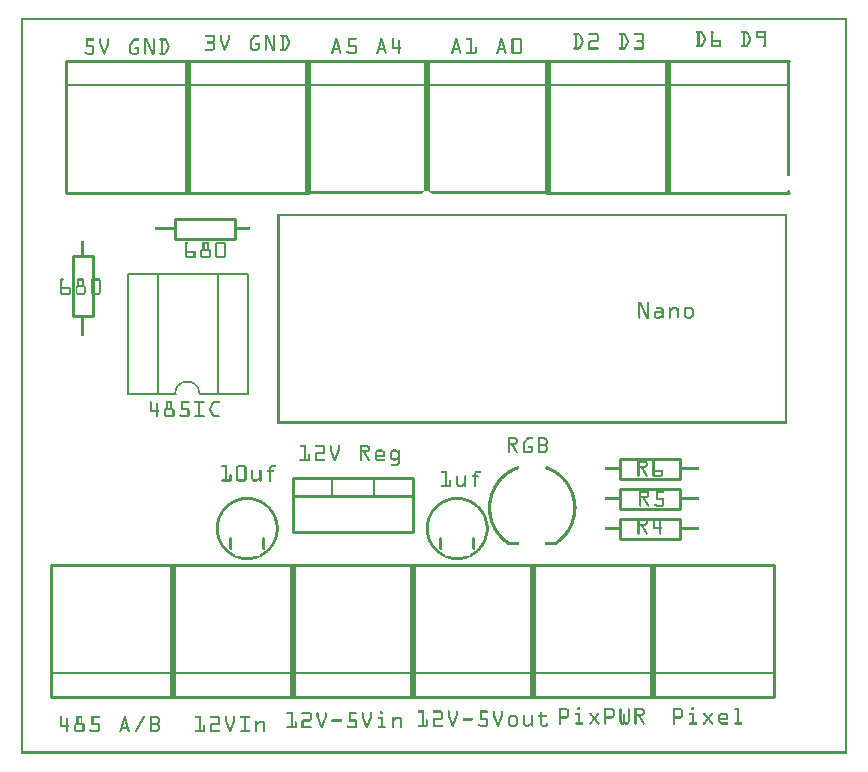
<source format=gto>
G04 MADE WITH FRITZING*
G04 WWW.FRITZING.ORG*
G04 DOUBLE SIDED*
G04 HOLES PLATED*
G04 CONTOUR ON CENTER OF CONTOUR VECTOR*
%ASAXBY*%
%FSLAX23Y23*%
%MOIN*%
%OFA0B0*%
%SFA1.0B1.0*%
%ADD10C,0.006000*%
%ADD11C,0.008000*%
%ADD12C,0.010000*%
%ADD13C,0.005000*%
%ADD14R,0.001000X0.001000*%
%LNSILK1*%
G90*
G70*
G54D10*
X356Y1600D02*
X356Y1200D01*
D02*
X756Y1200D02*
X756Y1600D01*
D02*
X356Y1600D02*
X456Y1600D01*
D02*
X356Y1200D02*
X456Y1200D01*
D02*
X756Y1200D02*
X656Y1200D01*
D02*
X456Y1200D02*
X456Y1600D01*
G54D11*
D02*
X456Y1200D02*
X516Y1200D01*
G54D10*
D02*
X456Y1600D02*
X656Y1600D01*
D02*
X656Y1200D02*
X656Y1600D01*
D02*
X656Y1200D02*
X596Y1200D01*
D02*
X656Y1600D02*
X756Y1600D01*
G54D12*
D02*
X173Y1460D02*
X173Y1660D01*
D02*
X173Y1660D02*
X239Y1660D01*
D02*
X239Y1660D02*
X239Y1460D01*
D02*
X239Y1460D02*
X173Y1460D01*
D02*
X515Y1783D02*
X715Y1783D01*
D02*
X715Y1783D02*
X715Y1717D01*
D02*
X715Y1717D02*
X515Y1717D01*
D02*
X515Y1717D02*
X515Y1783D01*
D02*
X1711Y630D02*
X1301Y630D01*
D02*
X1301Y630D02*
X1301Y190D01*
D02*
X1301Y190D02*
X1711Y190D01*
D02*
X1711Y190D02*
X1711Y630D01*
G54D13*
D02*
X1301Y270D02*
X1711Y270D01*
G54D12*
D02*
X1311Y630D02*
X901Y630D01*
D02*
X901Y630D02*
X901Y190D01*
D02*
X901Y190D02*
X1311Y190D01*
D02*
X1311Y190D02*
X1311Y630D01*
G54D13*
D02*
X901Y270D02*
X1311Y270D01*
G54D12*
D02*
X511Y630D02*
X101Y630D01*
D02*
X101Y630D02*
X101Y190D01*
D02*
X101Y190D02*
X511Y190D01*
D02*
X511Y190D02*
X511Y630D01*
G54D13*
D02*
X101Y270D02*
X511Y270D01*
G54D12*
D02*
X911Y630D02*
X501Y630D01*
D02*
X501Y630D02*
X501Y190D01*
D02*
X501Y190D02*
X911Y190D01*
D02*
X911Y190D02*
X911Y630D01*
G54D13*
D02*
X501Y270D02*
X911Y270D01*
G54D12*
D02*
X2511Y630D02*
X2101Y630D01*
D02*
X2101Y630D02*
X2101Y190D01*
D02*
X2101Y190D02*
X2511Y190D01*
D02*
X2511Y190D02*
X2511Y630D01*
G54D13*
D02*
X2101Y270D02*
X2511Y270D01*
G54D12*
D02*
X2111Y630D02*
X1701Y630D01*
D02*
X1701Y630D02*
X1701Y190D01*
D02*
X1701Y190D02*
X2111Y190D01*
D02*
X2111Y190D02*
X2111Y630D01*
G54D13*
D02*
X1701Y270D02*
X2111Y270D01*
G54D12*
D02*
X906Y920D02*
X1306Y920D01*
D02*
X1306Y920D02*
X1306Y740D01*
D02*
X1306Y740D02*
X906Y740D01*
D02*
X906Y740D02*
X906Y920D01*
D02*
X906Y920D02*
X1306Y920D01*
D02*
X1306Y920D02*
X1306Y860D01*
D02*
X1306Y860D02*
X906Y860D01*
D02*
X906Y860D02*
X906Y920D01*
G54D13*
D02*
X1036Y920D02*
X1036Y860D01*
D02*
X1176Y920D02*
X1176Y860D01*
G54D12*
D02*
X1751Y1870D02*
X2161Y1870D01*
D02*
X2161Y1870D02*
X2161Y2310D01*
D02*
X2161Y2310D02*
X1751Y2310D01*
D02*
X1751Y2310D02*
X1751Y1870D01*
G54D13*
D02*
X2161Y2230D02*
X1751Y2230D01*
G54D12*
D02*
X2151Y1870D02*
X2561Y1870D01*
D02*
X2561Y2310D02*
X2151Y2310D01*
D02*
X2151Y2310D02*
X2151Y1870D01*
G54D13*
D02*
X2561Y2230D02*
X2151Y2230D01*
G54D12*
D02*
X1761Y1870D02*
X1761Y2310D01*
D02*
X1761Y2310D02*
X1351Y2310D01*
G54D13*
D02*
X1761Y2230D02*
X1351Y2230D01*
G54D12*
D02*
X151Y1870D02*
X561Y1870D01*
D02*
X561Y1870D02*
X561Y2310D01*
D02*
X561Y2310D02*
X151Y2310D01*
D02*
X151Y2310D02*
X151Y1870D01*
G54D13*
D02*
X561Y2230D02*
X151Y2230D01*
G54D12*
D02*
X551Y1870D02*
X961Y1870D01*
D02*
X961Y1870D02*
X961Y2310D01*
D02*
X961Y2310D02*
X551Y2310D01*
D02*
X551Y2310D02*
X551Y1870D01*
G54D13*
D02*
X961Y2230D02*
X551Y2230D01*
G54D12*
D02*
X1361Y2310D02*
X951Y2310D01*
D02*
X951Y2310D02*
X951Y1870D01*
G54D13*
D02*
X1361Y2230D02*
X951Y2230D01*
G54D12*
D02*
X2196Y717D02*
X1996Y717D01*
D02*
X1996Y717D02*
X1996Y783D01*
D02*
X1996Y783D02*
X2196Y783D01*
D02*
X2196Y783D02*
X2196Y717D01*
D02*
X2196Y817D02*
X1996Y817D01*
D02*
X1996Y817D02*
X1996Y883D01*
D02*
X1996Y883D02*
X2196Y883D01*
D02*
X2196Y883D02*
X2196Y817D01*
D02*
X2196Y917D02*
X1996Y917D01*
D02*
X1996Y917D02*
X1996Y983D01*
D02*
X1996Y983D02*
X2196Y983D01*
D02*
X2196Y983D02*
X2196Y917D01*
G54D14*
X0Y2452D02*
X2754Y2452D01*
X0Y2451D02*
X2754Y2451D01*
X0Y2450D02*
X2754Y2450D01*
X0Y2449D02*
X2754Y2449D01*
X0Y2448D02*
X2754Y2448D01*
X0Y2447D02*
X2754Y2447D01*
X0Y2446D02*
X2754Y2446D01*
X0Y2445D02*
X2754Y2445D01*
X0Y2444D02*
X7Y2444D01*
X2747Y2444D02*
X2754Y2444D01*
X0Y2443D02*
X7Y2443D01*
X2747Y2443D02*
X2754Y2443D01*
X0Y2442D02*
X7Y2442D01*
X2747Y2442D02*
X2754Y2442D01*
X0Y2441D02*
X7Y2441D01*
X2747Y2441D02*
X2754Y2441D01*
X0Y2440D02*
X7Y2440D01*
X2747Y2440D02*
X2754Y2440D01*
X0Y2439D02*
X7Y2439D01*
X2747Y2439D02*
X2754Y2439D01*
X0Y2438D02*
X7Y2438D01*
X2747Y2438D02*
X2754Y2438D01*
X0Y2437D02*
X7Y2437D01*
X2747Y2437D02*
X2754Y2437D01*
X0Y2436D02*
X7Y2436D01*
X2747Y2436D02*
X2754Y2436D01*
X0Y2435D02*
X7Y2435D01*
X2747Y2435D02*
X2754Y2435D01*
X0Y2434D02*
X7Y2434D01*
X2747Y2434D02*
X2754Y2434D01*
X0Y2433D02*
X7Y2433D01*
X2747Y2433D02*
X2754Y2433D01*
X0Y2432D02*
X7Y2432D01*
X2747Y2432D02*
X2754Y2432D01*
X0Y2431D02*
X7Y2431D01*
X2747Y2431D02*
X2754Y2431D01*
X0Y2430D02*
X7Y2430D01*
X2747Y2430D02*
X2754Y2430D01*
X0Y2429D02*
X7Y2429D01*
X2747Y2429D02*
X2754Y2429D01*
X0Y2428D02*
X7Y2428D01*
X2747Y2428D02*
X2754Y2428D01*
X0Y2427D02*
X7Y2427D01*
X2747Y2427D02*
X2754Y2427D01*
X0Y2426D02*
X7Y2426D01*
X2747Y2426D02*
X2754Y2426D01*
X0Y2425D02*
X7Y2425D01*
X2747Y2425D02*
X2754Y2425D01*
X0Y2424D02*
X7Y2424D01*
X2747Y2424D02*
X2754Y2424D01*
X0Y2423D02*
X7Y2423D01*
X2747Y2423D02*
X2754Y2423D01*
X0Y2422D02*
X7Y2422D01*
X2747Y2422D02*
X2754Y2422D01*
X0Y2421D02*
X7Y2421D01*
X2747Y2421D02*
X2754Y2421D01*
X0Y2420D02*
X7Y2420D01*
X2747Y2420D02*
X2754Y2420D01*
X0Y2419D02*
X7Y2419D01*
X2747Y2419D02*
X2754Y2419D01*
X0Y2418D02*
X7Y2418D01*
X2747Y2418D02*
X2754Y2418D01*
X0Y2417D02*
X7Y2417D01*
X2747Y2417D02*
X2754Y2417D01*
X0Y2416D02*
X7Y2416D01*
X2747Y2416D02*
X2754Y2416D01*
X0Y2415D02*
X7Y2415D01*
X2747Y2415D02*
X2754Y2415D01*
X0Y2414D02*
X7Y2414D01*
X2747Y2414D02*
X2754Y2414D01*
X0Y2413D02*
X7Y2413D01*
X2747Y2413D02*
X2754Y2413D01*
X0Y2412D02*
X7Y2412D01*
X2747Y2412D02*
X2754Y2412D01*
X0Y2411D02*
X7Y2411D01*
X2747Y2411D02*
X2754Y2411D01*
X0Y2410D02*
X7Y2410D01*
X2747Y2410D02*
X2754Y2410D01*
X0Y2409D02*
X7Y2409D01*
X2252Y2409D02*
X2266Y2409D01*
X2303Y2409D02*
X2306Y2409D01*
X2403Y2409D02*
X2417Y2409D01*
X2453Y2409D02*
X2481Y2409D01*
X2747Y2409D02*
X2754Y2409D01*
X0Y2408D02*
X7Y2408D01*
X2251Y2408D02*
X2269Y2408D01*
X2301Y2408D02*
X2308Y2408D01*
X2401Y2408D02*
X2420Y2408D01*
X2451Y2408D02*
X2483Y2408D01*
X2747Y2408D02*
X2754Y2408D01*
X0Y2407D02*
X7Y2407D01*
X2250Y2407D02*
X2271Y2407D01*
X2300Y2407D02*
X2309Y2407D01*
X2400Y2407D02*
X2422Y2407D01*
X2451Y2407D02*
X2483Y2407D01*
X2747Y2407D02*
X2754Y2407D01*
X0Y2406D02*
X7Y2406D01*
X2250Y2406D02*
X2272Y2406D01*
X2300Y2406D02*
X2309Y2406D01*
X2400Y2406D02*
X2423Y2406D01*
X2450Y2406D02*
X2484Y2406D01*
X2747Y2406D02*
X2754Y2406D01*
X0Y2405D02*
X7Y2405D01*
X2250Y2405D02*
X2273Y2405D01*
X2300Y2405D02*
X2309Y2405D01*
X2400Y2405D02*
X2424Y2405D01*
X2450Y2405D02*
X2484Y2405D01*
X2747Y2405D02*
X2754Y2405D01*
X0Y2404D02*
X7Y2404D01*
X2250Y2404D02*
X2274Y2404D01*
X2300Y2404D02*
X2309Y2404D01*
X2400Y2404D02*
X2424Y2404D01*
X2450Y2404D02*
X2484Y2404D01*
X2747Y2404D02*
X2754Y2404D01*
X0Y2403D02*
X7Y2403D01*
X2251Y2403D02*
X2274Y2403D01*
X2300Y2403D02*
X2308Y2403D01*
X2401Y2403D02*
X2425Y2403D01*
X2450Y2403D02*
X2484Y2403D01*
X2747Y2403D02*
X2754Y2403D01*
X0Y2402D02*
X7Y2402D01*
X2256Y2402D02*
X2263Y2402D01*
X2266Y2402D02*
X2275Y2402D01*
X2300Y2402D02*
X2306Y2402D01*
X2406Y2402D02*
X2413Y2402D01*
X2417Y2402D02*
X2425Y2402D01*
X2450Y2402D02*
X2457Y2402D01*
X2477Y2402D02*
X2484Y2402D01*
X2747Y2402D02*
X2754Y2402D01*
X0Y2401D02*
X7Y2401D01*
X1844Y2401D02*
X1861Y2401D01*
X1894Y2401D02*
X1922Y2401D01*
X1994Y2401D02*
X2012Y2401D01*
X2044Y2401D02*
X2072Y2401D01*
X2256Y2401D02*
X2262Y2401D01*
X2268Y2401D02*
X2275Y2401D01*
X2300Y2401D02*
X2306Y2401D01*
X2407Y2401D02*
X2413Y2401D01*
X2419Y2401D02*
X2426Y2401D01*
X2450Y2401D02*
X2456Y2401D01*
X2478Y2401D02*
X2484Y2401D01*
X2747Y2401D02*
X2754Y2401D01*
X0Y2400D02*
X7Y2400D01*
X1843Y2400D02*
X1863Y2400D01*
X1893Y2400D02*
X1923Y2400D01*
X1993Y2400D02*
X2014Y2400D01*
X2044Y2400D02*
X2074Y2400D01*
X2256Y2400D02*
X2262Y2400D01*
X2269Y2400D02*
X2276Y2400D01*
X2300Y2400D02*
X2306Y2400D01*
X2407Y2400D02*
X2413Y2400D01*
X2420Y2400D02*
X2426Y2400D01*
X2450Y2400D02*
X2456Y2400D01*
X2478Y2400D02*
X2484Y2400D01*
X2747Y2400D02*
X2754Y2400D01*
X0Y2399D02*
X7Y2399D01*
X1842Y2399D02*
X1864Y2399D01*
X1893Y2399D02*
X1924Y2399D01*
X1993Y2399D02*
X2015Y2399D01*
X2043Y2399D02*
X2075Y2399D01*
X2256Y2399D02*
X2262Y2399D01*
X2269Y2399D02*
X2276Y2399D01*
X2300Y2399D02*
X2306Y2399D01*
X2407Y2399D02*
X2413Y2399D01*
X2420Y2399D02*
X2427Y2399D01*
X2450Y2399D02*
X2456Y2399D01*
X2478Y2399D02*
X2484Y2399D01*
X2747Y2399D02*
X2754Y2399D01*
X0Y2398D02*
X7Y2398D01*
X1842Y2398D02*
X1865Y2398D01*
X1892Y2398D02*
X1925Y2398D01*
X1993Y2398D02*
X2016Y2398D01*
X2043Y2398D02*
X2076Y2398D01*
X2256Y2398D02*
X2262Y2398D01*
X2270Y2398D02*
X2277Y2398D01*
X2300Y2398D02*
X2306Y2398D01*
X2407Y2398D02*
X2413Y2398D01*
X2421Y2398D02*
X2427Y2398D01*
X2450Y2398D02*
X2456Y2398D01*
X2478Y2398D02*
X2484Y2398D01*
X2747Y2398D02*
X2754Y2398D01*
X0Y2397D02*
X7Y2397D01*
X614Y2397D02*
X643Y2397D01*
X664Y2397D02*
X668Y2397D01*
X692Y2397D02*
X696Y2397D01*
X780Y2397D02*
X796Y2397D01*
X814Y2397D02*
X822Y2397D01*
X842Y2397D02*
X846Y2397D01*
X865Y2397D02*
X884Y2397D01*
X1842Y2397D02*
X1866Y2397D01*
X1893Y2397D02*
X1926Y2397D01*
X1993Y2397D02*
X2017Y2397D01*
X2043Y2397D02*
X2076Y2397D01*
X2256Y2397D02*
X2262Y2397D01*
X2270Y2397D02*
X2277Y2397D01*
X2300Y2397D02*
X2306Y2397D01*
X2407Y2397D02*
X2413Y2397D01*
X2421Y2397D02*
X2428Y2397D01*
X2450Y2397D02*
X2456Y2397D01*
X2478Y2397D02*
X2484Y2397D01*
X2747Y2397D02*
X2754Y2397D01*
X0Y2396D02*
X7Y2396D01*
X613Y2396D02*
X644Y2396D01*
X664Y2396D02*
X669Y2396D01*
X691Y2396D02*
X696Y2396D01*
X778Y2396D02*
X797Y2396D01*
X814Y2396D02*
X823Y2396D01*
X842Y2396D02*
X847Y2396D01*
X864Y2396D02*
X885Y2396D01*
X1843Y2396D02*
X1867Y2396D01*
X1893Y2396D02*
X1926Y2396D01*
X1994Y2396D02*
X2017Y2396D01*
X2044Y2396D02*
X2076Y2396D01*
X2256Y2396D02*
X2262Y2396D01*
X2271Y2396D02*
X2278Y2396D01*
X2300Y2396D02*
X2306Y2396D01*
X2407Y2396D02*
X2413Y2396D01*
X2422Y2396D02*
X2428Y2396D01*
X2450Y2396D02*
X2456Y2396D01*
X2478Y2396D02*
X2484Y2396D01*
X2747Y2396D02*
X2754Y2396D01*
X0Y2395D02*
X7Y2395D01*
X613Y2395D02*
X645Y2395D01*
X663Y2395D02*
X669Y2395D01*
X691Y2395D02*
X697Y2395D01*
X777Y2395D02*
X797Y2395D01*
X814Y2395D02*
X823Y2395D01*
X841Y2395D02*
X847Y2395D01*
X864Y2395D02*
X887Y2395D01*
X1844Y2395D02*
X1867Y2395D01*
X1894Y2395D02*
X1926Y2395D01*
X1995Y2395D02*
X2018Y2395D01*
X2045Y2395D02*
X2077Y2395D01*
X2256Y2395D02*
X2262Y2395D01*
X2272Y2395D02*
X2278Y2395D01*
X2300Y2395D02*
X2306Y2395D01*
X2407Y2395D02*
X2413Y2395D01*
X2422Y2395D02*
X2429Y2395D01*
X2450Y2395D02*
X2456Y2395D01*
X2478Y2395D02*
X2484Y2395D01*
X2747Y2395D02*
X2754Y2395D01*
X0Y2394D02*
X7Y2394D01*
X613Y2394D02*
X646Y2394D01*
X663Y2394D02*
X669Y2394D01*
X691Y2394D02*
X697Y2394D01*
X776Y2394D02*
X797Y2394D01*
X814Y2394D02*
X824Y2394D01*
X841Y2394D02*
X847Y2394D01*
X864Y2394D02*
X887Y2394D01*
X1849Y2394D02*
X1855Y2394D01*
X1861Y2394D02*
X1868Y2394D01*
X1920Y2394D02*
X1926Y2394D01*
X2000Y2394D02*
X2006Y2394D01*
X2011Y2394D02*
X2018Y2394D01*
X2071Y2394D02*
X2077Y2394D01*
X2256Y2394D02*
X2262Y2394D01*
X2272Y2394D02*
X2279Y2394D01*
X2300Y2394D02*
X2306Y2394D01*
X2407Y2394D02*
X2413Y2394D01*
X2423Y2394D02*
X2429Y2394D01*
X2450Y2394D02*
X2456Y2394D01*
X2478Y2394D02*
X2484Y2394D01*
X2747Y2394D02*
X2754Y2394D01*
X0Y2393D02*
X7Y2393D01*
X613Y2393D02*
X646Y2393D01*
X663Y2393D02*
X669Y2393D01*
X691Y2393D02*
X697Y2393D01*
X775Y2393D02*
X797Y2393D01*
X814Y2393D02*
X824Y2393D01*
X841Y2393D02*
X847Y2393D01*
X864Y2393D02*
X888Y2393D01*
X1849Y2393D02*
X1855Y2393D01*
X1861Y2393D02*
X1868Y2393D01*
X1920Y2393D02*
X1926Y2393D01*
X2000Y2393D02*
X2006Y2393D01*
X2012Y2393D02*
X2019Y2393D01*
X2071Y2393D02*
X2077Y2393D01*
X2256Y2393D02*
X2262Y2393D01*
X2273Y2393D02*
X2279Y2393D01*
X2300Y2393D02*
X2306Y2393D01*
X2407Y2393D02*
X2413Y2393D01*
X2423Y2393D02*
X2430Y2393D01*
X2450Y2393D02*
X2456Y2393D01*
X2478Y2393D02*
X2484Y2393D01*
X2747Y2393D02*
X2754Y2393D01*
X0Y2392D02*
X7Y2392D01*
X614Y2392D02*
X646Y2392D01*
X663Y2392D02*
X669Y2392D01*
X691Y2392D02*
X697Y2392D01*
X774Y2392D02*
X796Y2392D01*
X814Y2392D02*
X825Y2392D01*
X841Y2392D02*
X847Y2392D01*
X865Y2392D02*
X889Y2392D01*
X1849Y2392D02*
X1855Y2392D01*
X1862Y2392D02*
X1869Y2392D01*
X1920Y2392D02*
X1926Y2392D01*
X2000Y2392D02*
X2006Y2392D01*
X2013Y2392D02*
X2019Y2392D01*
X2071Y2392D02*
X2077Y2392D01*
X2256Y2392D02*
X2262Y2392D01*
X2273Y2392D02*
X2280Y2392D01*
X2300Y2392D02*
X2306Y2392D01*
X2407Y2392D02*
X2413Y2392D01*
X2424Y2392D02*
X2430Y2392D01*
X2450Y2392D02*
X2456Y2392D01*
X2478Y2392D02*
X2484Y2392D01*
X2747Y2392D02*
X2754Y2392D01*
X0Y2391D02*
X7Y2391D01*
X616Y2391D02*
X647Y2391D01*
X663Y2391D02*
X669Y2391D01*
X691Y2391D02*
X697Y2391D01*
X774Y2391D02*
X794Y2391D01*
X814Y2391D02*
X825Y2391D01*
X841Y2391D02*
X847Y2391D01*
X867Y2391D02*
X889Y2391D01*
X1849Y2391D02*
X1855Y2391D01*
X1863Y2391D02*
X1869Y2391D01*
X1920Y2391D02*
X1926Y2391D01*
X2000Y2391D02*
X2006Y2391D01*
X2013Y2391D02*
X2020Y2391D01*
X2071Y2391D02*
X2077Y2391D01*
X2256Y2391D02*
X2262Y2391D01*
X2274Y2391D02*
X2280Y2391D01*
X2300Y2391D02*
X2306Y2391D01*
X2407Y2391D02*
X2413Y2391D01*
X2424Y2391D02*
X2431Y2391D01*
X2450Y2391D02*
X2484Y2391D01*
X2747Y2391D02*
X2754Y2391D01*
X0Y2390D02*
X7Y2390D01*
X641Y2390D02*
X647Y2390D01*
X663Y2390D02*
X669Y2390D01*
X691Y2390D02*
X697Y2390D01*
X773Y2390D02*
X781Y2390D01*
X814Y2390D02*
X825Y2390D01*
X841Y2390D02*
X847Y2390D01*
X871Y2390D02*
X877Y2390D01*
X883Y2390D02*
X890Y2390D01*
X1849Y2390D02*
X1855Y2390D01*
X1863Y2390D02*
X1870Y2390D01*
X1920Y2390D02*
X1926Y2390D01*
X2000Y2390D02*
X2006Y2390D01*
X2014Y2390D02*
X2020Y2390D01*
X2071Y2390D02*
X2077Y2390D01*
X2256Y2390D02*
X2262Y2390D01*
X2274Y2390D02*
X2281Y2390D01*
X2300Y2390D02*
X2306Y2390D01*
X2407Y2390D02*
X2413Y2390D01*
X2425Y2390D02*
X2431Y2390D01*
X2450Y2390D02*
X2484Y2390D01*
X2747Y2390D02*
X2754Y2390D01*
X0Y2389D02*
X7Y2389D01*
X641Y2389D02*
X647Y2389D01*
X663Y2389D02*
X669Y2389D01*
X691Y2389D02*
X697Y2389D01*
X772Y2389D02*
X780Y2389D01*
X814Y2389D02*
X826Y2389D01*
X841Y2389D02*
X847Y2389D01*
X871Y2389D02*
X877Y2389D01*
X883Y2389D02*
X890Y2389D01*
X1849Y2389D02*
X1855Y2389D01*
X1864Y2389D02*
X1870Y2389D01*
X1920Y2389D02*
X1926Y2389D01*
X2000Y2389D02*
X2006Y2389D01*
X2014Y2389D02*
X2021Y2389D01*
X2071Y2389D02*
X2077Y2389D01*
X2256Y2389D02*
X2262Y2389D01*
X2275Y2389D02*
X2281Y2389D01*
X2300Y2389D02*
X2306Y2389D01*
X2407Y2389D02*
X2413Y2389D01*
X2425Y2389D02*
X2432Y2389D01*
X2450Y2389D02*
X2484Y2389D01*
X2747Y2389D02*
X2754Y2389D01*
X0Y2388D02*
X7Y2388D01*
X641Y2388D02*
X647Y2388D01*
X663Y2388D02*
X669Y2388D01*
X691Y2388D02*
X697Y2388D01*
X771Y2388D02*
X779Y2388D01*
X814Y2388D02*
X826Y2388D01*
X841Y2388D02*
X847Y2388D01*
X871Y2388D02*
X877Y2388D01*
X884Y2388D02*
X891Y2388D01*
X1849Y2388D02*
X1855Y2388D01*
X1864Y2388D02*
X1871Y2388D01*
X1920Y2388D02*
X1926Y2388D01*
X2000Y2388D02*
X2006Y2388D01*
X2015Y2388D02*
X2021Y2388D01*
X2071Y2388D02*
X2077Y2388D01*
X2256Y2388D02*
X2262Y2388D01*
X2275Y2388D02*
X2282Y2388D01*
X2300Y2388D02*
X2306Y2388D01*
X2407Y2388D02*
X2413Y2388D01*
X2426Y2388D02*
X2432Y2388D01*
X2450Y2388D02*
X2484Y2388D01*
X2747Y2388D02*
X2754Y2388D01*
X0Y2387D02*
X7Y2387D01*
X641Y2387D02*
X647Y2387D01*
X663Y2387D02*
X669Y2387D01*
X691Y2387D02*
X697Y2387D01*
X771Y2387D02*
X779Y2387D01*
X814Y2387D02*
X827Y2387D01*
X841Y2387D02*
X847Y2387D01*
X871Y2387D02*
X877Y2387D01*
X884Y2387D02*
X891Y2387D01*
X1849Y2387D02*
X1855Y2387D01*
X1865Y2387D02*
X1871Y2387D01*
X1920Y2387D02*
X1926Y2387D01*
X2000Y2387D02*
X2006Y2387D01*
X2015Y2387D02*
X2022Y2387D01*
X2071Y2387D02*
X2077Y2387D01*
X2256Y2387D02*
X2262Y2387D01*
X2276Y2387D02*
X2282Y2387D01*
X2300Y2387D02*
X2306Y2387D01*
X2407Y2387D02*
X2413Y2387D01*
X2426Y2387D02*
X2433Y2387D01*
X2450Y2387D02*
X2484Y2387D01*
X2747Y2387D02*
X2754Y2387D01*
X0Y2386D02*
X7Y2386D01*
X641Y2386D02*
X647Y2386D01*
X663Y2386D02*
X669Y2386D01*
X691Y2386D02*
X697Y2386D01*
X770Y2386D02*
X778Y2386D01*
X814Y2386D02*
X827Y2386D01*
X841Y2386D02*
X847Y2386D01*
X871Y2386D02*
X877Y2386D01*
X885Y2386D02*
X892Y2386D01*
X1050Y2386D02*
X1054Y2386D01*
X1092Y2386D02*
X1118Y2386D01*
X1201Y2386D02*
X1204Y2386D01*
X1239Y2386D02*
X1242Y2386D01*
X1450Y2386D02*
X1453Y2386D01*
X1486Y2386D02*
X1505Y2386D01*
X1601Y2386D02*
X1604Y2386D01*
X1639Y2386D02*
X1665Y2386D01*
X1849Y2386D02*
X1855Y2386D01*
X1865Y2386D02*
X1872Y2386D01*
X1920Y2386D02*
X1926Y2386D01*
X2000Y2386D02*
X2006Y2386D01*
X2016Y2386D02*
X2022Y2386D01*
X2071Y2386D02*
X2077Y2386D01*
X2256Y2386D02*
X2262Y2386D01*
X2276Y2386D02*
X2283Y2386D01*
X2300Y2386D02*
X2306Y2386D01*
X2407Y2386D02*
X2413Y2386D01*
X2427Y2386D02*
X2433Y2386D01*
X2451Y2386D02*
X2484Y2386D01*
X2747Y2386D02*
X2754Y2386D01*
X0Y2385D02*
X7Y2385D01*
X641Y2385D02*
X647Y2385D01*
X663Y2385D02*
X669Y2385D01*
X691Y2385D02*
X697Y2385D01*
X769Y2385D02*
X777Y2385D01*
X814Y2385D02*
X828Y2385D01*
X841Y2385D02*
X847Y2385D01*
X871Y2385D02*
X877Y2385D01*
X885Y2385D02*
X892Y2385D01*
X1049Y2385D02*
X1054Y2385D01*
X1092Y2385D02*
X1118Y2385D01*
X1200Y2385D02*
X1205Y2385D01*
X1238Y2385D02*
X1243Y2385D01*
X1449Y2385D02*
X1454Y2385D01*
X1486Y2385D02*
X1505Y2385D01*
X1600Y2385D02*
X1605Y2385D01*
X1638Y2385D02*
X1667Y2385D01*
X1849Y2385D02*
X1855Y2385D01*
X1866Y2385D02*
X1872Y2385D01*
X1920Y2385D02*
X1926Y2385D01*
X2000Y2385D02*
X2006Y2385D01*
X2016Y2385D02*
X2023Y2385D01*
X2071Y2385D02*
X2077Y2385D01*
X2256Y2385D02*
X2262Y2385D01*
X2276Y2385D02*
X2283Y2385D01*
X2300Y2385D02*
X2306Y2385D01*
X2407Y2385D02*
X2413Y2385D01*
X2427Y2385D02*
X2433Y2385D01*
X2452Y2385D02*
X2484Y2385D01*
X2747Y2385D02*
X2754Y2385D01*
X0Y2384D02*
X7Y2384D01*
X218Y2384D02*
X244Y2384D01*
X263Y2384D02*
X266Y2384D01*
X290Y2384D02*
X294Y2384D01*
X378Y2384D02*
X394Y2384D01*
X412Y2384D02*
X421Y2384D01*
X441Y2384D02*
X444Y2384D01*
X463Y2384D02*
X482Y2384D01*
X641Y2384D02*
X647Y2384D01*
X663Y2384D02*
X669Y2384D01*
X691Y2384D02*
X697Y2384D01*
X768Y2384D02*
X776Y2384D01*
X814Y2384D02*
X828Y2384D01*
X841Y2384D02*
X847Y2384D01*
X871Y2384D02*
X877Y2384D01*
X886Y2384D02*
X893Y2384D01*
X1049Y2384D02*
X1055Y2384D01*
X1092Y2384D02*
X1119Y2384D01*
X1199Y2384D02*
X1205Y2384D01*
X1238Y2384D02*
X1243Y2384D01*
X1449Y2384D02*
X1455Y2384D01*
X1485Y2384D02*
X1505Y2384D01*
X1599Y2384D02*
X1605Y2384D01*
X1637Y2384D02*
X1668Y2384D01*
X1849Y2384D02*
X1855Y2384D01*
X1866Y2384D02*
X1873Y2384D01*
X1920Y2384D02*
X1926Y2384D01*
X2000Y2384D02*
X2006Y2384D01*
X2017Y2384D02*
X2023Y2384D01*
X2071Y2384D02*
X2077Y2384D01*
X2256Y2384D02*
X2262Y2384D01*
X2277Y2384D02*
X2283Y2384D01*
X2300Y2384D02*
X2306Y2384D01*
X2407Y2384D02*
X2413Y2384D01*
X2427Y2384D02*
X2433Y2384D01*
X2478Y2384D02*
X2484Y2384D01*
X2747Y2384D02*
X2754Y2384D01*
X0Y2383D02*
X7Y2383D01*
X218Y2383D02*
X244Y2383D01*
X262Y2383D02*
X267Y2383D01*
X289Y2383D02*
X295Y2383D01*
X376Y2383D02*
X395Y2383D01*
X412Y2383D02*
X421Y2383D01*
X440Y2383D02*
X445Y2383D01*
X463Y2383D02*
X484Y2383D01*
X641Y2383D02*
X647Y2383D01*
X663Y2383D02*
X669Y2383D01*
X691Y2383D02*
X697Y2383D01*
X767Y2383D02*
X775Y2383D01*
X814Y2383D02*
X820Y2383D01*
X822Y2383D02*
X829Y2383D01*
X841Y2383D02*
X847Y2383D01*
X871Y2383D02*
X877Y2383D01*
X886Y2383D02*
X893Y2383D01*
X1049Y2383D02*
X1055Y2383D01*
X1092Y2383D02*
X1119Y2383D01*
X1199Y2383D02*
X1206Y2383D01*
X1238Y2383D02*
X1244Y2383D01*
X1448Y2383D02*
X1455Y2383D01*
X1485Y2383D02*
X1505Y2383D01*
X1599Y2383D02*
X1606Y2383D01*
X1636Y2383D02*
X1668Y2383D01*
X1849Y2383D02*
X1855Y2383D01*
X1867Y2383D02*
X1873Y2383D01*
X1920Y2383D02*
X1926Y2383D01*
X2000Y2383D02*
X2006Y2383D01*
X2017Y2383D02*
X2024Y2383D01*
X2071Y2383D02*
X2077Y2383D01*
X2256Y2383D02*
X2262Y2383D01*
X2277Y2383D02*
X2283Y2383D01*
X2300Y2383D02*
X2306Y2383D01*
X2407Y2383D02*
X2413Y2383D01*
X2428Y2383D02*
X2434Y2383D01*
X2478Y2383D02*
X2484Y2383D01*
X2747Y2383D02*
X2754Y2383D01*
X0Y2382D02*
X7Y2382D01*
X218Y2382D02*
X245Y2382D01*
X262Y2382D02*
X267Y2382D01*
X289Y2382D02*
X295Y2382D01*
X375Y2382D02*
X395Y2382D01*
X412Y2382D02*
X422Y2382D01*
X440Y2382D02*
X446Y2382D01*
X462Y2382D02*
X485Y2382D01*
X641Y2382D02*
X647Y2382D01*
X663Y2382D02*
X670Y2382D01*
X690Y2382D02*
X697Y2382D01*
X767Y2382D02*
X775Y2382D01*
X814Y2382D02*
X820Y2382D01*
X822Y2382D02*
X829Y2382D01*
X841Y2382D02*
X847Y2382D01*
X871Y2382D02*
X877Y2382D01*
X887Y2382D02*
X894Y2382D01*
X1048Y2382D02*
X1055Y2382D01*
X1092Y2382D02*
X1119Y2382D01*
X1199Y2382D02*
X1206Y2382D01*
X1238Y2382D02*
X1244Y2382D01*
X1448Y2382D02*
X1455Y2382D01*
X1485Y2382D02*
X1505Y2382D01*
X1599Y2382D02*
X1606Y2382D01*
X1636Y2382D02*
X1669Y2382D01*
X1849Y2382D02*
X1855Y2382D01*
X1867Y2382D02*
X1874Y2382D01*
X1920Y2382D02*
X1926Y2382D01*
X2000Y2382D02*
X2006Y2382D01*
X2018Y2382D02*
X2024Y2382D01*
X2071Y2382D02*
X2077Y2382D01*
X2256Y2382D02*
X2262Y2382D01*
X2277Y2382D02*
X2283Y2382D01*
X2300Y2382D02*
X2306Y2382D01*
X2407Y2382D02*
X2413Y2382D01*
X2428Y2382D02*
X2434Y2382D01*
X2478Y2382D02*
X2484Y2382D01*
X2747Y2382D02*
X2754Y2382D01*
X0Y2381D02*
X7Y2381D01*
X218Y2381D02*
X245Y2381D01*
X261Y2381D02*
X267Y2381D01*
X289Y2381D02*
X295Y2381D01*
X374Y2381D02*
X395Y2381D01*
X412Y2381D02*
X422Y2381D01*
X440Y2381D02*
X446Y2381D01*
X462Y2381D02*
X486Y2381D01*
X641Y2381D02*
X647Y2381D01*
X664Y2381D02*
X670Y2381D01*
X690Y2381D02*
X696Y2381D01*
X766Y2381D02*
X774Y2381D01*
X814Y2381D02*
X820Y2381D01*
X823Y2381D02*
X829Y2381D01*
X841Y2381D02*
X847Y2381D01*
X871Y2381D02*
X877Y2381D01*
X887Y2381D02*
X894Y2381D01*
X1048Y2381D02*
X1056Y2381D01*
X1092Y2381D02*
X1118Y2381D01*
X1199Y2381D02*
X1206Y2381D01*
X1238Y2381D02*
X1244Y2381D01*
X1448Y2381D02*
X1456Y2381D01*
X1486Y2381D02*
X1505Y2381D01*
X1598Y2381D02*
X1606Y2381D01*
X1636Y2381D02*
X1669Y2381D01*
X1849Y2381D02*
X1855Y2381D01*
X1868Y2381D02*
X1874Y2381D01*
X1920Y2381D02*
X1926Y2381D01*
X2000Y2381D02*
X2006Y2381D01*
X2018Y2381D02*
X2025Y2381D01*
X2070Y2381D02*
X2077Y2381D01*
X2256Y2381D02*
X2262Y2381D01*
X2277Y2381D02*
X2283Y2381D01*
X2300Y2381D02*
X2306Y2381D01*
X2407Y2381D02*
X2413Y2381D01*
X2428Y2381D02*
X2434Y2381D01*
X2478Y2381D02*
X2484Y2381D01*
X2747Y2381D02*
X2754Y2381D01*
X0Y2380D02*
X7Y2380D01*
X218Y2380D02*
X245Y2380D01*
X261Y2380D02*
X267Y2380D01*
X289Y2380D02*
X295Y2380D01*
X373Y2380D02*
X395Y2380D01*
X412Y2380D02*
X422Y2380D01*
X440Y2380D02*
X446Y2380D01*
X463Y2380D02*
X486Y2380D01*
X641Y2380D02*
X647Y2380D01*
X664Y2380D02*
X670Y2380D01*
X689Y2380D02*
X696Y2380D01*
X765Y2380D02*
X773Y2380D01*
X814Y2380D02*
X820Y2380D01*
X823Y2380D02*
X830Y2380D01*
X841Y2380D02*
X847Y2380D01*
X871Y2380D02*
X877Y2380D01*
X888Y2380D02*
X895Y2380D01*
X1048Y2380D02*
X1056Y2380D01*
X1092Y2380D02*
X1116Y2380D01*
X1198Y2380D02*
X1207Y2380D01*
X1238Y2380D02*
X1244Y2380D01*
X1259Y2380D02*
X1263Y2380D01*
X1448Y2380D02*
X1456Y2380D01*
X1487Y2380D02*
X1505Y2380D01*
X1598Y2380D02*
X1606Y2380D01*
X1636Y2380D02*
X1669Y2380D01*
X1849Y2380D02*
X1855Y2380D01*
X1868Y2380D02*
X1875Y2380D01*
X1920Y2380D02*
X1926Y2380D01*
X2000Y2380D02*
X2006Y2380D01*
X2019Y2380D02*
X2025Y2380D01*
X2070Y2380D02*
X2076Y2380D01*
X2256Y2380D02*
X2262Y2380D01*
X2277Y2380D02*
X2283Y2380D01*
X2300Y2380D02*
X2306Y2380D01*
X2407Y2380D02*
X2413Y2380D01*
X2427Y2380D02*
X2433Y2380D01*
X2478Y2380D02*
X2484Y2380D01*
X2747Y2380D02*
X2754Y2380D01*
X0Y2379D02*
X7Y2379D01*
X218Y2379D02*
X244Y2379D01*
X261Y2379D02*
X267Y2379D01*
X289Y2379D02*
X295Y2379D01*
X373Y2379D02*
X394Y2379D01*
X412Y2379D02*
X423Y2379D01*
X440Y2379D02*
X446Y2379D01*
X463Y2379D02*
X487Y2379D01*
X641Y2379D02*
X647Y2379D01*
X664Y2379D02*
X671Y2379D01*
X689Y2379D02*
X696Y2379D01*
X765Y2379D02*
X772Y2379D01*
X814Y2379D02*
X820Y2379D01*
X824Y2379D02*
X830Y2379D01*
X841Y2379D02*
X847Y2379D01*
X871Y2379D02*
X877Y2379D01*
X888Y2379D02*
X895Y2379D01*
X1047Y2379D02*
X1056Y2379D01*
X1092Y2379D02*
X1098Y2379D01*
X1198Y2379D02*
X1207Y2379D01*
X1238Y2379D02*
X1244Y2379D01*
X1259Y2379D02*
X1264Y2379D01*
X1447Y2379D02*
X1456Y2379D01*
X1499Y2379D02*
X1505Y2379D01*
X1598Y2379D02*
X1607Y2379D01*
X1636Y2379D02*
X1642Y2379D01*
X1663Y2379D02*
X1669Y2379D01*
X1849Y2379D02*
X1855Y2379D01*
X1869Y2379D02*
X1875Y2379D01*
X1920Y2379D02*
X1926Y2379D01*
X2000Y2379D02*
X2006Y2379D01*
X2019Y2379D02*
X2026Y2379D01*
X2069Y2379D02*
X2076Y2379D01*
X2256Y2379D02*
X2262Y2379D01*
X2276Y2379D02*
X2283Y2379D01*
X2300Y2379D02*
X2332Y2379D01*
X2407Y2379D02*
X2413Y2379D01*
X2427Y2379D02*
X2433Y2379D01*
X2478Y2379D02*
X2484Y2379D01*
X2747Y2379D02*
X2754Y2379D01*
X0Y2378D02*
X7Y2378D01*
X218Y2378D02*
X242Y2378D01*
X261Y2378D02*
X267Y2378D01*
X289Y2378D02*
X295Y2378D01*
X372Y2378D02*
X392Y2378D01*
X412Y2378D02*
X423Y2378D01*
X440Y2378D02*
X446Y2378D01*
X465Y2378D02*
X488Y2378D01*
X641Y2378D02*
X647Y2378D01*
X665Y2378D02*
X671Y2378D01*
X689Y2378D02*
X695Y2378D01*
X764Y2378D02*
X771Y2378D01*
X814Y2378D02*
X820Y2378D01*
X824Y2378D02*
X831Y2378D01*
X841Y2378D02*
X847Y2378D01*
X871Y2378D02*
X877Y2378D01*
X889Y2378D02*
X896Y2378D01*
X1047Y2378D02*
X1057Y2378D01*
X1092Y2378D02*
X1098Y2378D01*
X1198Y2378D02*
X1207Y2378D01*
X1238Y2378D02*
X1244Y2378D01*
X1258Y2378D02*
X1264Y2378D01*
X1447Y2378D02*
X1456Y2378D01*
X1499Y2378D02*
X1505Y2378D01*
X1598Y2378D02*
X1607Y2378D01*
X1636Y2378D02*
X1642Y2378D01*
X1663Y2378D02*
X1669Y2378D01*
X1849Y2378D02*
X1855Y2378D01*
X1869Y2378D02*
X1875Y2378D01*
X1899Y2378D02*
X1926Y2378D01*
X2000Y2378D02*
X2006Y2378D01*
X2020Y2378D02*
X2026Y2378D01*
X2053Y2378D02*
X2076Y2378D01*
X2256Y2378D02*
X2262Y2378D01*
X2276Y2378D02*
X2283Y2378D01*
X2300Y2378D02*
X2333Y2378D01*
X2407Y2378D02*
X2413Y2378D01*
X2427Y2378D02*
X2433Y2378D01*
X2478Y2378D02*
X2484Y2378D01*
X2747Y2378D02*
X2754Y2378D01*
X0Y2377D02*
X7Y2377D01*
X218Y2377D02*
X224Y2377D01*
X261Y2377D02*
X267Y2377D01*
X289Y2377D02*
X295Y2377D01*
X371Y2377D02*
X379Y2377D01*
X412Y2377D02*
X424Y2377D01*
X440Y2377D02*
X446Y2377D01*
X469Y2377D02*
X475Y2377D01*
X481Y2377D02*
X488Y2377D01*
X640Y2377D02*
X647Y2377D01*
X665Y2377D02*
X672Y2377D01*
X688Y2377D02*
X695Y2377D01*
X764Y2377D02*
X771Y2377D01*
X814Y2377D02*
X820Y2377D01*
X824Y2377D02*
X831Y2377D01*
X841Y2377D02*
X847Y2377D01*
X871Y2377D02*
X877Y2377D01*
X889Y2377D02*
X896Y2377D01*
X1047Y2377D02*
X1057Y2377D01*
X1092Y2377D02*
X1098Y2377D01*
X1197Y2377D02*
X1207Y2377D01*
X1238Y2377D02*
X1244Y2377D01*
X1258Y2377D02*
X1264Y2377D01*
X1447Y2377D02*
X1457Y2377D01*
X1499Y2377D02*
X1505Y2377D01*
X1597Y2377D02*
X1607Y2377D01*
X1636Y2377D02*
X1642Y2377D01*
X1663Y2377D02*
X1669Y2377D01*
X1849Y2377D02*
X1855Y2377D01*
X1869Y2377D02*
X1876Y2377D01*
X1896Y2377D02*
X1926Y2377D01*
X2000Y2377D02*
X2006Y2377D01*
X2020Y2377D02*
X2026Y2377D01*
X2051Y2377D02*
X2075Y2377D01*
X2256Y2377D02*
X2262Y2377D01*
X2276Y2377D02*
X2282Y2377D01*
X2300Y2377D02*
X2333Y2377D01*
X2407Y2377D02*
X2413Y2377D01*
X2426Y2377D02*
X2433Y2377D01*
X2478Y2377D02*
X2484Y2377D01*
X2747Y2377D02*
X2754Y2377D01*
X0Y2376D02*
X7Y2376D01*
X218Y2376D02*
X224Y2376D01*
X261Y2376D02*
X267Y2376D01*
X289Y2376D02*
X295Y2376D01*
X370Y2376D02*
X378Y2376D01*
X412Y2376D02*
X424Y2376D01*
X440Y2376D02*
X446Y2376D01*
X469Y2376D02*
X475Y2376D01*
X482Y2376D02*
X489Y2376D01*
X640Y2376D02*
X646Y2376D01*
X665Y2376D02*
X672Y2376D01*
X688Y2376D02*
X694Y2376D01*
X764Y2376D02*
X770Y2376D01*
X814Y2376D02*
X820Y2376D01*
X825Y2376D02*
X832Y2376D01*
X841Y2376D02*
X847Y2376D01*
X871Y2376D02*
X877Y2376D01*
X890Y2376D02*
X897Y2376D01*
X1047Y2376D02*
X1057Y2376D01*
X1092Y2376D02*
X1098Y2376D01*
X1197Y2376D02*
X1208Y2376D01*
X1238Y2376D02*
X1244Y2376D01*
X1258Y2376D02*
X1264Y2376D01*
X1446Y2376D02*
X1457Y2376D01*
X1499Y2376D02*
X1505Y2376D01*
X1597Y2376D02*
X1608Y2376D01*
X1636Y2376D02*
X1642Y2376D01*
X1663Y2376D02*
X1669Y2376D01*
X1849Y2376D02*
X1855Y2376D01*
X1870Y2376D02*
X1876Y2376D01*
X1895Y2376D02*
X1926Y2376D01*
X2000Y2376D02*
X2006Y2376D01*
X2020Y2376D02*
X2026Y2376D01*
X2050Y2376D02*
X2075Y2376D01*
X2256Y2376D02*
X2262Y2376D01*
X2275Y2376D02*
X2282Y2376D01*
X2300Y2376D02*
X2333Y2376D01*
X2407Y2376D02*
X2413Y2376D01*
X2426Y2376D02*
X2432Y2376D01*
X2478Y2376D02*
X2484Y2376D01*
X2747Y2376D02*
X2754Y2376D01*
X0Y2375D02*
X7Y2375D01*
X218Y2375D02*
X224Y2375D01*
X261Y2375D02*
X267Y2375D01*
X289Y2375D02*
X295Y2375D01*
X370Y2375D02*
X378Y2375D01*
X412Y2375D02*
X425Y2375D01*
X440Y2375D02*
X446Y2375D01*
X469Y2375D02*
X475Y2375D01*
X482Y2375D02*
X489Y2375D01*
X639Y2375D02*
X646Y2375D01*
X666Y2375D02*
X672Y2375D01*
X688Y2375D02*
X694Y2375D01*
X764Y2375D02*
X770Y2375D01*
X814Y2375D02*
X820Y2375D01*
X825Y2375D02*
X832Y2375D01*
X841Y2375D02*
X847Y2375D01*
X871Y2375D02*
X877Y2375D01*
X890Y2375D02*
X897Y2375D01*
X1046Y2375D02*
X1057Y2375D01*
X1092Y2375D02*
X1098Y2375D01*
X1197Y2375D02*
X1208Y2375D01*
X1238Y2375D02*
X1244Y2375D01*
X1258Y2375D02*
X1264Y2375D01*
X1446Y2375D02*
X1457Y2375D01*
X1499Y2375D02*
X1505Y2375D01*
X1597Y2375D02*
X1608Y2375D01*
X1636Y2375D02*
X1642Y2375D01*
X1663Y2375D02*
X1669Y2375D01*
X1849Y2375D02*
X1855Y2375D01*
X1870Y2375D02*
X1876Y2375D01*
X1894Y2375D02*
X1925Y2375D01*
X2000Y2375D02*
X2006Y2375D01*
X2020Y2375D02*
X2026Y2375D01*
X2050Y2375D02*
X2074Y2375D01*
X2256Y2375D02*
X2262Y2375D01*
X2275Y2375D02*
X2281Y2375D01*
X2300Y2375D02*
X2333Y2375D01*
X2407Y2375D02*
X2413Y2375D01*
X2425Y2375D02*
X2432Y2375D01*
X2478Y2375D02*
X2484Y2375D01*
X2747Y2375D02*
X2754Y2375D01*
X0Y2374D02*
X7Y2374D01*
X218Y2374D02*
X224Y2374D01*
X261Y2374D02*
X267Y2374D01*
X289Y2374D02*
X295Y2374D01*
X369Y2374D02*
X377Y2374D01*
X412Y2374D02*
X425Y2374D01*
X440Y2374D02*
X446Y2374D01*
X469Y2374D02*
X475Y2374D01*
X483Y2374D02*
X490Y2374D01*
X622Y2374D02*
X646Y2374D01*
X666Y2374D02*
X673Y2374D01*
X687Y2374D02*
X694Y2374D01*
X764Y2374D02*
X770Y2374D01*
X814Y2374D02*
X820Y2374D01*
X826Y2374D02*
X832Y2374D01*
X841Y2374D02*
X847Y2374D01*
X871Y2374D02*
X877Y2374D01*
X891Y2374D02*
X897Y2374D01*
X1046Y2374D02*
X1058Y2374D01*
X1092Y2374D02*
X1098Y2374D01*
X1197Y2374D02*
X1208Y2374D01*
X1238Y2374D02*
X1244Y2374D01*
X1258Y2374D02*
X1264Y2374D01*
X1446Y2374D02*
X1458Y2374D01*
X1499Y2374D02*
X1505Y2374D01*
X1596Y2374D02*
X1608Y2374D01*
X1636Y2374D02*
X1642Y2374D01*
X1663Y2374D02*
X1669Y2374D01*
X1849Y2374D02*
X1855Y2374D01*
X1870Y2374D02*
X1876Y2374D01*
X1893Y2374D02*
X1925Y2374D01*
X2000Y2374D02*
X2006Y2374D01*
X2020Y2374D02*
X2026Y2374D01*
X2050Y2374D02*
X2074Y2374D01*
X2256Y2374D02*
X2262Y2374D01*
X2274Y2374D02*
X2281Y2374D01*
X2300Y2374D02*
X2333Y2374D01*
X2407Y2374D02*
X2413Y2374D01*
X2425Y2374D02*
X2432Y2374D01*
X2478Y2374D02*
X2484Y2374D01*
X2747Y2374D02*
X2754Y2374D01*
X0Y2373D02*
X7Y2373D01*
X218Y2373D02*
X224Y2373D01*
X261Y2373D02*
X267Y2373D01*
X289Y2373D02*
X295Y2373D01*
X368Y2373D02*
X376Y2373D01*
X412Y2373D02*
X426Y2373D01*
X440Y2373D02*
X446Y2373D01*
X469Y2373D02*
X475Y2373D01*
X483Y2373D02*
X490Y2373D01*
X621Y2373D02*
X645Y2373D01*
X667Y2373D02*
X673Y2373D01*
X687Y2373D02*
X693Y2373D01*
X764Y2373D02*
X770Y2373D01*
X814Y2373D02*
X820Y2373D01*
X826Y2373D02*
X833Y2373D01*
X841Y2373D02*
X847Y2373D01*
X871Y2373D02*
X877Y2373D01*
X891Y2373D02*
X897Y2373D01*
X1046Y2373D02*
X1058Y2373D01*
X1092Y2373D02*
X1098Y2373D01*
X1196Y2373D02*
X1209Y2373D01*
X1238Y2373D02*
X1244Y2373D01*
X1258Y2373D02*
X1264Y2373D01*
X1446Y2373D02*
X1458Y2373D01*
X1499Y2373D02*
X1505Y2373D01*
X1596Y2373D02*
X1608Y2373D01*
X1636Y2373D02*
X1642Y2373D01*
X1663Y2373D02*
X1669Y2373D01*
X1849Y2373D02*
X1855Y2373D01*
X1870Y2373D02*
X1876Y2373D01*
X1893Y2373D02*
X1924Y2373D01*
X2000Y2373D02*
X2006Y2373D01*
X2020Y2373D02*
X2026Y2373D01*
X2050Y2373D02*
X2075Y2373D01*
X2256Y2373D02*
X2262Y2373D01*
X2274Y2373D02*
X2280Y2373D01*
X2300Y2373D02*
X2333Y2373D01*
X2407Y2373D02*
X2413Y2373D01*
X2424Y2373D02*
X2431Y2373D01*
X2478Y2373D02*
X2484Y2373D01*
X2747Y2373D02*
X2754Y2373D01*
X0Y2372D02*
X7Y2372D01*
X218Y2372D02*
X224Y2372D01*
X261Y2372D02*
X267Y2372D01*
X289Y2372D02*
X295Y2372D01*
X367Y2372D02*
X375Y2372D01*
X412Y2372D02*
X426Y2372D01*
X440Y2372D02*
X446Y2372D01*
X469Y2372D02*
X475Y2372D01*
X484Y2372D02*
X491Y2372D01*
X620Y2372D02*
X645Y2372D01*
X667Y2372D02*
X674Y2372D01*
X686Y2372D02*
X693Y2372D01*
X764Y2372D02*
X770Y2372D01*
X814Y2372D02*
X820Y2372D01*
X827Y2372D02*
X833Y2372D01*
X841Y2372D02*
X847Y2372D01*
X871Y2372D02*
X877Y2372D01*
X891Y2372D02*
X897Y2372D01*
X1045Y2372D02*
X1058Y2372D01*
X1092Y2372D02*
X1098Y2372D01*
X1196Y2372D02*
X1209Y2372D01*
X1238Y2372D02*
X1244Y2372D01*
X1258Y2372D02*
X1264Y2372D01*
X1445Y2372D02*
X1458Y2372D01*
X1499Y2372D02*
X1505Y2372D01*
X1596Y2372D02*
X1609Y2372D01*
X1636Y2372D02*
X1642Y2372D01*
X1663Y2372D02*
X1669Y2372D01*
X1849Y2372D02*
X1855Y2372D01*
X1869Y2372D02*
X1876Y2372D01*
X1892Y2372D02*
X1922Y2372D01*
X2000Y2372D02*
X2006Y2372D01*
X2020Y2372D02*
X2026Y2372D01*
X2051Y2372D02*
X2076Y2372D01*
X2256Y2372D02*
X2262Y2372D01*
X2273Y2372D02*
X2280Y2372D01*
X2300Y2372D02*
X2306Y2372D01*
X2327Y2372D02*
X2333Y2372D01*
X2407Y2372D02*
X2413Y2372D01*
X2424Y2372D02*
X2431Y2372D01*
X2478Y2372D02*
X2484Y2372D01*
X2747Y2372D02*
X2754Y2372D01*
X0Y2371D02*
X7Y2371D01*
X218Y2371D02*
X224Y2371D01*
X261Y2371D02*
X267Y2371D01*
X289Y2371D02*
X295Y2371D01*
X367Y2371D02*
X374Y2371D01*
X412Y2371D02*
X418Y2371D01*
X420Y2371D02*
X426Y2371D01*
X440Y2371D02*
X446Y2371D01*
X469Y2371D02*
X475Y2371D01*
X484Y2371D02*
X491Y2371D01*
X620Y2371D02*
X644Y2371D01*
X667Y2371D02*
X674Y2371D01*
X686Y2371D02*
X692Y2371D01*
X764Y2371D02*
X770Y2371D01*
X814Y2371D02*
X820Y2371D01*
X827Y2371D02*
X834Y2371D01*
X841Y2371D02*
X847Y2371D01*
X871Y2371D02*
X877Y2371D01*
X892Y2371D02*
X898Y2371D01*
X1045Y2371D02*
X1059Y2371D01*
X1092Y2371D02*
X1098Y2371D01*
X1196Y2371D02*
X1209Y2371D01*
X1238Y2371D02*
X1244Y2371D01*
X1258Y2371D02*
X1264Y2371D01*
X1445Y2371D02*
X1458Y2371D01*
X1499Y2371D02*
X1505Y2371D01*
X1595Y2371D02*
X1609Y2371D01*
X1636Y2371D02*
X1642Y2371D01*
X1663Y2371D02*
X1669Y2371D01*
X1849Y2371D02*
X1855Y2371D01*
X1869Y2371D02*
X1875Y2371D01*
X1892Y2371D02*
X1899Y2371D01*
X2000Y2371D02*
X2006Y2371D01*
X2020Y2371D02*
X2026Y2371D01*
X2068Y2371D02*
X2076Y2371D01*
X2256Y2371D02*
X2262Y2371D01*
X2273Y2371D02*
X2279Y2371D01*
X2300Y2371D02*
X2306Y2371D01*
X2327Y2371D02*
X2333Y2371D01*
X2407Y2371D02*
X2413Y2371D01*
X2423Y2371D02*
X2430Y2371D01*
X2478Y2371D02*
X2484Y2371D01*
X2747Y2371D02*
X2754Y2371D01*
X0Y2370D02*
X7Y2370D01*
X218Y2370D02*
X224Y2370D01*
X261Y2370D02*
X268Y2370D01*
X289Y2370D02*
X295Y2370D01*
X366Y2370D02*
X374Y2370D01*
X412Y2370D02*
X418Y2370D01*
X420Y2370D02*
X427Y2370D01*
X440Y2370D02*
X446Y2370D01*
X469Y2370D02*
X475Y2370D01*
X485Y2370D02*
X492Y2370D01*
X620Y2370D02*
X645Y2370D01*
X668Y2370D02*
X674Y2370D01*
X686Y2370D02*
X692Y2370D01*
X764Y2370D02*
X770Y2370D01*
X814Y2370D02*
X820Y2370D01*
X828Y2370D02*
X834Y2370D01*
X841Y2370D02*
X847Y2370D01*
X871Y2370D02*
X877Y2370D01*
X891Y2370D02*
X898Y2370D01*
X1045Y2370D02*
X1059Y2370D01*
X1092Y2370D02*
X1098Y2370D01*
X1195Y2370D02*
X1209Y2370D01*
X1238Y2370D02*
X1244Y2370D01*
X1258Y2370D02*
X1264Y2370D01*
X1445Y2370D02*
X1459Y2370D01*
X1499Y2370D02*
X1505Y2370D01*
X1595Y2370D02*
X1609Y2370D01*
X1636Y2370D02*
X1642Y2370D01*
X1663Y2370D02*
X1669Y2370D01*
X1849Y2370D02*
X1855Y2370D01*
X1869Y2370D02*
X1875Y2370D01*
X1892Y2370D02*
X1898Y2370D01*
X2000Y2370D02*
X2006Y2370D01*
X2019Y2370D02*
X2026Y2370D01*
X2069Y2370D02*
X2076Y2370D01*
X2256Y2370D02*
X2262Y2370D01*
X2272Y2370D02*
X2279Y2370D01*
X2300Y2370D02*
X2306Y2370D01*
X2327Y2370D02*
X2333Y2370D01*
X2407Y2370D02*
X2413Y2370D01*
X2423Y2370D02*
X2430Y2370D01*
X2478Y2370D02*
X2484Y2370D01*
X2747Y2370D02*
X2754Y2370D01*
X0Y2369D02*
X7Y2369D01*
X218Y2369D02*
X224Y2369D01*
X262Y2369D02*
X268Y2369D01*
X289Y2369D02*
X295Y2369D01*
X365Y2369D02*
X373Y2369D01*
X412Y2369D02*
X418Y2369D01*
X421Y2369D02*
X427Y2369D01*
X440Y2369D02*
X446Y2369D01*
X469Y2369D02*
X475Y2369D01*
X485Y2369D02*
X492Y2369D01*
X620Y2369D02*
X645Y2369D01*
X668Y2369D02*
X675Y2369D01*
X685Y2369D02*
X692Y2369D01*
X764Y2369D02*
X770Y2369D01*
X814Y2369D02*
X820Y2369D01*
X828Y2369D02*
X835Y2369D01*
X841Y2369D02*
X847Y2369D01*
X871Y2369D02*
X877Y2369D01*
X891Y2369D02*
X897Y2369D01*
X1044Y2369D02*
X1051Y2369D01*
X1053Y2369D02*
X1059Y2369D01*
X1092Y2369D02*
X1098Y2369D01*
X1195Y2369D02*
X1201Y2369D01*
X1203Y2369D02*
X1210Y2369D01*
X1238Y2369D02*
X1244Y2369D01*
X1258Y2369D02*
X1264Y2369D01*
X1444Y2369D02*
X1451Y2369D01*
X1453Y2369D02*
X1459Y2369D01*
X1499Y2369D02*
X1505Y2369D01*
X1595Y2369D02*
X1601Y2369D01*
X1603Y2369D02*
X1610Y2369D01*
X1636Y2369D02*
X1642Y2369D01*
X1663Y2369D02*
X1669Y2369D01*
X1849Y2369D02*
X1855Y2369D01*
X1868Y2369D02*
X1875Y2369D01*
X1892Y2369D02*
X1898Y2369D01*
X2000Y2369D02*
X2006Y2369D01*
X2019Y2369D02*
X2025Y2369D01*
X2070Y2369D02*
X2076Y2369D01*
X2256Y2369D02*
X2262Y2369D01*
X2272Y2369D02*
X2278Y2369D01*
X2300Y2369D02*
X2306Y2369D01*
X2327Y2369D02*
X2333Y2369D01*
X2407Y2369D02*
X2413Y2369D01*
X2422Y2369D02*
X2429Y2369D01*
X2478Y2369D02*
X2484Y2369D01*
X2747Y2369D02*
X2754Y2369D01*
X0Y2368D02*
X7Y2368D01*
X218Y2368D02*
X224Y2368D01*
X262Y2368D02*
X268Y2368D01*
X288Y2368D02*
X295Y2368D01*
X364Y2368D02*
X372Y2368D01*
X412Y2368D02*
X418Y2368D01*
X421Y2368D02*
X428Y2368D01*
X440Y2368D02*
X446Y2368D01*
X469Y2368D02*
X475Y2368D01*
X486Y2368D02*
X493Y2368D01*
X621Y2368D02*
X646Y2368D01*
X669Y2368D02*
X675Y2368D01*
X685Y2368D02*
X691Y2368D01*
X764Y2368D02*
X770Y2368D01*
X782Y2368D02*
X797Y2368D01*
X814Y2368D02*
X820Y2368D01*
X828Y2368D02*
X835Y2368D01*
X841Y2368D02*
X847Y2368D01*
X871Y2368D02*
X877Y2368D01*
X891Y2368D02*
X897Y2368D01*
X1044Y2368D02*
X1050Y2368D01*
X1053Y2368D02*
X1059Y2368D01*
X1092Y2368D02*
X1098Y2368D01*
X1195Y2368D02*
X1201Y2368D01*
X1204Y2368D02*
X1210Y2368D01*
X1238Y2368D02*
X1244Y2368D01*
X1258Y2368D02*
X1264Y2368D01*
X1444Y2368D02*
X1450Y2368D01*
X1453Y2368D02*
X1459Y2368D01*
X1499Y2368D02*
X1505Y2368D01*
X1595Y2368D02*
X1601Y2368D01*
X1604Y2368D02*
X1610Y2368D01*
X1636Y2368D02*
X1642Y2368D01*
X1663Y2368D02*
X1669Y2368D01*
X1849Y2368D02*
X1855Y2368D01*
X1868Y2368D02*
X1874Y2368D01*
X1892Y2368D02*
X1898Y2368D01*
X2000Y2368D02*
X2006Y2368D01*
X2018Y2368D02*
X2025Y2368D01*
X2070Y2368D02*
X2077Y2368D01*
X2256Y2368D02*
X2262Y2368D01*
X2271Y2368D02*
X2278Y2368D01*
X2300Y2368D02*
X2306Y2368D01*
X2327Y2368D02*
X2333Y2368D01*
X2407Y2368D02*
X2413Y2368D01*
X2422Y2368D02*
X2429Y2368D01*
X2478Y2368D02*
X2484Y2368D01*
X2747Y2368D02*
X2754Y2368D01*
X0Y2367D02*
X7Y2367D01*
X218Y2367D02*
X224Y2367D01*
X262Y2367D02*
X269Y2367D01*
X288Y2367D02*
X294Y2367D01*
X364Y2367D02*
X371Y2367D01*
X412Y2367D02*
X418Y2367D01*
X421Y2367D02*
X428Y2367D01*
X440Y2367D02*
X446Y2367D01*
X469Y2367D02*
X475Y2367D01*
X486Y2367D02*
X493Y2367D01*
X639Y2367D02*
X646Y2367D01*
X669Y2367D02*
X676Y2367D01*
X684Y2367D02*
X691Y2367D01*
X764Y2367D02*
X770Y2367D01*
X781Y2367D02*
X797Y2367D01*
X814Y2367D02*
X820Y2367D01*
X829Y2367D02*
X836Y2367D01*
X841Y2367D02*
X847Y2367D01*
X871Y2367D02*
X877Y2367D01*
X891Y2367D02*
X897Y2367D01*
X1044Y2367D02*
X1050Y2367D01*
X1053Y2367D02*
X1060Y2367D01*
X1092Y2367D02*
X1098Y2367D01*
X1194Y2367D02*
X1201Y2367D01*
X1204Y2367D02*
X1210Y2367D01*
X1238Y2367D02*
X1244Y2367D01*
X1258Y2367D02*
X1264Y2367D01*
X1444Y2367D02*
X1450Y2367D01*
X1453Y2367D02*
X1460Y2367D01*
X1499Y2367D02*
X1505Y2367D01*
X1594Y2367D02*
X1601Y2367D01*
X1604Y2367D02*
X1610Y2367D01*
X1636Y2367D02*
X1642Y2367D01*
X1663Y2367D02*
X1669Y2367D01*
X1849Y2367D02*
X1855Y2367D01*
X1867Y2367D02*
X1874Y2367D01*
X1892Y2367D02*
X1898Y2367D01*
X2000Y2367D02*
X2006Y2367D01*
X2018Y2367D02*
X2024Y2367D01*
X2071Y2367D02*
X2077Y2367D01*
X2256Y2367D02*
X2262Y2367D01*
X2271Y2367D02*
X2277Y2367D01*
X2300Y2367D02*
X2306Y2367D01*
X2327Y2367D02*
X2333Y2367D01*
X2407Y2367D02*
X2413Y2367D01*
X2421Y2367D02*
X2428Y2367D01*
X2478Y2367D02*
X2484Y2367D01*
X2747Y2367D02*
X2754Y2367D01*
X0Y2366D02*
X7Y2366D01*
X218Y2366D02*
X224Y2366D01*
X263Y2366D02*
X269Y2366D01*
X287Y2366D02*
X294Y2366D01*
X363Y2366D02*
X371Y2366D01*
X412Y2366D02*
X418Y2366D01*
X422Y2366D02*
X429Y2366D01*
X440Y2366D02*
X446Y2366D01*
X469Y2366D02*
X475Y2366D01*
X487Y2366D02*
X494Y2366D01*
X640Y2366D02*
X646Y2366D01*
X669Y2366D02*
X676Y2366D01*
X684Y2366D02*
X691Y2366D01*
X764Y2366D02*
X770Y2366D01*
X781Y2366D02*
X797Y2366D01*
X814Y2366D02*
X820Y2366D01*
X829Y2366D02*
X836Y2366D01*
X841Y2366D02*
X847Y2366D01*
X871Y2366D02*
X877Y2366D01*
X890Y2366D02*
X897Y2366D01*
X1044Y2366D02*
X1050Y2366D01*
X1054Y2366D02*
X1060Y2366D01*
X1092Y2366D02*
X1098Y2366D01*
X1194Y2366D02*
X1200Y2366D01*
X1204Y2366D02*
X1211Y2366D01*
X1238Y2366D02*
X1244Y2366D01*
X1258Y2366D02*
X1264Y2366D01*
X1443Y2366D02*
X1450Y2366D01*
X1454Y2366D02*
X1460Y2366D01*
X1499Y2366D02*
X1505Y2366D01*
X1594Y2366D02*
X1600Y2366D01*
X1604Y2366D02*
X1610Y2366D01*
X1636Y2366D02*
X1642Y2366D01*
X1663Y2366D02*
X1669Y2366D01*
X1849Y2366D02*
X1855Y2366D01*
X1867Y2366D02*
X1873Y2366D01*
X1892Y2366D02*
X1898Y2366D01*
X2000Y2366D02*
X2006Y2366D01*
X2017Y2366D02*
X2024Y2366D01*
X2071Y2366D02*
X2077Y2366D01*
X2256Y2366D02*
X2262Y2366D01*
X2270Y2366D02*
X2277Y2366D01*
X2300Y2366D02*
X2306Y2366D01*
X2327Y2366D02*
X2333Y2366D01*
X2407Y2366D02*
X2413Y2366D01*
X2421Y2366D02*
X2428Y2366D01*
X2478Y2366D02*
X2484Y2366D01*
X2747Y2366D02*
X2754Y2366D01*
X0Y2365D02*
X7Y2365D01*
X218Y2365D02*
X224Y2365D01*
X263Y2365D02*
X270Y2365D01*
X287Y2365D02*
X293Y2365D01*
X363Y2365D02*
X370Y2365D01*
X412Y2365D02*
X418Y2365D01*
X422Y2365D02*
X429Y2365D01*
X440Y2365D02*
X446Y2365D01*
X469Y2365D02*
X475Y2365D01*
X487Y2365D02*
X494Y2365D01*
X640Y2365D02*
X647Y2365D01*
X670Y2365D02*
X676Y2365D01*
X684Y2365D02*
X690Y2365D01*
X764Y2365D02*
X770Y2365D01*
X781Y2365D02*
X797Y2365D01*
X814Y2365D02*
X820Y2365D01*
X830Y2365D02*
X836Y2365D01*
X841Y2365D02*
X847Y2365D01*
X871Y2365D02*
X877Y2365D01*
X890Y2365D02*
X896Y2365D01*
X1043Y2365D02*
X1050Y2365D01*
X1054Y2365D02*
X1060Y2365D01*
X1092Y2365D02*
X1098Y2365D01*
X1194Y2365D02*
X1200Y2365D01*
X1205Y2365D02*
X1211Y2365D01*
X1238Y2365D02*
X1244Y2365D01*
X1258Y2365D02*
X1264Y2365D01*
X1443Y2365D02*
X1449Y2365D01*
X1454Y2365D02*
X1460Y2365D01*
X1499Y2365D02*
X1505Y2365D01*
X1594Y2365D02*
X1600Y2365D01*
X1604Y2365D02*
X1611Y2365D01*
X1636Y2365D02*
X1642Y2365D01*
X1663Y2365D02*
X1669Y2365D01*
X1849Y2365D02*
X1855Y2365D01*
X1866Y2365D02*
X1873Y2365D01*
X1892Y2365D02*
X1898Y2365D01*
X2000Y2365D02*
X2006Y2365D01*
X2017Y2365D02*
X2023Y2365D01*
X2071Y2365D02*
X2077Y2365D01*
X2256Y2365D02*
X2262Y2365D01*
X2270Y2365D02*
X2276Y2365D01*
X2300Y2365D02*
X2306Y2365D01*
X2327Y2365D02*
X2333Y2365D01*
X2407Y2365D02*
X2413Y2365D01*
X2420Y2365D02*
X2427Y2365D01*
X2478Y2365D02*
X2484Y2365D01*
X2747Y2365D02*
X2754Y2365D01*
X0Y2364D02*
X7Y2364D01*
X218Y2364D02*
X224Y2364D01*
X263Y2364D02*
X270Y2364D01*
X287Y2364D02*
X293Y2364D01*
X362Y2364D02*
X369Y2364D01*
X412Y2364D02*
X418Y2364D01*
X423Y2364D02*
X429Y2364D01*
X440Y2364D02*
X446Y2364D01*
X469Y2364D02*
X475Y2364D01*
X488Y2364D02*
X495Y2364D01*
X641Y2364D02*
X647Y2364D01*
X670Y2364D02*
X677Y2364D01*
X683Y2364D02*
X690Y2364D01*
X764Y2364D02*
X770Y2364D01*
X781Y2364D02*
X797Y2364D01*
X814Y2364D02*
X820Y2364D01*
X830Y2364D02*
X837Y2364D01*
X841Y2364D02*
X847Y2364D01*
X871Y2364D02*
X877Y2364D01*
X889Y2364D02*
X896Y2364D01*
X1043Y2364D02*
X1049Y2364D01*
X1054Y2364D02*
X1061Y2364D01*
X1092Y2364D02*
X1098Y2364D01*
X1194Y2364D02*
X1200Y2364D01*
X1205Y2364D02*
X1211Y2364D01*
X1238Y2364D02*
X1244Y2364D01*
X1258Y2364D02*
X1264Y2364D01*
X1443Y2364D02*
X1449Y2364D01*
X1454Y2364D02*
X1460Y2364D01*
X1499Y2364D02*
X1505Y2364D01*
X1593Y2364D02*
X1600Y2364D01*
X1605Y2364D02*
X1611Y2364D01*
X1636Y2364D02*
X1642Y2364D01*
X1663Y2364D02*
X1669Y2364D01*
X1849Y2364D02*
X1855Y2364D01*
X1865Y2364D02*
X1872Y2364D01*
X1892Y2364D02*
X1898Y2364D01*
X2000Y2364D02*
X2006Y2364D01*
X2016Y2364D02*
X2023Y2364D01*
X2071Y2364D02*
X2077Y2364D01*
X2256Y2364D02*
X2262Y2364D01*
X2269Y2364D02*
X2276Y2364D01*
X2300Y2364D02*
X2306Y2364D01*
X2327Y2364D02*
X2333Y2364D01*
X2407Y2364D02*
X2413Y2364D01*
X2420Y2364D02*
X2427Y2364D01*
X2478Y2364D02*
X2484Y2364D01*
X2747Y2364D02*
X2754Y2364D01*
X0Y2363D02*
X7Y2363D01*
X218Y2363D02*
X224Y2363D01*
X264Y2363D02*
X270Y2363D01*
X286Y2363D02*
X293Y2363D01*
X362Y2363D02*
X368Y2363D01*
X412Y2363D02*
X418Y2363D01*
X423Y2363D02*
X430Y2363D01*
X440Y2363D02*
X446Y2363D01*
X469Y2363D02*
X475Y2363D01*
X488Y2363D02*
X495Y2363D01*
X641Y2363D02*
X647Y2363D01*
X671Y2363D02*
X677Y2363D01*
X683Y2363D02*
X689Y2363D01*
X764Y2363D02*
X770Y2363D01*
X781Y2363D02*
X797Y2363D01*
X814Y2363D02*
X820Y2363D01*
X831Y2363D02*
X837Y2363D01*
X841Y2363D02*
X847Y2363D01*
X871Y2363D02*
X877Y2363D01*
X889Y2363D02*
X895Y2363D01*
X1043Y2363D02*
X1049Y2363D01*
X1055Y2363D02*
X1061Y2363D01*
X1092Y2363D02*
X1114Y2363D01*
X1193Y2363D02*
X1200Y2363D01*
X1205Y2363D02*
X1211Y2363D01*
X1238Y2363D02*
X1244Y2363D01*
X1258Y2363D02*
X1264Y2363D01*
X1443Y2363D02*
X1449Y2363D01*
X1454Y2363D02*
X1461Y2363D01*
X1499Y2363D02*
X1505Y2363D01*
X1593Y2363D02*
X1599Y2363D01*
X1605Y2363D02*
X1611Y2363D01*
X1636Y2363D02*
X1642Y2363D01*
X1663Y2363D02*
X1669Y2363D01*
X1849Y2363D02*
X1855Y2363D01*
X1865Y2363D02*
X1872Y2363D01*
X1892Y2363D02*
X1898Y2363D01*
X2000Y2363D02*
X2006Y2363D01*
X2016Y2363D02*
X2022Y2363D01*
X2071Y2363D02*
X2077Y2363D01*
X2256Y2363D02*
X2262Y2363D01*
X2268Y2363D02*
X2275Y2363D01*
X2300Y2363D02*
X2306Y2363D01*
X2327Y2363D02*
X2333Y2363D01*
X2407Y2363D02*
X2413Y2363D01*
X2419Y2363D02*
X2426Y2363D01*
X2478Y2363D02*
X2484Y2363D01*
X2747Y2363D02*
X2754Y2363D01*
X0Y2362D02*
X7Y2362D01*
X218Y2362D02*
X224Y2362D01*
X264Y2362D02*
X271Y2362D01*
X286Y2362D02*
X292Y2362D01*
X362Y2362D02*
X368Y2362D01*
X412Y2362D02*
X418Y2362D01*
X424Y2362D02*
X430Y2362D01*
X440Y2362D02*
X446Y2362D01*
X469Y2362D02*
X475Y2362D01*
X489Y2362D02*
X495Y2362D01*
X641Y2362D02*
X647Y2362D01*
X671Y2362D02*
X678Y2362D01*
X682Y2362D02*
X689Y2362D01*
X764Y2362D02*
X770Y2362D01*
X782Y2362D02*
X797Y2362D01*
X814Y2362D02*
X820Y2362D01*
X831Y2362D02*
X838Y2362D01*
X841Y2362D02*
X847Y2362D01*
X871Y2362D02*
X877Y2362D01*
X888Y2362D02*
X895Y2362D01*
X1042Y2362D02*
X1049Y2362D01*
X1055Y2362D02*
X1061Y2362D01*
X1092Y2362D02*
X1116Y2362D01*
X1193Y2362D02*
X1199Y2362D01*
X1205Y2362D02*
X1212Y2362D01*
X1238Y2362D02*
X1244Y2362D01*
X1258Y2362D02*
X1264Y2362D01*
X1442Y2362D02*
X1449Y2362D01*
X1455Y2362D02*
X1461Y2362D01*
X1499Y2362D02*
X1505Y2362D01*
X1593Y2362D02*
X1599Y2362D01*
X1605Y2362D02*
X1612Y2362D01*
X1636Y2362D02*
X1642Y2362D01*
X1663Y2362D02*
X1669Y2362D01*
X1849Y2362D02*
X1855Y2362D01*
X1864Y2362D02*
X1871Y2362D01*
X1892Y2362D02*
X1898Y2362D01*
X2000Y2362D02*
X2006Y2362D01*
X2015Y2362D02*
X2022Y2362D01*
X2071Y2362D02*
X2077Y2362D01*
X2256Y2362D02*
X2263Y2362D01*
X2267Y2362D02*
X2275Y2362D01*
X2300Y2362D02*
X2306Y2362D01*
X2327Y2362D02*
X2333Y2362D01*
X2407Y2362D02*
X2413Y2362D01*
X2417Y2362D02*
X2426Y2362D01*
X2478Y2362D02*
X2484Y2362D01*
X2747Y2362D02*
X2754Y2362D01*
X0Y2361D02*
X7Y2361D01*
X218Y2361D02*
X240Y2361D01*
X265Y2361D02*
X271Y2361D01*
X285Y2361D02*
X292Y2361D01*
X362Y2361D02*
X368Y2361D01*
X412Y2361D02*
X418Y2361D01*
X424Y2361D02*
X431Y2361D01*
X440Y2361D02*
X446Y2361D01*
X469Y2361D02*
X475Y2361D01*
X489Y2361D02*
X495Y2361D01*
X641Y2361D02*
X647Y2361D01*
X671Y2361D02*
X678Y2361D01*
X682Y2361D02*
X689Y2361D01*
X764Y2361D02*
X770Y2361D01*
X791Y2361D02*
X797Y2361D01*
X814Y2361D02*
X820Y2361D01*
X831Y2361D02*
X838Y2361D01*
X841Y2361D02*
X847Y2361D01*
X871Y2361D02*
X877Y2361D01*
X888Y2361D02*
X894Y2361D01*
X1042Y2361D02*
X1048Y2361D01*
X1055Y2361D02*
X1062Y2361D01*
X1092Y2361D02*
X1117Y2361D01*
X1193Y2361D02*
X1199Y2361D01*
X1206Y2361D02*
X1212Y2361D01*
X1238Y2361D02*
X1244Y2361D01*
X1258Y2361D02*
X1264Y2361D01*
X1442Y2361D02*
X1448Y2361D01*
X1455Y2361D02*
X1461Y2361D01*
X1499Y2361D02*
X1505Y2361D01*
X1593Y2361D02*
X1599Y2361D01*
X1606Y2361D02*
X1612Y2361D01*
X1636Y2361D02*
X1642Y2361D01*
X1663Y2361D02*
X1669Y2361D01*
X1849Y2361D02*
X1855Y2361D01*
X1864Y2361D02*
X1871Y2361D01*
X1892Y2361D02*
X1898Y2361D01*
X2000Y2361D02*
X2006Y2361D01*
X2015Y2361D02*
X2021Y2361D01*
X2071Y2361D02*
X2077Y2361D01*
X2251Y2361D02*
X2275Y2361D01*
X2300Y2361D02*
X2333Y2361D01*
X2401Y2361D02*
X2425Y2361D01*
X2476Y2361D02*
X2484Y2361D01*
X2747Y2361D02*
X2754Y2361D01*
X0Y2360D02*
X7Y2360D01*
X218Y2360D02*
X242Y2360D01*
X265Y2360D02*
X272Y2360D01*
X285Y2360D02*
X292Y2360D01*
X362Y2360D02*
X368Y2360D01*
X412Y2360D02*
X418Y2360D01*
X425Y2360D02*
X431Y2360D01*
X440Y2360D02*
X446Y2360D01*
X469Y2360D02*
X475Y2360D01*
X490Y2360D02*
X496Y2360D01*
X641Y2360D02*
X647Y2360D01*
X672Y2360D02*
X678Y2360D01*
X682Y2360D02*
X688Y2360D01*
X764Y2360D02*
X770Y2360D01*
X791Y2360D02*
X797Y2360D01*
X814Y2360D02*
X820Y2360D01*
X832Y2360D02*
X839Y2360D01*
X841Y2360D02*
X847Y2360D01*
X871Y2360D02*
X877Y2360D01*
X887Y2360D02*
X894Y2360D01*
X1042Y2360D02*
X1048Y2360D01*
X1055Y2360D02*
X1062Y2360D01*
X1092Y2360D02*
X1118Y2360D01*
X1192Y2360D02*
X1199Y2360D01*
X1206Y2360D02*
X1212Y2360D01*
X1238Y2360D02*
X1244Y2360D01*
X1258Y2360D02*
X1264Y2360D01*
X1442Y2360D02*
X1448Y2360D01*
X1455Y2360D02*
X1462Y2360D01*
X1499Y2360D02*
X1505Y2360D01*
X1592Y2360D02*
X1599Y2360D01*
X1606Y2360D02*
X1612Y2360D01*
X1636Y2360D02*
X1642Y2360D01*
X1663Y2360D02*
X1669Y2360D01*
X1849Y2360D02*
X1855Y2360D01*
X1863Y2360D02*
X1870Y2360D01*
X1892Y2360D02*
X1898Y2360D01*
X2000Y2360D02*
X2006Y2360D01*
X2014Y2360D02*
X2021Y2360D01*
X2071Y2360D02*
X2077Y2360D01*
X2250Y2360D02*
X2274Y2360D01*
X2300Y2360D02*
X2333Y2360D01*
X2400Y2360D02*
X2425Y2360D01*
X2475Y2360D02*
X2484Y2360D01*
X2747Y2360D02*
X2754Y2360D01*
X0Y2359D02*
X7Y2359D01*
X218Y2359D02*
X243Y2359D01*
X265Y2359D02*
X272Y2359D01*
X285Y2359D02*
X291Y2359D01*
X362Y2359D02*
X368Y2359D01*
X412Y2359D02*
X418Y2359D01*
X425Y2359D02*
X432Y2359D01*
X440Y2359D02*
X446Y2359D01*
X469Y2359D02*
X475Y2359D01*
X490Y2359D02*
X496Y2359D01*
X641Y2359D02*
X647Y2359D01*
X672Y2359D02*
X679Y2359D01*
X681Y2359D02*
X688Y2359D01*
X764Y2359D02*
X770Y2359D01*
X791Y2359D02*
X797Y2359D01*
X814Y2359D02*
X820Y2359D01*
X832Y2359D02*
X839Y2359D01*
X841Y2359D02*
X847Y2359D01*
X871Y2359D02*
X877Y2359D01*
X887Y2359D02*
X893Y2359D01*
X1042Y2359D02*
X1048Y2359D01*
X1056Y2359D02*
X1062Y2359D01*
X1092Y2359D02*
X1118Y2359D01*
X1192Y2359D02*
X1198Y2359D01*
X1206Y2359D02*
X1213Y2359D01*
X1238Y2359D02*
X1244Y2359D01*
X1258Y2359D02*
X1264Y2359D01*
X1441Y2359D02*
X1448Y2359D01*
X1456Y2359D02*
X1462Y2359D01*
X1499Y2359D02*
X1505Y2359D01*
X1592Y2359D02*
X1598Y2359D01*
X1606Y2359D02*
X1613Y2359D01*
X1636Y2359D02*
X1642Y2359D01*
X1663Y2359D02*
X1669Y2359D01*
X1849Y2359D02*
X1855Y2359D01*
X1863Y2359D02*
X1870Y2359D01*
X1892Y2359D02*
X1898Y2359D01*
X2000Y2359D02*
X2006Y2359D01*
X2014Y2359D02*
X2020Y2359D01*
X2071Y2359D02*
X2077Y2359D01*
X2250Y2359D02*
X2273Y2359D01*
X2300Y2359D02*
X2333Y2359D01*
X2400Y2359D02*
X2424Y2359D01*
X2474Y2359D02*
X2484Y2359D01*
X2747Y2359D02*
X2754Y2359D01*
X0Y2358D02*
X7Y2358D01*
X218Y2358D02*
X244Y2358D01*
X266Y2358D02*
X272Y2358D01*
X284Y2358D02*
X291Y2358D01*
X362Y2358D02*
X368Y2358D01*
X412Y2358D02*
X418Y2358D01*
X425Y2358D02*
X432Y2358D01*
X440Y2358D02*
X446Y2358D01*
X469Y2358D02*
X475Y2358D01*
X490Y2358D02*
X496Y2358D01*
X641Y2358D02*
X647Y2358D01*
X672Y2358D02*
X679Y2358D01*
X681Y2358D02*
X687Y2358D01*
X764Y2358D02*
X770Y2358D01*
X791Y2358D02*
X797Y2358D01*
X814Y2358D02*
X820Y2358D01*
X833Y2358D02*
X847Y2358D01*
X871Y2358D02*
X877Y2358D01*
X886Y2358D02*
X893Y2358D01*
X1041Y2358D02*
X1048Y2358D01*
X1056Y2358D02*
X1062Y2358D01*
X1092Y2358D02*
X1119Y2358D01*
X1192Y2358D02*
X1198Y2358D01*
X1207Y2358D02*
X1213Y2358D01*
X1238Y2358D02*
X1244Y2358D01*
X1258Y2358D02*
X1264Y2358D01*
X1441Y2358D02*
X1447Y2358D01*
X1456Y2358D02*
X1462Y2358D01*
X1499Y2358D02*
X1505Y2358D01*
X1592Y2358D02*
X1598Y2358D01*
X1607Y2358D02*
X1613Y2358D01*
X1636Y2358D02*
X1642Y2358D01*
X1663Y2358D02*
X1669Y2358D01*
X1849Y2358D02*
X1855Y2358D01*
X1862Y2358D02*
X1869Y2358D01*
X1892Y2358D02*
X1898Y2358D01*
X2000Y2358D02*
X2006Y2358D01*
X2013Y2358D02*
X2020Y2358D01*
X2071Y2358D02*
X2077Y2358D01*
X2250Y2358D02*
X2272Y2358D01*
X2300Y2358D02*
X2333Y2358D01*
X2400Y2358D02*
X2423Y2358D01*
X2474Y2358D02*
X2484Y2358D01*
X2747Y2358D02*
X2754Y2358D01*
X0Y2357D02*
X7Y2357D01*
X218Y2357D02*
X244Y2357D01*
X266Y2357D02*
X273Y2357D01*
X284Y2357D02*
X290Y2357D01*
X362Y2357D02*
X368Y2357D01*
X412Y2357D02*
X418Y2357D01*
X426Y2357D02*
X433Y2357D01*
X440Y2357D02*
X446Y2357D01*
X469Y2357D02*
X475Y2357D01*
X490Y2357D02*
X496Y2357D01*
X641Y2357D02*
X647Y2357D01*
X673Y2357D02*
X687Y2357D01*
X764Y2357D02*
X770Y2357D01*
X791Y2357D02*
X797Y2357D01*
X814Y2357D02*
X820Y2357D01*
X833Y2357D02*
X847Y2357D01*
X871Y2357D02*
X877Y2357D01*
X886Y2357D02*
X892Y2357D01*
X1041Y2357D02*
X1047Y2357D01*
X1056Y2357D02*
X1063Y2357D01*
X1092Y2357D02*
X1119Y2357D01*
X1192Y2357D02*
X1198Y2357D01*
X1207Y2357D02*
X1213Y2357D01*
X1238Y2357D02*
X1266Y2357D01*
X1441Y2357D02*
X1447Y2357D01*
X1456Y2357D02*
X1463Y2357D01*
X1499Y2357D02*
X1505Y2357D01*
X1515Y2357D02*
X1517Y2357D01*
X1591Y2357D02*
X1598Y2357D01*
X1607Y2357D02*
X1613Y2357D01*
X1636Y2357D02*
X1642Y2357D01*
X1663Y2357D02*
X1669Y2357D01*
X1849Y2357D02*
X1855Y2357D01*
X1862Y2357D02*
X1869Y2357D01*
X1892Y2357D02*
X1898Y2357D01*
X2000Y2357D02*
X2006Y2357D01*
X2013Y2357D02*
X2019Y2357D01*
X2071Y2357D02*
X2077Y2357D01*
X2250Y2357D02*
X2271Y2357D01*
X2300Y2357D02*
X2333Y2357D01*
X2400Y2357D02*
X2422Y2357D01*
X2475Y2357D02*
X2484Y2357D01*
X2747Y2357D02*
X2754Y2357D01*
X0Y2356D02*
X7Y2356D01*
X218Y2356D02*
X245Y2356D01*
X266Y2356D02*
X273Y2356D01*
X283Y2356D02*
X290Y2356D01*
X362Y2356D02*
X368Y2356D01*
X412Y2356D02*
X418Y2356D01*
X426Y2356D02*
X433Y2356D01*
X440Y2356D02*
X446Y2356D01*
X469Y2356D02*
X475Y2356D01*
X490Y2356D02*
X496Y2356D01*
X641Y2356D02*
X647Y2356D01*
X673Y2356D02*
X687Y2356D01*
X764Y2356D02*
X770Y2356D01*
X791Y2356D02*
X797Y2356D01*
X814Y2356D02*
X820Y2356D01*
X834Y2356D02*
X847Y2356D01*
X871Y2356D02*
X877Y2356D01*
X885Y2356D02*
X892Y2356D01*
X1041Y2356D02*
X1047Y2356D01*
X1057Y2356D02*
X1063Y2356D01*
X1113Y2356D02*
X1119Y2356D01*
X1191Y2356D02*
X1198Y2356D01*
X1207Y2356D02*
X1214Y2356D01*
X1238Y2356D02*
X1267Y2356D01*
X1441Y2356D02*
X1447Y2356D01*
X1457Y2356D02*
X1463Y2356D01*
X1499Y2356D02*
X1505Y2356D01*
X1513Y2356D02*
X1518Y2356D01*
X1591Y2356D02*
X1597Y2356D01*
X1607Y2356D02*
X1613Y2356D01*
X1636Y2356D02*
X1642Y2356D01*
X1663Y2356D02*
X1669Y2356D01*
X1849Y2356D02*
X1855Y2356D01*
X1861Y2356D02*
X1868Y2356D01*
X1892Y2356D02*
X1898Y2356D01*
X2000Y2356D02*
X2006Y2356D01*
X2012Y2356D02*
X2019Y2356D01*
X2071Y2356D02*
X2077Y2356D01*
X2250Y2356D02*
X2270Y2356D01*
X2301Y2356D02*
X2332Y2356D01*
X2401Y2356D02*
X2420Y2356D01*
X2475Y2356D02*
X2483Y2356D01*
X2747Y2356D02*
X2754Y2356D01*
X0Y2355D02*
X7Y2355D01*
X218Y2355D02*
X245Y2355D01*
X267Y2355D02*
X273Y2355D01*
X283Y2355D02*
X290Y2355D01*
X362Y2355D02*
X368Y2355D01*
X381Y2355D02*
X395Y2355D01*
X412Y2355D02*
X418Y2355D01*
X427Y2355D02*
X433Y2355D01*
X440Y2355D02*
X446Y2355D01*
X469Y2355D02*
X475Y2355D01*
X489Y2355D02*
X496Y2355D01*
X641Y2355D02*
X647Y2355D01*
X674Y2355D02*
X686Y2355D01*
X764Y2355D02*
X770Y2355D01*
X791Y2355D02*
X797Y2355D01*
X814Y2355D02*
X820Y2355D01*
X834Y2355D02*
X847Y2355D01*
X871Y2355D02*
X877Y2355D01*
X885Y2355D02*
X891Y2355D01*
X1040Y2355D02*
X1047Y2355D01*
X1057Y2355D02*
X1063Y2355D01*
X1113Y2355D02*
X1119Y2355D01*
X1191Y2355D02*
X1197Y2355D01*
X1208Y2355D02*
X1214Y2355D01*
X1238Y2355D02*
X1267Y2355D01*
X1440Y2355D02*
X1447Y2355D01*
X1457Y2355D02*
X1463Y2355D01*
X1499Y2355D02*
X1505Y2355D01*
X1513Y2355D02*
X1519Y2355D01*
X1591Y2355D02*
X1597Y2355D01*
X1607Y2355D02*
X1614Y2355D01*
X1636Y2355D02*
X1642Y2355D01*
X1663Y2355D02*
X1669Y2355D01*
X1849Y2355D02*
X1855Y2355D01*
X1860Y2355D02*
X1868Y2355D01*
X1892Y2355D02*
X1898Y2355D01*
X2000Y2355D02*
X2006Y2355D01*
X2011Y2355D02*
X2019Y2355D01*
X2071Y2355D02*
X2077Y2355D01*
X2252Y2355D02*
X2267Y2355D01*
X2302Y2355D02*
X2331Y2355D01*
X2403Y2355D02*
X2417Y2355D01*
X2477Y2355D02*
X2481Y2355D01*
X2747Y2355D02*
X2754Y2355D01*
X0Y2354D02*
X7Y2354D01*
X239Y2354D02*
X245Y2354D01*
X267Y2354D02*
X274Y2354D01*
X283Y2354D02*
X289Y2354D01*
X362Y2354D02*
X368Y2354D01*
X380Y2354D02*
X395Y2354D01*
X412Y2354D02*
X418Y2354D01*
X427Y2354D02*
X434Y2354D01*
X440Y2354D02*
X446Y2354D01*
X469Y2354D02*
X475Y2354D01*
X489Y2354D02*
X495Y2354D01*
X641Y2354D02*
X647Y2354D01*
X674Y2354D02*
X686Y2354D01*
X764Y2354D02*
X770Y2354D01*
X791Y2354D02*
X797Y2354D01*
X814Y2354D02*
X820Y2354D01*
X835Y2354D02*
X847Y2354D01*
X871Y2354D02*
X877Y2354D01*
X884Y2354D02*
X891Y2354D01*
X1040Y2354D02*
X1046Y2354D01*
X1057Y2354D02*
X1064Y2354D01*
X1113Y2354D02*
X1119Y2354D01*
X1191Y2354D02*
X1197Y2354D01*
X1208Y2354D02*
X1214Y2354D01*
X1238Y2354D02*
X1268Y2354D01*
X1440Y2354D02*
X1446Y2354D01*
X1457Y2354D02*
X1463Y2354D01*
X1499Y2354D02*
X1505Y2354D01*
X1513Y2354D02*
X1519Y2354D01*
X1591Y2354D02*
X1597Y2354D01*
X1608Y2354D02*
X1614Y2354D01*
X1636Y2354D02*
X1642Y2354D01*
X1663Y2354D02*
X1669Y2354D01*
X1844Y2354D02*
X1867Y2354D01*
X1892Y2354D02*
X1924Y2354D01*
X1995Y2354D02*
X2018Y2354D01*
X2045Y2354D02*
X2077Y2354D01*
X2747Y2354D02*
X2754Y2354D01*
X0Y2353D02*
X7Y2353D01*
X239Y2353D02*
X245Y2353D01*
X268Y2353D02*
X274Y2353D01*
X282Y2353D02*
X289Y2353D01*
X362Y2353D02*
X368Y2353D01*
X379Y2353D02*
X395Y2353D01*
X412Y2353D02*
X418Y2353D01*
X428Y2353D02*
X434Y2353D01*
X440Y2353D02*
X446Y2353D01*
X469Y2353D02*
X475Y2353D01*
X488Y2353D02*
X495Y2353D01*
X641Y2353D02*
X647Y2353D01*
X674Y2353D02*
X685Y2353D01*
X764Y2353D02*
X770Y2353D01*
X791Y2353D02*
X797Y2353D01*
X814Y2353D02*
X820Y2353D01*
X835Y2353D02*
X847Y2353D01*
X871Y2353D02*
X877Y2353D01*
X884Y2353D02*
X890Y2353D01*
X1040Y2353D02*
X1046Y2353D01*
X1058Y2353D02*
X1064Y2353D01*
X1113Y2353D02*
X1119Y2353D01*
X1190Y2353D02*
X1197Y2353D01*
X1208Y2353D02*
X1214Y2353D01*
X1238Y2353D02*
X1268Y2353D01*
X1440Y2353D02*
X1446Y2353D01*
X1457Y2353D02*
X1464Y2353D01*
X1499Y2353D02*
X1505Y2353D01*
X1513Y2353D02*
X1519Y2353D01*
X1590Y2353D02*
X1597Y2353D01*
X1608Y2353D02*
X1614Y2353D01*
X1636Y2353D02*
X1642Y2353D01*
X1663Y2353D02*
X1669Y2353D01*
X1843Y2353D02*
X1867Y2353D01*
X1892Y2353D02*
X1925Y2353D01*
X1993Y2353D02*
X2018Y2353D01*
X2044Y2353D02*
X2076Y2353D01*
X2747Y2353D02*
X2754Y2353D01*
X0Y2352D02*
X7Y2352D01*
X239Y2352D02*
X245Y2352D01*
X268Y2352D02*
X275Y2352D01*
X282Y2352D02*
X288Y2352D01*
X362Y2352D02*
X368Y2352D01*
X379Y2352D02*
X395Y2352D01*
X412Y2352D02*
X418Y2352D01*
X428Y2352D02*
X435Y2352D01*
X440Y2352D02*
X446Y2352D01*
X469Y2352D02*
X475Y2352D01*
X488Y2352D02*
X495Y2352D01*
X641Y2352D02*
X647Y2352D01*
X675Y2352D02*
X685Y2352D01*
X764Y2352D02*
X770Y2352D01*
X790Y2352D02*
X797Y2352D01*
X814Y2352D02*
X820Y2352D01*
X835Y2352D02*
X847Y2352D01*
X871Y2352D02*
X877Y2352D01*
X883Y2352D02*
X890Y2352D01*
X1039Y2352D02*
X1046Y2352D01*
X1058Y2352D02*
X1064Y2352D01*
X1113Y2352D02*
X1119Y2352D01*
X1190Y2352D02*
X1196Y2352D01*
X1208Y2352D02*
X1215Y2352D01*
X1238Y2352D02*
X1267Y2352D01*
X1439Y2352D02*
X1446Y2352D01*
X1458Y2352D02*
X1464Y2352D01*
X1499Y2352D02*
X1505Y2352D01*
X1513Y2352D02*
X1519Y2352D01*
X1590Y2352D02*
X1596Y2352D01*
X1608Y2352D02*
X1615Y2352D01*
X1636Y2352D02*
X1642Y2352D01*
X1663Y2352D02*
X1669Y2352D01*
X1842Y2352D02*
X1866Y2352D01*
X1892Y2352D02*
X1926Y2352D01*
X1993Y2352D02*
X2017Y2352D01*
X2043Y2352D02*
X2076Y2352D01*
X2747Y2352D02*
X2754Y2352D01*
X0Y2351D02*
X7Y2351D01*
X239Y2351D02*
X245Y2351D01*
X268Y2351D02*
X275Y2351D01*
X281Y2351D02*
X288Y2351D01*
X362Y2351D02*
X368Y2351D01*
X379Y2351D02*
X395Y2351D01*
X412Y2351D02*
X418Y2351D01*
X428Y2351D02*
X435Y2351D01*
X440Y2351D02*
X446Y2351D01*
X469Y2351D02*
X475Y2351D01*
X487Y2351D02*
X494Y2351D01*
X640Y2351D02*
X647Y2351D01*
X675Y2351D02*
X685Y2351D01*
X764Y2351D02*
X772Y2351D01*
X789Y2351D02*
X797Y2351D01*
X814Y2351D02*
X820Y2351D01*
X836Y2351D02*
X847Y2351D01*
X871Y2351D02*
X877Y2351D01*
X882Y2351D02*
X890Y2351D01*
X1039Y2351D02*
X1064Y2351D01*
X1113Y2351D02*
X1119Y2351D01*
X1190Y2351D02*
X1215Y2351D01*
X1238Y2351D02*
X1266Y2351D01*
X1439Y2351D02*
X1464Y2351D01*
X1499Y2351D02*
X1505Y2351D01*
X1513Y2351D02*
X1519Y2351D01*
X1590Y2351D02*
X1615Y2351D01*
X1636Y2351D02*
X1642Y2351D01*
X1663Y2351D02*
X1669Y2351D01*
X1842Y2351D02*
X1866Y2351D01*
X1892Y2351D02*
X1926Y2351D01*
X1993Y2351D02*
X2016Y2351D01*
X2043Y2351D02*
X2076Y2351D01*
X2747Y2351D02*
X2754Y2351D01*
X0Y2350D02*
X7Y2350D01*
X239Y2350D02*
X245Y2350D01*
X269Y2350D02*
X275Y2350D01*
X281Y2350D02*
X288Y2350D01*
X362Y2350D02*
X368Y2350D01*
X380Y2350D02*
X395Y2350D01*
X412Y2350D02*
X418Y2350D01*
X429Y2350D02*
X436Y2350D01*
X440Y2350D02*
X446Y2350D01*
X469Y2350D02*
X475Y2350D01*
X487Y2350D02*
X494Y2350D01*
X614Y2350D02*
X647Y2350D01*
X676Y2350D02*
X684Y2350D01*
X764Y2350D02*
X796Y2350D01*
X814Y2350D02*
X820Y2350D01*
X836Y2350D02*
X847Y2350D01*
X865Y2350D02*
X889Y2350D01*
X1039Y2350D02*
X1065Y2350D01*
X1113Y2350D02*
X1119Y2350D01*
X1189Y2350D02*
X1215Y2350D01*
X1258Y2350D02*
X1264Y2350D01*
X1439Y2350D02*
X1465Y2350D01*
X1499Y2350D02*
X1505Y2350D01*
X1513Y2350D02*
X1519Y2350D01*
X1589Y2350D02*
X1615Y2350D01*
X1636Y2350D02*
X1642Y2350D01*
X1663Y2350D02*
X1669Y2350D01*
X1842Y2350D02*
X1865Y2350D01*
X1892Y2350D02*
X1926Y2350D01*
X1993Y2350D02*
X2015Y2350D01*
X2043Y2350D02*
X2075Y2350D01*
X2747Y2350D02*
X2754Y2350D01*
X0Y2349D02*
X7Y2349D01*
X239Y2349D02*
X245Y2349D01*
X269Y2349D02*
X276Y2349D01*
X281Y2349D02*
X287Y2349D01*
X362Y2349D02*
X368Y2349D01*
X381Y2349D02*
X395Y2349D01*
X412Y2349D02*
X418Y2349D01*
X429Y2349D02*
X436Y2349D01*
X440Y2349D02*
X446Y2349D01*
X469Y2349D02*
X475Y2349D01*
X486Y2349D02*
X493Y2349D01*
X613Y2349D02*
X646Y2349D01*
X676Y2349D02*
X684Y2349D01*
X765Y2349D02*
X796Y2349D01*
X814Y2349D02*
X820Y2349D01*
X837Y2349D02*
X847Y2349D01*
X864Y2349D02*
X889Y2349D01*
X1039Y2349D02*
X1065Y2349D01*
X1113Y2349D02*
X1119Y2349D01*
X1189Y2349D02*
X1216Y2349D01*
X1258Y2349D02*
X1264Y2349D01*
X1438Y2349D02*
X1465Y2349D01*
X1499Y2349D02*
X1505Y2349D01*
X1513Y2349D02*
X1519Y2349D01*
X1589Y2349D02*
X1615Y2349D01*
X1636Y2349D02*
X1642Y2349D01*
X1663Y2349D02*
X1669Y2349D01*
X1843Y2349D02*
X1863Y2349D01*
X1892Y2349D02*
X1925Y2349D01*
X1993Y2349D02*
X2014Y2349D01*
X2044Y2349D02*
X2074Y2349D01*
X2747Y2349D02*
X2754Y2349D01*
X0Y2348D02*
X7Y2348D01*
X239Y2348D02*
X245Y2348D01*
X270Y2348D02*
X276Y2348D01*
X280Y2348D02*
X287Y2348D01*
X362Y2348D02*
X368Y2348D01*
X389Y2348D02*
X395Y2348D01*
X412Y2348D02*
X418Y2348D01*
X430Y2348D02*
X436Y2348D01*
X440Y2348D02*
X446Y2348D01*
X469Y2348D02*
X475Y2348D01*
X486Y2348D02*
X493Y2348D01*
X613Y2348D02*
X646Y2348D01*
X676Y2348D02*
X684Y2348D01*
X766Y2348D02*
X795Y2348D01*
X814Y2348D02*
X820Y2348D01*
X837Y2348D02*
X847Y2348D01*
X864Y2348D02*
X888Y2348D01*
X1038Y2348D02*
X1065Y2348D01*
X1113Y2348D02*
X1119Y2348D01*
X1189Y2348D02*
X1216Y2348D01*
X1258Y2348D02*
X1264Y2348D01*
X1438Y2348D02*
X1465Y2348D01*
X1499Y2348D02*
X1505Y2348D01*
X1513Y2348D02*
X1519Y2348D01*
X1589Y2348D02*
X1616Y2348D01*
X1636Y2348D02*
X1642Y2348D01*
X1663Y2348D02*
X1669Y2348D01*
X1844Y2348D02*
X1861Y2348D01*
X1892Y2348D02*
X1924Y2348D01*
X1994Y2348D02*
X2012Y2348D01*
X2045Y2348D02*
X2072Y2348D01*
X2747Y2348D02*
X2754Y2348D01*
X0Y2347D02*
X7Y2347D01*
X239Y2347D02*
X245Y2347D01*
X270Y2347D02*
X277Y2347D01*
X280Y2347D02*
X286Y2347D01*
X362Y2347D02*
X368Y2347D01*
X389Y2347D02*
X395Y2347D01*
X412Y2347D02*
X418Y2347D01*
X430Y2347D02*
X437Y2347D01*
X440Y2347D02*
X446Y2347D01*
X469Y2347D02*
X475Y2347D01*
X485Y2347D02*
X492Y2347D01*
X613Y2347D02*
X645Y2347D01*
X677Y2347D02*
X683Y2347D01*
X766Y2347D02*
X794Y2347D01*
X814Y2347D02*
X820Y2347D01*
X838Y2347D02*
X847Y2347D01*
X864Y2347D02*
X887Y2347D01*
X1038Y2347D02*
X1066Y2347D01*
X1113Y2347D02*
X1119Y2347D01*
X1189Y2347D02*
X1216Y2347D01*
X1258Y2347D02*
X1264Y2347D01*
X1438Y2347D02*
X1465Y2347D01*
X1499Y2347D02*
X1505Y2347D01*
X1513Y2347D02*
X1519Y2347D01*
X1588Y2347D02*
X1616Y2347D01*
X1636Y2347D02*
X1642Y2347D01*
X1663Y2347D02*
X1669Y2347D01*
X2747Y2347D02*
X2754Y2347D01*
X0Y2346D02*
X7Y2346D01*
X239Y2346D02*
X245Y2346D01*
X270Y2346D02*
X277Y2346D01*
X280Y2346D02*
X286Y2346D01*
X362Y2346D02*
X368Y2346D01*
X389Y2346D02*
X395Y2346D01*
X412Y2346D02*
X418Y2346D01*
X431Y2346D02*
X437Y2346D01*
X440Y2346D02*
X446Y2346D01*
X469Y2346D02*
X475Y2346D01*
X485Y2346D02*
X492Y2346D01*
X613Y2346D02*
X645Y2346D01*
X677Y2346D02*
X683Y2346D01*
X768Y2346D02*
X793Y2346D01*
X814Y2346D02*
X820Y2346D01*
X838Y2346D02*
X847Y2346D01*
X864Y2346D02*
X886Y2346D01*
X1038Y2346D02*
X1066Y2346D01*
X1113Y2346D02*
X1119Y2346D01*
X1188Y2346D02*
X1216Y2346D01*
X1258Y2346D02*
X1264Y2346D01*
X1438Y2346D02*
X1466Y2346D01*
X1499Y2346D02*
X1505Y2346D01*
X1513Y2346D02*
X1519Y2346D01*
X1588Y2346D02*
X1616Y2346D01*
X1636Y2346D02*
X1642Y2346D01*
X1663Y2346D02*
X1669Y2346D01*
X2747Y2346D02*
X2754Y2346D01*
X0Y2345D02*
X7Y2345D01*
X239Y2345D02*
X245Y2345D01*
X271Y2345D02*
X277Y2345D01*
X279Y2345D02*
X286Y2345D01*
X362Y2345D02*
X368Y2345D01*
X389Y2345D02*
X395Y2345D01*
X412Y2345D02*
X418Y2345D01*
X431Y2345D02*
X438Y2345D01*
X440Y2345D02*
X446Y2345D01*
X469Y2345D02*
X475Y2345D01*
X484Y2345D02*
X491Y2345D01*
X614Y2345D02*
X643Y2345D01*
X678Y2345D02*
X682Y2345D01*
X769Y2345D02*
X792Y2345D01*
X815Y2345D02*
X819Y2345D01*
X838Y2345D02*
X847Y2345D01*
X865Y2345D02*
X884Y2345D01*
X1037Y2345D02*
X1066Y2345D01*
X1113Y2345D02*
X1119Y2345D01*
X1188Y2345D02*
X1217Y2345D01*
X1258Y2345D02*
X1264Y2345D01*
X1437Y2345D02*
X1466Y2345D01*
X1499Y2345D02*
X1505Y2345D01*
X1513Y2345D02*
X1519Y2345D01*
X1588Y2345D02*
X1617Y2345D01*
X1636Y2345D02*
X1642Y2345D01*
X1663Y2345D02*
X1669Y2345D01*
X2747Y2345D02*
X2754Y2345D01*
X0Y2344D02*
X7Y2344D01*
X239Y2344D02*
X245Y2344D01*
X271Y2344D02*
X285Y2344D01*
X362Y2344D02*
X368Y2344D01*
X389Y2344D02*
X395Y2344D01*
X412Y2344D02*
X418Y2344D01*
X432Y2344D02*
X446Y2344D01*
X469Y2344D02*
X475Y2344D01*
X484Y2344D02*
X491Y2344D01*
X615Y2344D02*
X641Y2344D01*
X679Y2344D02*
X681Y2344D01*
X772Y2344D02*
X789Y2344D01*
X816Y2344D02*
X817Y2344D01*
X839Y2344D02*
X847Y2344D01*
X866Y2344D02*
X882Y2344D01*
X1037Y2344D02*
X1043Y2344D01*
X1060Y2344D02*
X1066Y2344D01*
X1113Y2344D02*
X1119Y2344D01*
X1188Y2344D02*
X1194Y2344D01*
X1211Y2344D02*
X1217Y2344D01*
X1258Y2344D02*
X1264Y2344D01*
X1437Y2344D02*
X1443Y2344D01*
X1460Y2344D02*
X1466Y2344D01*
X1499Y2344D02*
X1505Y2344D01*
X1513Y2344D02*
X1519Y2344D01*
X1588Y2344D02*
X1594Y2344D01*
X1611Y2344D02*
X1617Y2344D01*
X1636Y2344D02*
X1642Y2344D01*
X1663Y2344D02*
X1669Y2344D01*
X2747Y2344D02*
X2754Y2344D01*
X0Y2343D02*
X7Y2343D01*
X239Y2343D02*
X245Y2343D01*
X272Y2343D02*
X285Y2343D01*
X362Y2343D02*
X368Y2343D01*
X389Y2343D02*
X395Y2343D01*
X412Y2343D02*
X418Y2343D01*
X432Y2343D02*
X446Y2343D01*
X469Y2343D02*
X475Y2343D01*
X483Y2343D02*
X490Y2343D01*
X1037Y2343D02*
X1043Y2343D01*
X1060Y2343D02*
X1067Y2343D01*
X1113Y2343D02*
X1119Y2343D01*
X1187Y2343D02*
X1194Y2343D01*
X1211Y2343D02*
X1217Y2343D01*
X1258Y2343D02*
X1264Y2343D01*
X1437Y2343D02*
X1443Y2343D01*
X1460Y2343D02*
X1467Y2343D01*
X1499Y2343D02*
X1505Y2343D01*
X1513Y2343D02*
X1519Y2343D01*
X1587Y2343D02*
X1594Y2343D01*
X1611Y2343D02*
X1617Y2343D01*
X1636Y2343D02*
X1642Y2343D01*
X1663Y2343D02*
X1669Y2343D01*
X2747Y2343D02*
X2754Y2343D01*
X0Y2342D02*
X7Y2342D01*
X239Y2342D02*
X245Y2342D01*
X272Y2342D02*
X285Y2342D01*
X362Y2342D02*
X368Y2342D01*
X389Y2342D02*
X395Y2342D01*
X412Y2342D02*
X418Y2342D01*
X432Y2342D02*
X446Y2342D01*
X469Y2342D02*
X475Y2342D01*
X483Y2342D02*
X490Y2342D01*
X1037Y2342D02*
X1043Y2342D01*
X1061Y2342D02*
X1067Y2342D01*
X1087Y2342D02*
X1090Y2342D01*
X1113Y2342D02*
X1119Y2342D01*
X1187Y2342D02*
X1193Y2342D01*
X1211Y2342D02*
X1218Y2342D01*
X1258Y2342D02*
X1264Y2342D01*
X1436Y2342D02*
X1443Y2342D01*
X1461Y2342D02*
X1467Y2342D01*
X1499Y2342D02*
X1505Y2342D01*
X1513Y2342D02*
X1519Y2342D01*
X1587Y2342D02*
X1593Y2342D01*
X1611Y2342D02*
X1617Y2342D01*
X1636Y2342D02*
X1642Y2342D01*
X1663Y2342D02*
X1669Y2342D01*
X2747Y2342D02*
X2754Y2342D01*
X0Y2341D02*
X7Y2341D01*
X239Y2341D02*
X245Y2341D01*
X272Y2341D02*
X284Y2341D01*
X362Y2341D02*
X368Y2341D01*
X389Y2341D02*
X395Y2341D01*
X412Y2341D02*
X418Y2341D01*
X433Y2341D02*
X446Y2341D01*
X469Y2341D02*
X475Y2341D01*
X482Y2341D02*
X489Y2341D01*
X1036Y2341D02*
X1043Y2341D01*
X1061Y2341D02*
X1067Y2341D01*
X1086Y2341D02*
X1092Y2341D01*
X1113Y2341D02*
X1119Y2341D01*
X1187Y2341D02*
X1193Y2341D01*
X1212Y2341D02*
X1218Y2341D01*
X1258Y2341D02*
X1264Y2341D01*
X1436Y2341D02*
X1442Y2341D01*
X1461Y2341D02*
X1467Y2341D01*
X1499Y2341D02*
X1505Y2341D01*
X1513Y2341D02*
X1519Y2341D01*
X1587Y2341D02*
X1593Y2341D01*
X1612Y2341D02*
X1618Y2341D01*
X1636Y2341D02*
X1642Y2341D01*
X1663Y2341D02*
X1669Y2341D01*
X2747Y2341D02*
X2754Y2341D01*
X0Y2340D02*
X7Y2340D01*
X213Y2340D02*
X216Y2340D01*
X239Y2340D02*
X245Y2340D01*
X273Y2340D02*
X284Y2340D01*
X362Y2340D02*
X368Y2340D01*
X389Y2340D02*
X395Y2340D01*
X412Y2340D02*
X418Y2340D01*
X433Y2340D02*
X446Y2340D01*
X469Y2340D02*
X475Y2340D01*
X482Y2340D02*
X489Y2340D01*
X1036Y2340D02*
X1042Y2340D01*
X1061Y2340D02*
X1068Y2340D01*
X1085Y2340D02*
X1095Y2340D01*
X1113Y2340D02*
X1119Y2340D01*
X1187Y2340D02*
X1193Y2340D01*
X1212Y2340D02*
X1218Y2340D01*
X1258Y2340D02*
X1264Y2340D01*
X1436Y2340D02*
X1442Y2340D01*
X1461Y2340D02*
X1467Y2340D01*
X1499Y2340D02*
X1505Y2340D01*
X1513Y2340D02*
X1519Y2340D01*
X1586Y2340D02*
X1593Y2340D01*
X1612Y2340D02*
X1618Y2340D01*
X1636Y2340D02*
X1642Y2340D01*
X1663Y2340D02*
X1669Y2340D01*
X2747Y2340D02*
X2754Y2340D01*
X0Y2339D02*
X7Y2339D01*
X212Y2339D02*
X219Y2339D01*
X239Y2339D02*
X245Y2339D01*
X273Y2339D02*
X283Y2339D01*
X362Y2339D02*
X369Y2339D01*
X388Y2339D02*
X395Y2339D01*
X412Y2339D02*
X418Y2339D01*
X434Y2339D02*
X446Y2339D01*
X469Y2339D02*
X475Y2339D01*
X481Y2339D02*
X488Y2339D01*
X1036Y2339D02*
X1042Y2339D01*
X1062Y2339D02*
X1068Y2339D01*
X1085Y2339D02*
X1119Y2339D01*
X1186Y2339D02*
X1193Y2339D01*
X1212Y2339D02*
X1218Y2339D01*
X1258Y2339D02*
X1264Y2339D01*
X1436Y2339D02*
X1442Y2339D01*
X1462Y2339D02*
X1468Y2339D01*
X1487Y2339D02*
X1519Y2339D01*
X1586Y2339D02*
X1592Y2339D01*
X1612Y2339D02*
X1618Y2339D01*
X1636Y2339D02*
X1669Y2339D01*
X2747Y2339D02*
X2754Y2339D01*
X0Y2338D02*
X7Y2338D01*
X211Y2338D02*
X221Y2338D01*
X239Y2338D02*
X245Y2338D01*
X273Y2338D02*
X283Y2338D01*
X362Y2338D02*
X370Y2338D01*
X387Y2338D02*
X395Y2338D01*
X412Y2338D02*
X418Y2338D01*
X434Y2338D02*
X446Y2338D01*
X469Y2338D02*
X475Y2338D01*
X480Y2338D02*
X488Y2338D01*
X1035Y2338D02*
X1042Y2338D01*
X1062Y2338D02*
X1068Y2338D01*
X1085Y2338D02*
X1119Y2338D01*
X1186Y2338D02*
X1192Y2338D01*
X1213Y2338D02*
X1219Y2338D01*
X1258Y2338D02*
X1264Y2338D01*
X1435Y2338D02*
X1442Y2338D01*
X1462Y2338D02*
X1468Y2338D01*
X1486Y2338D02*
X1519Y2338D01*
X1586Y2338D02*
X1592Y2338D01*
X1612Y2338D02*
X1619Y2338D01*
X1636Y2338D02*
X1669Y2338D01*
X2747Y2338D02*
X2754Y2338D01*
X0Y2337D02*
X7Y2337D01*
X211Y2337D02*
X245Y2337D01*
X274Y2337D02*
X283Y2337D01*
X363Y2337D02*
X394Y2337D01*
X412Y2337D02*
X418Y2337D01*
X435Y2337D02*
X446Y2337D01*
X463Y2337D02*
X487Y2337D01*
X1035Y2337D02*
X1041Y2337D01*
X1062Y2337D02*
X1069Y2337D01*
X1086Y2337D02*
X1118Y2337D01*
X1186Y2337D02*
X1192Y2337D01*
X1213Y2337D02*
X1219Y2337D01*
X1258Y2337D02*
X1264Y2337D01*
X1435Y2337D02*
X1441Y2337D01*
X1462Y2337D02*
X1468Y2337D01*
X1485Y2337D02*
X1519Y2337D01*
X1586Y2337D02*
X1592Y2337D01*
X1613Y2337D02*
X1619Y2337D01*
X1636Y2337D02*
X1669Y2337D01*
X2747Y2337D02*
X2754Y2337D01*
X0Y2336D02*
X7Y2336D01*
X211Y2336D02*
X245Y2336D01*
X274Y2336D02*
X282Y2336D01*
X363Y2336D02*
X394Y2336D01*
X412Y2336D02*
X418Y2336D01*
X435Y2336D02*
X446Y2336D01*
X463Y2336D02*
X487Y2336D01*
X1035Y2336D02*
X1041Y2336D01*
X1063Y2336D02*
X1069Y2336D01*
X1087Y2336D02*
X1118Y2336D01*
X1185Y2336D02*
X1192Y2336D01*
X1213Y2336D02*
X1219Y2336D01*
X1258Y2336D02*
X1264Y2336D01*
X1435Y2336D02*
X1441Y2336D01*
X1462Y2336D02*
X1469Y2336D01*
X1485Y2336D02*
X1519Y2336D01*
X1585Y2336D02*
X1592Y2336D01*
X1613Y2336D02*
X1619Y2336D01*
X1637Y2336D02*
X1668Y2336D01*
X2747Y2336D02*
X2754Y2336D01*
X0Y2335D02*
X7Y2335D01*
X212Y2335D02*
X244Y2335D01*
X275Y2335D02*
X282Y2335D01*
X364Y2335D02*
X393Y2335D01*
X412Y2335D02*
X418Y2335D01*
X435Y2335D02*
X446Y2335D01*
X462Y2335D02*
X486Y2335D01*
X1035Y2335D02*
X1041Y2335D01*
X1063Y2335D02*
X1069Y2335D01*
X1089Y2335D02*
X1117Y2335D01*
X1186Y2335D02*
X1191Y2335D01*
X1213Y2335D02*
X1219Y2335D01*
X1258Y2335D02*
X1264Y2335D01*
X1435Y2335D02*
X1441Y2335D01*
X1463Y2335D02*
X1468Y2335D01*
X1485Y2335D02*
X1518Y2335D01*
X1586Y2335D02*
X1591Y2335D01*
X1613Y2335D02*
X1619Y2335D01*
X1638Y2335D02*
X1667Y2335D01*
X2747Y2335D02*
X2754Y2335D01*
X0Y2334D02*
X7Y2334D01*
X213Y2334D02*
X244Y2334D01*
X275Y2334D02*
X281Y2334D01*
X365Y2334D02*
X392Y2334D01*
X412Y2334D02*
X418Y2334D01*
X436Y2334D02*
X446Y2334D01*
X462Y2334D02*
X485Y2334D01*
X1036Y2334D02*
X1040Y2334D01*
X1063Y2334D02*
X1068Y2334D01*
X1091Y2334D02*
X1116Y2334D01*
X1186Y2334D02*
X1191Y2334D01*
X1214Y2334D02*
X1218Y2334D01*
X1259Y2334D02*
X1263Y2334D01*
X1436Y2334D02*
X1440Y2334D01*
X1463Y2334D02*
X1468Y2334D01*
X1486Y2334D02*
X1518Y2334D01*
X1586Y2334D02*
X1591Y2334D01*
X1614Y2334D02*
X1618Y2334D01*
X1639Y2334D02*
X1666Y2334D01*
X2747Y2334D02*
X2754Y2334D01*
X0Y2333D02*
X7Y2333D01*
X216Y2333D02*
X243Y2333D01*
X275Y2333D02*
X281Y2333D01*
X366Y2333D02*
X391Y2333D01*
X412Y2333D02*
X418Y2333D01*
X436Y2333D02*
X446Y2333D01*
X462Y2333D02*
X484Y2333D01*
X1037Y2333D02*
X1039Y2333D01*
X1065Y2333D02*
X1067Y2333D01*
X1094Y2333D02*
X1114Y2333D01*
X1188Y2333D02*
X1190Y2333D01*
X1215Y2333D02*
X1217Y2333D01*
X1260Y2333D02*
X1262Y2333D01*
X1437Y2333D02*
X1439Y2333D01*
X1465Y2333D02*
X1466Y2333D01*
X1487Y2333D02*
X1517Y2333D01*
X1587Y2333D02*
X1589Y2333D01*
X1615Y2333D02*
X1617Y2333D01*
X1641Y2333D02*
X1664Y2333D01*
X2747Y2333D02*
X2754Y2333D01*
X0Y2332D02*
X7Y2332D01*
X218Y2332D02*
X242Y2332D01*
X276Y2332D02*
X280Y2332D01*
X367Y2332D02*
X390Y2332D01*
X413Y2332D02*
X417Y2332D01*
X437Y2332D02*
X446Y2332D01*
X463Y2332D02*
X483Y2332D01*
X2747Y2332D02*
X2754Y2332D01*
X0Y2331D02*
X7Y2331D01*
X221Y2331D02*
X239Y2331D01*
X278Y2331D02*
X279Y2331D01*
X370Y2331D02*
X387Y2331D01*
X414Y2331D02*
X416Y2331D01*
X437Y2331D02*
X445Y2331D01*
X465Y2331D02*
X480Y2331D01*
X2747Y2331D02*
X2754Y2331D01*
X0Y2330D02*
X7Y2330D01*
X2747Y2330D02*
X2754Y2330D01*
X0Y2329D02*
X7Y2329D01*
X2747Y2329D02*
X2754Y2329D01*
X0Y2328D02*
X7Y2328D01*
X2747Y2328D02*
X2754Y2328D01*
X0Y2327D02*
X7Y2327D01*
X2747Y2327D02*
X2754Y2327D01*
X0Y2326D02*
X7Y2326D01*
X2747Y2326D02*
X2754Y2326D01*
X0Y2325D02*
X7Y2325D01*
X2747Y2325D02*
X2754Y2325D01*
X0Y2324D02*
X7Y2324D01*
X2747Y2324D02*
X2754Y2324D01*
X0Y2323D02*
X7Y2323D01*
X2747Y2323D02*
X2754Y2323D01*
X0Y2322D02*
X7Y2322D01*
X2747Y2322D02*
X2754Y2322D01*
X0Y2321D02*
X7Y2321D01*
X2747Y2321D02*
X2754Y2321D01*
X0Y2320D02*
X7Y2320D01*
X2747Y2320D02*
X2754Y2320D01*
X0Y2319D02*
X7Y2319D01*
X2747Y2319D02*
X2754Y2319D01*
X0Y2318D02*
X7Y2318D01*
X2747Y2318D02*
X2754Y2318D01*
X0Y2317D02*
X7Y2317D01*
X2747Y2317D02*
X2754Y2317D01*
X0Y2316D02*
X7Y2316D01*
X2747Y2316D02*
X2754Y2316D01*
X0Y2315D02*
X7Y2315D01*
X2747Y2315D02*
X2754Y2315D01*
X0Y2314D02*
X7Y2314D01*
X2747Y2314D02*
X2754Y2314D01*
X0Y2313D02*
X7Y2313D01*
X2747Y2313D02*
X2754Y2313D01*
X0Y2312D02*
X7Y2312D01*
X2747Y2312D02*
X2754Y2312D01*
X0Y2311D02*
X7Y2311D01*
X2747Y2311D02*
X2754Y2311D01*
X0Y2310D02*
X7Y2310D01*
X1345Y2310D02*
X1364Y2310D01*
X2555Y2310D02*
X2564Y2310D01*
X2747Y2310D02*
X2754Y2310D01*
X0Y2309D02*
X7Y2309D01*
X1345Y2309D02*
X1364Y2309D01*
X2555Y2309D02*
X2564Y2309D01*
X2747Y2309D02*
X2754Y2309D01*
X0Y2308D02*
X7Y2308D01*
X1345Y2308D02*
X1364Y2308D01*
X2555Y2308D02*
X2564Y2308D01*
X2747Y2308D02*
X2754Y2308D01*
X0Y2307D02*
X7Y2307D01*
X1345Y2307D02*
X1364Y2307D01*
X2555Y2307D02*
X2564Y2307D01*
X2747Y2307D02*
X2754Y2307D01*
X0Y2306D02*
X7Y2306D01*
X1345Y2306D02*
X1364Y2306D01*
X2555Y2306D02*
X2564Y2306D01*
X2747Y2306D02*
X2754Y2306D01*
X0Y2305D02*
X7Y2305D01*
X1345Y2305D02*
X1364Y2305D01*
X2555Y2305D02*
X2564Y2305D01*
X2747Y2305D02*
X2754Y2305D01*
X0Y2304D02*
X7Y2304D01*
X1345Y2304D02*
X1364Y2304D01*
X2555Y2304D02*
X2564Y2304D01*
X2747Y2304D02*
X2754Y2304D01*
X0Y2303D02*
X7Y2303D01*
X1345Y2303D02*
X1364Y2303D01*
X2555Y2303D02*
X2564Y2303D01*
X2747Y2303D02*
X2754Y2303D01*
X0Y2302D02*
X7Y2302D01*
X1345Y2302D02*
X1364Y2302D01*
X2555Y2302D02*
X2564Y2302D01*
X2747Y2302D02*
X2754Y2302D01*
X0Y2301D02*
X7Y2301D01*
X1345Y2301D02*
X1364Y2301D01*
X2555Y2301D02*
X2564Y2301D01*
X2747Y2301D02*
X2754Y2301D01*
X0Y2300D02*
X7Y2300D01*
X1345Y2300D02*
X1364Y2300D01*
X2555Y2300D02*
X2564Y2300D01*
X2747Y2300D02*
X2754Y2300D01*
X0Y2299D02*
X7Y2299D01*
X1345Y2299D02*
X1364Y2299D01*
X2555Y2299D02*
X2564Y2299D01*
X2747Y2299D02*
X2754Y2299D01*
X0Y2298D02*
X7Y2298D01*
X1345Y2298D02*
X1364Y2298D01*
X2555Y2298D02*
X2564Y2298D01*
X2747Y2298D02*
X2754Y2298D01*
X0Y2297D02*
X7Y2297D01*
X1345Y2297D02*
X1364Y2297D01*
X2555Y2297D02*
X2564Y2297D01*
X2747Y2297D02*
X2754Y2297D01*
X0Y2296D02*
X7Y2296D01*
X1345Y2296D02*
X1364Y2296D01*
X2555Y2296D02*
X2564Y2296D01*
X2747Y2296D02*
X2754Y2296D01*
X0Y2295D02*
X7Y2295D01*
X1345Y2295D02*
X1364Y2295D01*
X2555Y2295D02*
X2564Y2295D01*
X2747Y2295D02*
X2754Y2295D01*
X0Y2294D02*
X7Y2294D01*
X1345Y2294D02*
X1364Y2294D01*
X2555Y2294D02*
X2564Y2294D01*
X2747Y2294D02*
X2754Y2294D01*
X0Y2293D02*
X7Y2293D01*
X1345Y2293D02*
X1364Y2293D01*
X2555Y2293D02*
X2564Y2293D01*
X2747Y2293D02*
X2754Y2293D01*
X0Y2292D02*
X7Y2292D01*
X1345Y2292D02*
X1364Y2292D01*
X2555Y2292D02*
X2564Y2292D01*
X2747Y2292D02*
X2754Y2292D01*
X0Y2291D02*
X7Y2291D01*
X1345Y2291D02*
X1364Y2291D01*
X2555Y2291D02*
X2564Y2291D01*
X2747Y2291D02*
X2754Y2291D01*
X0Y2290D02*
X7Y2290D01*
X1345Y2290D02*
X1364Y2290D01*
X2555Y2290D02*
X2564Y2290D01*
X2747Y2290D02*
X2754Y2290D01*
X0Y2289D02*
X7Y2289D01*
X1345Y2289D02*
X1364Y2289D01*
X2555Y2289D02*
X2564Y2289D01*
X2747Y2289D02*
X2754Y2289D01*
X0Y2288D02*
X7Y2288D01*
X1345Y2288D02*
X1364Y2288D01*
X2555Y2288D02*
X2564Y2288D01*
X2747Y2288D02*
X2754Y2288D01*
X0Y2287D02*
X7Y2287D01*
X1345Y2287D02*
X1364Y2287D01*
X2555Y2287D02*
X2564Y2287D01*
X2747Y2287D02*
X2754Y2287D01*
X0Y2286D02*
X7Y2286D01*
X1345Y2286D02*
X1364Y2286D01*
X2555Y2286D02*
X2564Y2286D01*
X2747Y2286D02*
X2754Y2286D01*
X0Y2285D02*
X7Y2285D01*
X1345Y2285D02*
X1364Y2285D01*
X2555Y2285D02*
X2564Y2285D01*
X2747Y2285D02*
X2754Y2285D01*
X0Y2284D02*
X7Y2284D01*
X1345Y2284D02*
X1364Y2284D01*
X2555Y2284D02*
X2564Y2284D01*
X2747Y2284D02*
X2754Y2284D01*
X0Y2283D02*
X7Y2283D01*
X1345Y2283D02*
X1364Y2283D01*
X2555Y2283D02*
X2564Y2283D01*
X2747Y2283D02*
X2754Y2283D01*
X0Y2282D02*
X7Y2282D01*
X1345Y2282D02*
X1364Y2282D01*
X2555Y2282D02*
X2564Y2282D01*
X2747Y2282D02*
X2754Y2282D01*
X0Y2281D02*
X7Y2281D01*
X1345Y2281D02*
X1364Y2281D01*
X2555Y2281D02*
X2564Y2281D01*
X2747Y2281D02*
X2754Y2281D01*
X0Y2280D02*
X7Y2280D01*
X1345Y2280D02*
X1364Y2280D01*
X2555Y2280D02*
X2564Y2280D01*
X2747Y2280D02*
X2754Y2280D01*
X0Y2279D02*
X7Y2279D01*
X1345Y2279D02*
X1364Y2279D01*
X2555Y2279D02*
X2564Y2279D01*
X2747Y2279D02*
X2754Y2279D01*
X0Y2278D02*
X7Y2278D01*
X1345Y2278D02*
X1364Y2278D01*
X2555Y2278D02*
X2564Y2278D01*
X2747Y2278D02*
X2754Y2278D01*
X0Y2277D02*
X7Y2277D01*
X1345Y2277D02*
X1364Y2277D01*
X2555Y2277D02*
X2564Y2277D01*
X2747Y2277D02*
X2754Y2277D01*
X0Y2276D02*
X7Y2276D01*
X1345Y2276D02*
X1364Y2276D01*
X2555Y2276D02*
X2564Y2276D01*
X2747Y2276D02*
X2754Y2276D01*
X0Y2275D02*
X7Y2275D01*
X1345Y2275D02*
X1364Y2275D01*
X2555Y2275D02*
X2564Y2275D01*
X2747Y2275D02*
X2754Y2275D01*
X0Y2274D02*
X7Y2274D01*
X1345Y2274D02*
X1364Y2274D01*
X2555Y2274D02*
X2564Y2274D01*
X2747Y2274D02*
X2754Y2274D01*
X0Y2273D02*
X7Y2273D01*
X1345Y2273D02*
X1364Y2273D01*
X2555Y2273D02*
X2564Y2273D01*
X2747Y2273D02*
X2754Y2273D01*
X0Y2272D02*
X7Y2272D01*
X1345Y2272D02*
X1364Y2272D01*
X2555Y2272D02*
X2564Y2272D01*
X2747Y2272D02*
X2754Y2272D01*
X0Y2271D02*
X7Y2271D01*
X1345Y2271D02*
X1364Y2271D01*
X2555Y2271D02*
X2564Y2271D01*
X2747Y2271D02*
X2754Y2271D01*
X0Y2270D02*
X7Y2270D01*
X1345Y2270D02*
X1364Y2270D01*
X2555Y2270D02*
X2564Y2270D01*
X2747Y2270D02*
X2754Y2270D01*
X0Y2269D02*
X7Y2269D01*
X1345Y2269D02*
X1364Y2269D01*
X2555Y2269D02*
X2564Y2269D01*
X2747Y2269D02*
X2754Y2269D01*
X0Y2268D02*
X7Y2268D01*
X1345Y2268D02*
X1364Y2268D01*
X2555Y2268D02*
X2564Y2268D01*
X2747Y2268D02*
X2754Y2268D01*
X0Y2267D02*
X7Y2267D01*
X1345Y2267D02*
X1364Y2267D01*
X2555Y2267D02*
X2564Y2267D01*
X2747Y2267D02*
X2754Y2267D01*
X0Y2266D02*
X7Y2266D01*
X1345Y2266D02*
X1364Y2266D01*
X2555Y2266D02*
X2564Y2266D01*
X2747Y2266D02*
X2754Y2266D01*
X0Y2265D02*
X7Y2265D01*
X1345Y2265D02*
X1364Y2265D01*
X2555Y2265D02*
X2564Y2265D01*
X2747Y2265D02*
X2754Y2265D01*
X0Y2264D02*
X7Y2264D01*
X1345Y2264D02*
X1364Y2264D01*
X2555Y2264D02*
X2564Y2264D01*
X2747Y2264D02*
X2754Y2264D01*
X0Y2263D02*
X7Y2263D01*
X1345Y2263D02*
X1364Y2263D01*
X2555Y2263D02*
X2564Y2263D01*
X2747Y2263D02*
X2754Y2263D01*
X0Y2262D02*
X7Y2262D01*
X1345Y2262D02*
X1364Y2262D01*
X2555Y2262D02*
X2564Y2262D01*
X2747Y2262D02*
X2754Y2262D01*
X0Y2261D02*
X7Y2261D01*
X1345Y2261D02*
X1364Y2261D01*
X2555Y2261D02*
X2564Y2261D01*
X2747Y2261D02*
X2754Y2261D01*
X0Y2260D02*
X7Y2260D01*
X1345Y2260D02*
X1364Y2260D01*
X2555Y2260D02*
X2564Y2260D01*
X2747Y2260D02*
X2754Y2260D01*
X0Y2259D02*
X7Y2259D01*
X1345Y2259D02*
X1364Y2259D01*
X2555Y2259D02*
X2564Y2259D01*
X2747Y2259D02*
X2754Y2259D01*
X0Y2258D02*
X7Y2258D01*
X1345Y2258D02*
X1364Y2258D01*
X2555Y2258D02*
X2564Y2258D01*
X2747Y2258D02*
X2754Y2258D01*
X0Y2257D02*
X7Y2257D01*
X1345Y2257D02*
X1364Y2257D01*
X2555Y2257D02*
X2564Y2257D01*
X2747Y2257D02*
X2754Y2257D01*
X0Y2256D02*
X7Y2256D01*
X1345Y2256D02*
X1364Y2256D01*
X2555Y2256D02*
X2564Y2256D01*
X2747Y2256D02*
X2754Y2256D01*
X0Y2255D02*
X7Y2255D01*
X1345Y2255D02*
X1364Y2255D01*
X2555Y2255D02*
X2564Y2255D01*
X2747Y2255D02*
X2754Y2255D01*
X0Y2254D02*
X7Y2254D01*
X1345Y2254D02*
X1364Y2254D01*
X2555Y2254D02*
X2564Y2254D01*
X2747Y2254D02*
X2754Y2254D01*
X0Y2253D02*
X7Y2253D01*
X1345Y2253D02*
X1364Y2253D01*
X2555Y2253D02*
X2564Y2253D01*
X2747Y2253D02*
X2754Y2253D01*
X0Y2252D02*
X7Y2252D01*
X1345Y2252D02*
X1364Y2252D01*
X2555Y2252D02*
X2564Y2252D01*
X2747Y2252D02*
X2754Y2252D01*
X0Y2251D02*
X7Y2251D01*
X1345Y2251D02*
X1364Y2251D01*
X2555Y2251D02*
X2564Y2251D01*
X2747Y2251D02*
X2754Y2251D01*
X0Y2250D02*
X7Y2250D01*
X1345Y2250D02*
X1364Y2250D01*
X2555Y2250D02*
X2564Y2250D01*
X2747Y2250D02*
X2754Y2250D01*
X0Y2249D02*
X7Y2249D01*
X1345Y2249D02*
X1364Y2249D01*
X2555Y2249D02*
X2564Y2249D01*
X2747Y2249D02*
X2754Y2249D01*
X0Y2248D02*
X7Y2248D01*
X1345Y2248D02*
X1364Y2248D01*
X2555Y2248D02*
X2564Y2248D01*
X2747Y2248D02*
X2754Y2248D01*
X0Y2247D02*
X7Y2247D01*
X1345Y2247D02*
X1364Y2247D01*
X2555Y2247D02*
X2564Y2247D01*
X2747Y2247D02*
X2754Y2247D01*
X0Y2246D02*
X7Y2246D01*
X1345Y2246D02*
X1364Y2246D01*
X2555Y2246D02*
X2564Y2246D01*
X2747Y2246D02*
X2754Y2246D01*
X0Y2245D02*
X7Y2245D01*
X1345Y2245D02*
X1364Y2245D01*
X2555Y2245D02*
X2564Y2245D01*
X2747Y2245D02*
X2754Y2245D01*
X0Y2244D02*
X7Y2244D01*
X1345Y2244D02*
X1364Y2244D01*
X2555Y2244D02*
X2564Y2244D01*
X2747Y2244D02*
X2754Y2244D01*
X0Y2243D02*
X7Y2243D01*
X1345Y2243D02*
X1364Y2243D01*
X2555Y2243D02*
X2564Y2243D01*
X2747Y2243D02*
X2754Y2243D01*
X0Y2242D02*
X7Y2242D01*
X1345Y2242D02*
X1364Y2242D01*
X2555Y2242D02*
X2564Y2242D01*
X2747Y2242D02*
X2754Y2242D01*
X0Y2241D02*
X7Y2241D01*
X1345Y2241D02*
X1364Y2241D01*
X2555Y2241D02*
X2564Y2241D01*
X2747Y2241D02*
X2754Y2241D01*
X0Y2240D02*
X7Y2240D01*
X1345Y2240D02*
X1364Y2240D01*
X2555Y2240D02*
X2564Y2240D01*
X2747Y2240D02*
X2754Y2240D01*
X0Y2239D02*
X7Y2239D01*
X1345Y2239D02*
X1364Y2239D01*
X2555Y2239D02*
X2564Y2239D01*
X2747Y2239D02*
X2754Y2239D01*
X0Y2238D02*
X7Y2238D01*
X1345Y2238D02*
X1364Y2238D01*
X2555Y2238D02*
X2564Y2238D01*
X2747Y2238D02*
X2754Y2238D01*
X0Y2237D02*
X7Y2237D01*
X1345Y2237D02*
X1364Y2237D01*
X2555Y2237D02*
X2564Y2237D01*
X2747Y2237D02*
X2754Y2237D01*
X0Y2236D02*
X7Y2236D01*
X1345Y2236D02*
X1364Y2236D01*
X2555Y2236D02*
X2564Y2236D01*
X2747Y2236D02*
X2754Y2236D01*
X0Y2235D02*
X7Y2235D01*
X1345Y2235D02*
X1364Y2235D01*
X2555Y2235D02*
X2564Y2235D01*
X2747Y2235D02*
X2754Y2235D01*
X0Y2234D02*
X7Y2234D01*
X1345Y2234D02*
X1364Y2234D01*
X2555Y2234D02*
X2564Y2234D01*
X2747Y2234D02*
X2754Y2234D01*
X0Y2233D02*
X7Y2233D01*
X1345Y2233D02*
X1364Y2233D01*
X2555Y2233D02*
X2564Y2233D01*
X2747Y2233D02*
X2754Y2233D01*
X0Y2232D02*
X7Y2232D01*
X1345Y2232D02*
X1364Y2232D01*
X2555Y2232D02*
X2564Y2232D01*
X2747Y2232D02*
X2754Y2232D01*
X0Y2231D02*
X7Y2231D01*
X1345Y2231D02*
X1364Y2231D01*
X2555Y2231D02*
X2564Y2231D01*
X2747Y2231D02*
X2754Y2231D01*
X0Y2230D02*
X7Y2230D01*
X1345Y2230D02*
X1364Y2230D01*
X2555Y2230D02*
X2564Y2230D01*
X2747Y2230D02*
X2754Y2230D01*
X0Y2229D02*
X7Y2229D01*
X1345Y2229D02*
X1364Y2229D01*
X2555Y2229D02*
X2564Y2229D01*
X2747Y2229D02*
X2754Y2229D01*
X0Y2228D02*
X7Y2228D01*
X1345Y2228D02*
X1364Y2228D01*
X2555Y2228D02*
X2564Y2228D01*
X2747Y2228D02*
X2754Y2228D01*
X0Y2227D02*
X7Y2227D01*
X1345Y2227D02*
X1364Y2227D01*
X2555Y2227D02*
X2564Y2227D01*
X2747Y2227D02*
X2754Y2227D01*
X0Y2226D02*
X7Y2226D01*
X1345Y2226D02*
X1364Y2226D01*
X2555Y2226D02*
X2564Y2226D01*
X2747Y2226D02*
X2754Y2226D01*
X0Y2225D02*
X7Y2225D01*
X1345Y2225D02*
X1364Y2225D01*
X2555Y2225D02*
X2564Y2225D01*
X2747Y2225D02*
X2754Y2225D01*
X0Y2224D02*
X7Y2224D01*
X1345Y2224D02*
X1364Y2224D01*
X2555Y2224D02*
X2564Y2224D01*
X2747Y2224D02*
X2754Y2224D01*
X0Y2223D02*
X7Y2223D01*
X1345Y2223D02*
X1364Y2223D01*
X2555Y2223D02*
X2564Y2223D01*
X2747Y2223D02*
X2754Y2223D01*
X0Y2222D02*
X7Y2222D01*
X1345Y2222D02*
X1364Y2222D01*
X2555Y2222D02*
X2564Y2222D01*
X2747Y2222D02*
X2754Y2222D01*
X0Y2221D02*
X7Y2221D01*
X1345Y2221D02*
X1364Y2221D01*
X2555Y2221D02*
X2564Y2221D01*
X2747Y2221D02*
X2754Y2221D01*
X0Y2220D02*
X7Y2220D01*
X1345Y2220D02*
X1364Y2220D01*
X2555Y2220D02*
X2564Y2220D01*
X2747Y2220D02*
X2754Y2220D01*
X0Y2219D02*
X7Y2219D01*
X1345Y2219D02*
X1364Y2219D01*
X2555Y2219D02*
X2564Y2219D01*
X2747Y2219D02*
X2754Y2219D01*
X0Y2218D02*
X7Y2218D01*
X1345Y2218D02*
X1364Y2218D01*
X2555Y2218D02*
X2564Y2218D01*
X2747Y2218D02*
X2754Y2218D01*
X0Y2217D02*
X7Y2217D01*
X1345Y2217D02*
X1364Y2217D01*
X2555Y2217D02*
X2564Y2217D01*
X2747Y2217D02*
X2754Y2217D01*
X0Y2216D02*
X7Y2216D01*
X1345Y2216D02*
X1364Y2216D01*
X2555Y2216D02*
X2564Y2216D01*
X2747Y2216D02*
X2754Y2216D01*
X0Y2215D02*
X7Y2215D01*
X1345Y2215D02*
X1364Y2215D01*
X2555Y2215D02*
X2564Y2215D01*
X2747Y2215D02*
X2754Y2215D01*
X0Y2214D02*
X7Y2214D01*
X1345Y2214D02*
X1364Y2214D01*
X2555Y2214D02*
X2564Y2214D01*
X2747Y2214D02*
X2754Y2214D01*
X0Y2213D02*
X7Y2213D01*
X1345Y2213D02*
X1364Y2213D01*
X2555Y2213D02*
X2564Y2213D01*
X2747Y2213D02*
X2754Y2213D01*
X0Y2212D02*
X7Y2212D01*
X1345Y2212D02*
X1364Y2212D01*
X2555Y2212D02*
X2564Y2212D01*
X2747Y2212D02*
X2754Y2212D01*
X0Y2211D02*
X7Y2211D01*
X1345Y2211D02*
X1364Y2211D01*
X2555Y2211D02*
X2564Y2211D01*
X2747Y2211D02*
X2754Y2211D01*
X0Y2210D02*
X7Y2210D01*
X1345Y2210D02*
X1364Y2210D01*
X2555Y2210D02*
X2564Y2210D01*
X2747Y2210D02*
X2754Y2210D01*
X0Y2209D02*
X7Y2209D01*
X1345Y2209D02*
X1364Y2209D01*
X2555Y2209D02*
X2564Y2209D01*
X2747Y2209D02*
X2754Y2209D01*
X0Y2208D02*
X7Y2208D01*
X1345Y2208D02*
X1364Y2208D01*
X2555Y2208D02*
X2564Y2208D01*
X2747Y2208D02*
X2754Y2208D01*
X0Y2207D02*
X7Y2207D01*
X1345Y2207D02*
X1364Y2207D01*
X2555Y2207D02*
X2564Y2207D01*
X2747Y2207D02*
X2754Y2207D01*
X0Y2206D02*
X7Y2206D01*
X1345Y2206D02*
X1364Y2206D01*
X2555Y2206D02*
X2564Y2206D01*
X2747Y2206D02*
X2754Y2206D01*
X0Y2205D02*
X7Y2205D01*
X1345Y2205D02*
X1364Y2205D01*
X2555Y2205D02*
X2564Y2205D01*
X2747Y2205D02*
X2754Y2205D01*
X0Y2204D02*
X7Y2204D01*
X1345Y2204D02*
X1364Y2204D01*
X2555Y2204D02*
X2564Y2204D01*
X2747Y2204D02*
X2754Y2204D01*
X0Y2203D02*
X7Y2203D01*
X1345Y2203D02*
X1364Y2203D01*
X2555Y2203D02*
X2564Y2203D01*
X2747Y2203D02*
X2754Y2203D01*
X0Y2202D02*
X7Y2202D01*
X1345Y2202D02*
X1364Y2202D01*
X2555Y2202D02*
X2564Y2202D01*
X2747Y2202D02*
X2754Y2202D01*
X0Y2201D02*
X7Y2201D01*
X1345Y2201D02*
X1364Y2201D01*
X2555Y2201D02*
X2564Y2201D01*
X2747Y2201D02*
X2754Y2201D01*
X0Y2200D02*
X7Y2200D01*
X1345Y2200D02*
X1364Y2200D01*
X2555Y2200D02*
X2564Y2200D01*
X2747Y2200D02*
X2754Y2200D01*
X0Y2199D02*
X7Y2199D01*
X1345Y2199D02*
X1364Y2199D01*
X2555Y2199D02*
X2564Y2199D01*
X2747Y2199D02*
X2754Y2199D01*
X0Y2198D02*
X7Y2198D01*
X1345Y2198D02*
X1364Y2198D01*
X2555Y2198D02*
X2564Y2198D01*
X2747Y2198D02*
X2754Y2198D01*
X0Y2197D02*
X7Y2197D01*
X1345Y2197D02*
X1364Y2197D01*
X2555Y2197D02*
X2564Y2197D01*
X2747Y2197D02*
X2754Y2197D01*
X0Y2196D02*
X7Y2196D01*
X1345Y2196D02*
X1364Y2196D01*
X2555Y2196D02*
X2564Y2196D01*
X2747Y2196D02*
X2754Y2196D01*
X0Y2195D02*
X7Y2195D01*
X1345Y2195D02*
X1364Y2195D01*
X2555Y2195D02*
X2564Y2195D01*
X2747Y2195D02*
X2754Y2195D01*
X0Y2194D02*
X7Y2194D01*
X1345Y2194D02*
X1364Y2194D01*
X2555Y2194D02*
X2564Y2194D01*
X2747Y2194D02*
X2754Y2194D01*
X0Y2193D02*
X7Y2193D01*
X1345Y2193D02*
X1364Y2193D01*
X2555Y2193D02*
X2564Y2193D01*
X2747Y2193D02*
X2754Y2193D01*
X0Y2192D02*
X7Y2192D01*
X1345Y2192D02*
X1364Y2192D01*
X2555Y2192D02*
X2564Y2192D01*
X2747Y2192D02*
X2754Y2192D01*
X0Y2191D02*
X7Y2191D01*
X1345Y2191D02*
X1364Y2191D01*
X2555Y2191D02*
X2564Y2191D01*
X2747Y2191D02*
X2754Y2191D01*
X0Y2190D02*
X7Y2190D01*
X1345Y2190D02*
X1364Y2190D01*
X2555Y2190D02*
X2564Y2190D01*
X2747Y2190D02*
X2754Y2190D01*
X0Y2189D02*
X7Y2189D01*
X1345Y2189D02*
X1364Y2189D01*
X2555Y2189D02*
X2564Y2189D01*
X2747Y2189D02*
X2754Y2189D01*
X0Y2188D02*
X7Y2188D01*
X1345Y2188D02*
X1364Y2188D01*
X2555Y2188D02*
X2564Y2188D01*
X2747Y2188D02*
X2754Y2188D01*
X0Y2187D02*
X7Y2187D01*
X1345Y2187D02*
X1364Y2187D01*
X2555Y2187D02*
X2564Y2187D01*
X2747Y2187D02*
X2754Y2187D01*
X0Y2186D02*
X7Y2186D01*
X1345Y2186D02*
X1364Y2186D01*
X2555Y2186D02*
X2564Y2186D01*
X2747Y2186D02*
X2754Y2186D01*
X0Y2185D02*
X7Y2185D01*
X1345Y2185D02*
X1364Y2185D01*
X2555Y2185D02*
X2564Y2185D01*
X2747Y2185D02*
X2754Y2185D01*
X0Y2184D02*
X7Y2184D01*
X1345Y2184D02*
X1364Y2184D01*
X2555Y2184D02*
X2564Y2184D01*
X2747Y2184D02*
X2754Y2184D01*
X0Y2183D02*
X7Y2183D01*
X1345Y2183D02*
X1364Y2183D01*
X2555Y2183D02*
X2564Y2183D01*
X2747Y2183D02*
X2754Y2183D01*
X0Y2182D02*
X7Y2182D01*
X1345Y2182D02*
X1364Y2182D01*
X2555Y2182D02*
X2564Y2182D01*
X2747Y2182D02*
X2754Y2182D01*
X0Y2181D02*
X7Y2181D01*
X1345Y2181D02*
X1364Y2181D01*
X2555Y2181D02*
X2564Y2181D01*
X2747Y2181D02*
X2754Y2181D01*
X0Y2180D02*
X7Y2180D01*
X1345Y2180D02*
X1364Y2180D01*
X2555Y2180D02*
X2564Y2180D01*
X2747Y2180D02*
X2754Y2180D01*
X0Y2179D02*
X7Y2179D01*
X1345Y2179D02*
X1364Y2179D01*
X2555Y2179D02*
X2564Y2179D01*
X2747Y2179D02*
X2754Y2179D01*
X0Y2178D02*
X7Y2178D01*
X1345Y2178D02*
X1364Y2178D01*
X2555Y2178D02*
X2564Y2178D01*
X2747Y2178D02*
X2754Y2178D01*
X0Y2177D02*
X7Y2177D01*
X1345Y2177D02*
X1364Y2177D01*
X2555Y2177D02*
X2564Y2177D01*
X2747Y2177D02*
X2754Y2177D01*
X0Y2176D02*
X7Y2176D01*
X1345Y2176D02*
X1364Y2176D01*
X2555Y2176D02*
X2564Y2176D01*
X2747Y2176D02*
X2754Y2176D01*
X0Y2175D02*
X7Y2175D01*
X1345Y2175D02*
X1364Y2175D01*
X2555Y2175D02*
X2564Y2175D01*
X2747Y2175D02*
X2754Y2175D01*
X0Y2174D02*
X7Y2174D01*
X1345Y2174D02*
X1364Y2174D01*
X2555Y2174D02*
X2564Y2174D01*
X2747Y2174D02*
X2754Y2174D01*
X0Y2173D02*
X7Y2173D01*
X1345Y2173D02*
X1364Y2173D01*
X2555Y2173D02*
X2564Y2173D01*
X2747Y2173D02*
X2754Y2173D01*
X0Y2172D02*
X7Y2172D01*
X1345Y2172D02*
X1364Y2172D01*
X2555Y2172D02*
X2564Y2172D01*
X2747Y2172D02*
X2754Y2172D01*
X0Y2171D02*
X7Y2171D01*
X1345Y2171D02*
X1364Y2171D01*
X2555Y2171D02*
X2564Y2171D01*
X2747Y2171D02*
X2754Y2171D01*
X0Y2170D02*
X7Y2170D01*
X1345Y2170D02*
X1364Y2170D01*
X2555Y2170D02*
X2564Y2170D01*
X2747Y2170D02*
X2754Y2170D01*
X0Y2169D02*
X7Y2169D01*
X1345Y2169D02*
X1364Y2169D01*
X2555Y2169D02*
X2564Y2169D01*
X2747Y2169D02*
X2754Y2169D01*
X0Y2168D02*
X7Y2168D01*
X1345Y2168D02*
X1364Y2168D01*
X2555Y2168D02*
X2564Y2168D01*
X2747Y2168D02*
X2754Y2168D01*
X0Y2167D02*
X7Y2167D01*
X1345Y2167D02*
X1364Y2167D01*
X2555Y2167D02*
X2564Y2167D01*
X2747Y2167D02*
X2754Y2167D01*
X0Y2166D02*
X7Y2166D01*
X1345Y2166D02*
X1364Y2166D01*
X2555Y2166D02*
X2564Y2166D01*
X2747Y2166D02*
X2754Y2166D01*
X0Y2165D02*
X7Y2165D01*
X1345Y2165D02*
X1364Y2165D01*
X2555Y2165D02*
X2564Y2165D01*
X2747Y2165D02*
X2754Y2165D01*
X0Y2164D02*
X7Y2164D01*
X1345Y2164D02*
X1364Y2164D01*
X2555Y2164D02*
X2564Y2164D01*
X2747Y2164D02*
X2754Y2164D01*
X0Y2163D02*
X7Y2163D01*
X1345Y2163D02*
X1364Y2163D01*
X2555Y2163D02*
X2564Y2163D01*
X2747Y2163D02*
X2754Y2163D01*
X0Y2162D02*
X7Y2162D01*
X1345Y2162D02*
X1364Y2162D01*
X2555Y2162D02*
X2564Y2162D01*
X2747Y2162D02*
X2754Y2162D01*
X0Y2161D02*
X7Y2161D01*
X1345Y2161D02*
X1364Y2161D01*
X2555Y2161D02*
X2564Y2161D01*
X2747Y2161D02*
X2754Y2161D01*
X0Y2160D02*
X7Y2160D01*
X1345Y2160D02*
X1364Y2160D01*
X2555Y2160D02*
X2564Y2160D01*
X2747Y2160D02*
X2754Y2160D01*
X0Y2159D02*
X7Y2159D01*
X1345Y2159D02*
X1364Y2159D01*
X2555Y2159D02*
X2564Y2159D01*
X2747Y2159D02*
X2754Y2159D01*
X0Y2158D02*
X7Y2158D01*
X1345Y2158D02*
X1364Y2158D01*
X2555Y2158D02*
X2564Y2158D01*
X2747Y2158D02*
X2754Y2158D01*
X0Y2157D02*
X7Y2157D01*
X1345Y2157D02*
X1364Y2157D01*
X2555Y2157D02*
X2564Y2157D01*
X2747Y2157D02*
X2754Y2157D01*
X0Y2156D02*
X7Y2156D01*
X1345Y2156D02*
X1364Y2156D01*
X2555Y2156D02*
X2564Y2156D01*
X2747Y2156D02*
X2754Y2156D01*
X0Y2155D02*
X7Y2155D01*
X1345Y2155D02*
X1364Y2155D01*
X2555Y2155D02*
X2564Y2155D01*
X2747Y2155D02*
X2754Y2155D01*
X0Y2154D02*
X7Y2154D01*
X1345Y2154D02*
X1364Y2154D01*
X2555Y2154D02*
X2564Y2154D01*
X2747Y2154D02*
X2754Y2154D01*
X0Y2153D02*
X7Y2153D01*
X1345Y2153D02*
X1364Y2153D01*
X2555Y2153D02*
X2564Y2153D01*
X2747Y2153D02*
X2754Y2153D01*
X0Y2152D02*
X7Y2152D01*
X1345Y2152D02*
X1364Y2152D01*
X2555Y2152D02*
X2564Y2152D01*
X2747Y2152D02*
X2754Y2152D01*
X0Y2151D02*
X7Y2151D01*
X1345Y2151D02*
X1364Y2151D01*
X2555Y2151D02*
X2564Y2151D01*
X2747Y2151D02*
X2754Y2151D01*
X0Y2150D02*
X7Y2150D01*
X1345Y2150D02*
X1364Y2150D01*
X2555Y2150D02*
X2564Y2150D01*
X2747Y2150D02*
X2754Y2150D01*
X0Y2149D02*
X7Y2149D01*
X1345Y2149D02*
X1364Y2149D01*
X2555Y2149D02*
X2564Y2149D01*
X2747Y2149D02*
X2754Y2149D01*
X0Y2148D02*
X7Y2148D01*
X1345Y2148D02*
X1364Y2148D01*
X2555Y2148D02*
X2564Y2148D01*
X2747Y2148D02*
X2754Y2148D01*
X0Y2147D02*
X7Y2147D01*
X1345Y2147D02*
X1364Y2147D01*
X2555Y2147D02*
X2564Y2147D01*
X2747Y2147D02*
X2754Y2147D01*
X0Y2146D02*
X7Y2146D01*
X1345Y2146D02*
X1364Y2146D01*
X2555Y2146D02*
X2564Y2146D01*
X2747Y2146D02*
X2754Y2146D01*
X0Y2145D02*
X7Y2145D01*
X1345Y2145D02*
X1364Y2145D01*
X2555Y2145D02*
X2564Y2145D01*
X2747Y2145D02*
X2754Y2145D01*
X0Y2144D02*
X7Y2144D01*
X1345Y2144D02*
X1364Y2144D01*
X2555Y2144D02*
X2564Y2144D01*
X2747Y2144D02*
X2754Y2144D01*
X0Y2143D02*
X7Y2143D01*
X1345Y2143D02*
X1364Y2143D01*
X2555Y2143D02*
X2564Y2143D01*
X2747Y2143D02*
X2754Y2143D01*
X0Y2142D02*
X7Y2142D01*
X1345Y2142D02*
X1364Y2142D01*
X2555Y2142D02*
X2564Y2142D01*
X2747Y2142D02*
X2754Y2142D01*
X0Y2141D02*
X7Y2141D01*
X1345Y2141D02*
X1364Y2141D01*
X2555Y2141D02*
X2564Y2141D01*
X2747Y2141D02*
X2754Y2141D01*
X0Y2140D02*
X7Y2140D01*
X1345Y2140D02*
X1364Y2140D01*
X2555Y2140D02*
X2564Y2140D01*
X2747Y2140D02*
X2754Y2140D01*
X0Y2139D02*
X7Y2139D01*
X1345Y2139D02*
X1364Y2139D01*
X2555Y2139D02*
X2564Y2139D01*
X2747Y2139D02*
X2754Y2139D01*
X0Y2138D02*
X7Y2138D01*
X1345Y2138D02*
X1364Y2138D01*
X2555Y2138D02*
X2564Y2138D01*
X2747Y2138D02*
X2754Y2138D01*
X0Y2137D02*
X7Y2137D01*
X1345Y2137D02*
X1364Y2137D01*
X2555Y2137D02*
X2564Y2137D01*
X2747Y2137D02*
X2754Y2137D01*
X0Y2136D02*
X7Y2136D01*
X1345Y2136D02*
X1364Y2136D01*
X2555Y2136D02*
X2564Y2136D01*
X2747Y2136D02*
X2754Y2136D01*
X0Y2135D02*
X7Y2135D01*
X1345Y2135D02*
X1364Y2135D01*
X2555Y2135D02*
X2564Y2135D01*
X2747Y2135D02*
X2754Y2135D01*
X0Y2134D02*
X7Y2134D01*
X1345Y2134D02*
X1364Y2134D01*
X2555Y2134D02*
X2564Y2134D01*
X2747Y2134D02*
X2754Y2134D01*
X0Y2133D02*
X7Y2133D01*
X1345Y2133D02*
X1364Y2133D01*
X2555Y2133D02*
X2564Y2133D01*
X2747Y2133D02*
X2754Y2133D01*
X0Y2132D02*
X7Y2132D01*
X1345Y2132D02*
X1364Y2132D01*
X2555Y2132D02*
X2564Y2132D01*
X2747Y2132D02*
X2754Y2132D01*
X0Y2131D02*
X7Y2131D01*
X1345Y2131D02*
X1364Y2131D01*
X2555Y2131D02*
X2564Y2131D01*
X2747Y2131D02*
X2754Y2131D01*
X0Y2130D02*
X7Y2130D01*
X1345Y2130D02*
X1364Y2130D01*
X2555Y2130D02*
X2564Y2130D01*
X2747Y2130D02*
X2754Y2130D01*
X0Y2129D02*
X7Y2129D01*
X1345Y2129D02*
X1364Y2129D01*
X2555Y2129D02*
X2564Y2129D01*
X2747Y2129D02*
X2754Y2129D01*
X0Y2128D02*
X7Y2128D01*
X1345Y2128D02*
X1364Y2128D01*
X2555Y2128D02*
X2564Y2128D01*
X2747Y2128D02*
X2754Y2128D01*
X0Y2127D02*
X7Y2127D01*
X1345Y2127D02*
X1364Y2127D01*
X2555Y2127D02*
X2564Y2127D01*
X2747Y2127D02*
X2754Y2127D01*
X0Y2126D02*
X7Y2126D01*
X1345Y2126D02*
X1364Y2126D01*
X2555Y2126D02*
X2564Y2126D01*
X2747Y2126D02*
X2754Y2126D01*
X0Y2125D02*
X7Y2125D01*
X1345Y2125D02*
X1364Y2125D01*
X2555Y2125D02*
X2564Y2125D01*
X2747Y2125D02*
X2754Y2125D01*
X0Y2124D02*
X7Y2124D01*
X1345Y2124D02*
X1364Y2124D01*
X2555Y2124D02*
X2564Y2124D01*
X2747Y2124D02*
X2754Y2124D01*
X0Y2123D02*
X7Y2123D01*
X1345Y2123D02*
X1364Y2123D01*
X2555Y2123D02*
X2564Y2123D01*
X2747Y2123D02*
X2754Y2123D01*
X0Y2122D02*
X7Y2122D01*
X1345Y2122D02*
X1364Y2122D01*
X2555Y2122D02*
X2564Y2122D01*
X2747Y2122D02*
X2754Y2122D01*
X0Y2121D02*
X7Y2121D01*
X1345Y2121D02*
X1364Y2121D01*
X2555Y2121D02*
X2564Y2121D01*
X2747Y2121D02*
X2754Y2121D01*
X0Y2120D02*
X7Y2120D01*
X1345Y2120D02*
X1364Y2120D01*
X2555Y2120D02*
X2564Y2120D01*
X2747Y2120D02*
X2754Y2120D01*
X0Y2119D02*
X7Y2119D01*
X1345Y2119D02*
X1364Y2119D01*
X2555Y2119D02*
X2564Y2119D01*
X2747Y2119D02*
X2754Y2119D01*
X0Y2118D02*
X7Y2118D01*
X1345Y2118D02*
X1364Y2118D01*
X2555Y2118D02*
X2564Y2118D01*
X2747Y2118D02*
X2754Y2118D01*
X0Y2117D02*
X7Y2117D01*
X1345Y2117D02*
X1364Y2117D01*
X2555Y2117D02*
X2564Y2117D01*
X2747Y2117D02*
X2754Y2117D01*
X0Y2116D02*
X7Y2116D01*
X1345Y2116D02*
X1364Y2116D01*
X2555Y2116D02*
X2564Y2116D01*
X2747Y2116D02*
X2754Y2116D01*
X0Y2115D02*
X7Y2115D01*
X1345Y2115D02*
X1364Y2115D01*
X2555Y2115D02*
X2564Y2115D01*
X2747Y2115D02*
X2754Y2115D01*
X0Y2114D02*
X7Y2114D01*
X1345Y2114D02*
X1364Y2114D01*
X2555Y2114D02*
X2564Y2114D01*
X2747Y2114D02*
X2754Y2114D01*
X0Y2113D02*
X7Y2113D01*
X1345Y2113D02*
X1364Y2113D01*
X2555Y2113D02*
X2564Y2113D01*
X2747Y2113D02*
X2754Y2113D01*
X0Y2112D02*
X7Y2112D01*
X1345Y2112D02*
X1364Y2112D01*
X2555Y2112D02*
X2564Y2112D01*
X2747Y2112D02*
X2754Y2112D01*
X0Y2111D02*
X7Y2111D01*
X1345Y2111D02*
X1364Y2111D01*
X2555Y2111D02*
X2564Y2111D01*
X2747Y2111D02*
X2754Y2111D01*
X0Y2110D02*
X7Y2110D01*
X1345Y2110D02*
X1364Y2110D01*
X2555Y2110D02*
X2564Y2110D01*
X2747Y2110D02*
X2754Y2110D01*
X0Y2109D02*
X7Y2109D01*
X1345Y2109D02*
X1364Y2109D01*
X2555Y2109D02*
X2564Y2109D01*
X2747Y2109D02*
X2754Y2109D01*
X0Y2108D02*
X7Y2108D01*
X1345Y2108D02*
X1364Y2108D01*
X2555Y2108D02*
X2564Y2108D01*
X2747Y2108D02*
X2754Y2108D01*
X0Y2107D02*
X7Y2107D01*
X1345Y2107D02*
X1364Y2107D01*
X2555Y2107D02*
X2564Y2107D01*
X2747Y2107D02*
X2754Y2107D01*
X0Y2106D02*
X7Y2106D01*
X1345Y2106D02*
X1364Y2106D01*
X2555Y2106D02*
X2564Y2106D01*
X2747Y2106D02*
X2754Y2106D01*
X0Y2105D02*
X7Y2105D01*
X1345Y2105D02*
X1364Y2105D01*
X2555Y2105D02*
X2564Y2105D01*
X2747Y2105D02*
X2754Y2105D01*
X0Y2104D02*
X7Y2104D01*
X1345Y2104D02*
X1364Y2104D01*
X2555Y2104D02*
X2564Y2104D01*
X2747Y2104D02*
X2754Y2104D01*
X0Y2103D02*
X7Y2103D01*
X1345Y2103D02*
X1364Y2103D01*
X2555Y2103D02*
X2564Y2103D01*
X2747Y2103D02*
X2754Y2103D01*
X0Y2102D02*
X7Y2102D01*
X1345Y2102D02*
X1364Y2102D01*
X2555Y2102D02*
X2564Y2102D01*
X2747Y2102D02*
X2754Y2102D01*
X0Y2101D02*
X7Y2101D01*
X1345Y2101D02*
X1364Y2101D01*
X2555Y2101D02*
X2564Y2101D01*
X2747Y2101D02*
X2754Y2101D01*
X0Y2100D02*
X7Y2100D01*
X1345Y2100D02*
X1364Y2100D01*
X2555Y2100D02*
X2564Y2100D01*
X2747Y2100D02*
X2754Y2100D01*
X0Y2099D02*
X7Y2099D01*
X1345Y2099D02*
X1364Y2099D01*
X2555Y2099D02*
X2564Y2099D01*
X2747Y2099D02*
X2754Y2099D01*
X0Y2098D02*
X7Y2098D01*
X1345Y2098D02*
X1364Y2098D01*
X2555Y2098D02*
X2564Y2098D01*
X2747Y2098D02*
X2754Y2098D01*
X0Y2097D02*
X7Y2097D01*
X1345Y2097D02*
X1364Y2097D01*
X2555Y2097D02*
X2564Y2097D01*
X2747Y2097D02*
X2754Y2097D01*
X0Y2096D02*
X7Y2096D01*
X1345Y2096D02*
X1364Y2096D01*
X2555Y2096D02*
X2564Y2096D01*
X2747Y2096D02*
X2754Y2096D01*
X0Y2095D02*
X7Y2095D01*
X1345Y2095D02*
X1364Y2095D01*
X2555Y2095D02*
X2564Y2095D01*
X2747Y2095D02*
X2754Y2095D01*
X0Y2094D02*
X7Y2094D01*
X1345Y2094D02*
X1364Y2094D01*
X2555Y2094D02*
X2564Y2094D01*
X2747Y2094D02*
X2754Y2094D01*
X0Y2093D02*
X7Y2093D01*
X1345Y2093D02*
X1364Y2093D01*
X2555Y2093D02*
X2564Y2093D01*
X2747Y2093D02*
X2754Y2093D01*
X0Y2092D02*
X7Y2092D01*
X1345Y2092D02*
X1364Y2092D01*
X2555Y2092D02*
X2564Y2092D01*
X2747Y2092D02*
X2754Y2092D01*
X0Y2091D02*
X7Y2091D01*
X1345Y2091D02*
X1364Y2091D01*
X2555Y2091D02*
X2564Y2091D01*
X2747Y2091D02*
X2754Y2091D01*
X0Y2090D02*
X7Y2090D01*
X1345Y2090D02*
X1364Y2090D01*
X2555Y2090D02*
X2564Y2090D01*
X2747Y2090D02*
X2754Y2090D01*
X0Y2089D02*
X7Y2089D01*
X1345Y2089D02*
X1364Y2089D01*
X2555Y2089D02*
X2564Y2089D01*
X2747Y2089D02*
X2754Y2089D01*
X0Y2088D02*
X7Y2088D01*
X1345Y2088D02*
X1364Y2088D01*
X2555Y2088D02*
X2564Y2088D01*
X2747Y2088D02*
X2754Y2088D01*
X0Y2087D02*
X7Y2087D01*
X1345Y2087D02*
X1364Y2087D01*
X2555Y2087D02*
X2564Y2087D01*
X2747Y2087D02*
X2754Y2087D01*
X0Y2086D02*
X7Y2086D01*
X1345Y2086D02*
X1364Y2086D01*
X2555Y2086D02*
X2564Y2086D01*
X2747Y2086D02*
X2754Y2086D01*
X0Y2085D02*
X7Y2085D01*
X1345Y2085D02*
X1364Y2085D01*
X2555Y2085D02*
X2564Y2085D01*
X2747Y2085D02*
X2754Y2085D01*
X0Y2084D02*
X7Y2084D01*
X1345Y2084D02*
X1364Y2084D01*
X2555Y2084D02*
X2564Y2084D01*
X2747Y2084D02*
X2754Y2084D01*
X0Y2083D02*
X7Y2083D01*
X1345Y2083D02*
X1364Y2083D01*
X2555Y2083D02*
X2564Y2083D01*
X2747Y2083D02*
X2754Y2083D01*
X0Y2082D02*
X7Y2082D01*
X1345Y2082D02*
X1364Y2082D01*
X2555Y2082D02*
X2564Y2082D01*
X2747Y2082D02*
X2754Y2082D01*
X0Y2081D02*
X7Y2081D01*
X1345Y2081D02*
X1364Y2081D01*
X2555Y2081D02*
X2564Y2081D01*
X2747Y2081D02*
X2754Y2081D01*
X0Y2080D02*
X7Y2080D01*
X1345Y2080D02*
X1364Y2080D01*
X2555Y2080D02*
X2564Y2080D01*
X2747Y2080D02*
X2754Y2080D01*
X0Y2079D02*
X7Y2079D01*
X1345Y2079D02*
X1364Y2079D01*
X2555Y2079D02*
X2564Y2079D01*
X2747Y2079D02*
X2754Y2079D01*
X0Y2078D02*
X7Y2078D01*
X1345Y2078D02*
X1364Y2078D01*
X2555Y2078D02*
X2564Y2078D01*
X2747Y2078D02*
X2754Y2078D01*
X0Y2077D02*
X7Y2077D01*
X1345Y2077D02*
X1364Y2077D01*
X2555Y2077D02*
X2564Y2077D01*
X2747Y2077D02*
X2754Y2077D01*
X0Y2076D02*
X7Y2076D01*
X1345Y2076D02*
X1364Y2076D01*
X2555Y2076D02*
X2564Y2076D01*
X2747Y2076D02*
X2754Y2076D01*
X0Y2075D02*
X7Y2075D01*
X1345Y2075D02*
X1364Y2075D01*
X2555Y2075D02*
X2564Y2075D01*
X2747Y2075D02*
X2754Y2075D01*
X0Y2074D02*
X7Y2074D01*
X1345Y2074D02*
X1364Y2074D01*
X2555Y2074D02*
X2564Y2074D01*
X2747Y2074D02*
X2754Y2074D01*
X0Y2073D02*
X7Y2073D01*
X1345Y2073D02*
X1364Y2073D01*
X2555Y2073D02*
X2564Y2073D01*
X2747Y2073D02*
X2754Y2073D01*
X0Y2072D02*
X7Y2072D01*
X1345Y2072D02*
X1364Y2072D01*
X2555Y2072D02*
X2564Y2072D01*
X2747Y2072D02*
X2754Y2072D01*
X0Y2071D02*
X7Y2071D01*
X1345Y2071D02*
X1364Y2071D01*
X2555Y2071D02*
X2564Y2071D01*
X2747Y2071D02*
X2754Y2071D01*
X0Y2070D02*
X7Y2070D01*
X1345Y2070D02*
X1364Y2070D01*
X2555Y2070D02*
X2564Y2070D01*
X2747Y2070D02*
X2754Y2070D01*
X0Y2069D02*
X7Y2069D01*
X1345Y2069D02*
X1364Y2069D01*
X2555Y2069D02*
X2564Y2069D01*
X2747Y2069D02*
X2754Y2069D01*
X0Y2068D02*
X7Y2068D01*
X1345Y2068D02*
X1364Y2068D01*
X2555Y2068D02*
X2564Y2068D01*
X2747Y2068D02*
X2754Y2068D01*
X0Y2067D02*
X7Y2067D01*
X1345Y2067D02*
X1364Y2067D01*
X2555Y2067D02*
X2564Y2067D01*
X2747Y2067D02*
X2754Y2067D01*
X0Y2066D02*
X7Y2066D01*
X1345Y2066D02*
X1364Y2066D01*
X2555Y2066D02*
X2564Y2066D01*
X2747Y2066D02*
X2754Y2066D01*
X0Y2065D02*
X7Y2065D01*
X1345Y2065D02*
X1364Y2065D01*
X2555Y2065D02*
X2564Y2065D01*
X2747Y2065D02*
X2754Y2065D01*
X0Y2064D02*
X7Y2064D01*
X1345Y2064D02*
X1364Y2064D01*
X2555Y2064D02*
X2564Y2064D01*
X2747Y2064D02*
X2754Y2064D01*
X0Y2063D02*
X7Y2063D01*
X1345Y2063D02*
X1364Y2063D01*
X2555Y2063D02*
X2564Y2063D01*
X2747Y2063D02*
X2754Y2063D01*
X0Y2062D02*
X7Y2062D01*
X1345Y2062D02*
X1364Y2062D01*
X2555Y2062D02*
X2564Y2062D01*
X2747Y2062D02*
X2754Y2062D01*
X0Y2061D02*
X7Y2061D01*
X1345Y2061D02*
X1364Y2061D01*
X2555Y2061D02*
X2564Y2061D01*
X2747Y2061D02*
X2754Y2061D01*
X0Y2060D02*
X7Y2060D01*
X1345Y2060D02*
X1364Y2060D01*
X2555Y2060D02*
X2564Y2060D01*
X2747Y2060D02*
X2754Y2060D01*
X0Y2059D02*
X7Y2059D01*
X1345Y2059D02*
X1364Y2059D01*
X2555Y2059D02*
X2564Y2059D01*
X2747Y2059D02*
X2754Y2059D01*
X0Y2058D02*
X7Y2058D01*
X1345Y2058D02*
X1364Y2058D01*
X2555Y2058D02*
X2564Y2058D01*
X2747Y2058D02*
X2754Y2058D01*
X0Y2057D02*
X7Y2057D01*
X1345Y2057D02*
X1364Y2057D01*
X2555Y2057D02*
X2564Y2057D01*
X2747Y2057D02*
X2754Y2057D01*
X0Y2056D02*
X7Y2056D01*
X1345Y2056D02*
X1364Y2056D01*
X2555Y2056D02*
X2564Y2056D01*
X2747Y2056D02*
X2754Y2056D01*
X0Y2055D02*
X7Y2055D01*
X1345Y2055D02*
X1364Y2055D01*
X2555Y2055D02*
X2564Y2055D01*
X2747Y2055D02*
X2754Y2055D01*
X0Y2054D02*
X7Y2054D01*
X1345Y2054D02*
X1364Y2054D01*
X2555Y2054D02*
X2564Y2054D01*
X2747Y2054D02*
X2754Y2054D01*
X0Y2053D02*
X7Y2053D01*
X1345Y2053D02*
X1364Y2053D01*
X2555Y2053D02*
X2564Y2053D01*
X2747Y2053D02*
X2754Y2053D01*
X0Y2052D02*
X7Y2052D01*
X1345Y2052D02*
X1364Y2052D01*
X2555Y2052D02*
X2564Y2052D01*
X2747Y2052D02*
X2754Y2052D01*
X0Y2051D02*
X7Y2051D01*
X1345Y2051D02*
X1364Y2051D01*
X2555Y2051D02*
X2564Y2051D01*
X2747Y2051D02*
X2754Y2051D01*
X0Y2050D02*
X7Y2050D01*
X1345Y2050D02*
X1364Y2050D01*
X2555Y2050D02*
X2564Y2050D01*
X2747Y2050D02*
X2754Y2050D01*
X0Y2049D02*
X7Y2049D01*
X1345Y2049D02*
X1364Y2049D01*
X2555Y2049D02*
X2564Y2049D01*
X2747Y2049D02*
X2754Y2049D01*
X0Y2048D02*
X7Y2048D01*
X1345Y2048D02*
X1364Y2048D01*
X2555Y2048D02*
X2564Y2048D01*
X2747Y2048D02*
X2754Y2048D01*
X0Y2047D02*
X7Y2047D01*
X1345Y2047D02*
X1364Y2047D01*
X2555Y2047D02*
X2564Y2047D01*
X2747Y2047D02*
X2754Y2047D01*
X0Y2046D02*
X7Y2046D01*
X1345Y2046D02*
X1364Y2046D01*
X2555Y2046D02*
X2564Y2046D01*
X2747Y2046D02*
X2754Y2046D01*
X0Y2045D02*
X7Y2045D01*
X1345Y2045D02*
X1364Y2045D01*
X2555Y2045D02*
X2564Y2045D01*
X2747Y2045D02*
X2754Y2045D01*
X0Y2044D02*
X7Y2044D01*
X1345Y2044D02*
X1364Y2044D01*
X2555Y2044D02*
X2564Y2044D01*
X2747Y2044D02*
X2754Y2044D01*
X0Y2043D02*
X7Y2043D01*
X1345Y2043D02*
X1364Y2043D01*
X2555Y2043D02*
X2564Y2043D01*
X2747Y2043D02*
X2754Y2043D01*
X0Y2042D02*
X7Y2042D01*
X1345Y2042D02*
X1364Y2042D01*
X2555Y2042D02*
X2564Y2042D01*
X2747Y2042D02*
X2754Y2042D01*
X0Y2041D02*
X7Y2041D01*
X1345Y2041D02*
X1364Y2041D01*
X2555Y2041D02*
X2564Y2041D01*
X2747Y2041D02*
X2754Y2041D01*
X0Y2040D02*
X7Y2040D01*
X1345Y2040D02*
X1364Y2040D01*
X2555Y2040D02*
X2564Y2040D01*
X2747Y2040D02*
X2754Y2040D01*
X0Y2039D02*
X7Y2039D01*
X1345Y2039D02*
X1364Y2039D01*
X2555Y2039D02*
X2564Y2039D01*
X2747Y2039D02*
X2754Y2039D01*
X0Y2038D02*
X7Y2038D01*
X1345Y2038D02*
X1364Y2038D01*
X2555Y2038D02*
X2564Y2038D01*
X2747Y2038D02*
X2754Y2038D01*
X0Y2037D02*
X7Y2037D01*
X1345Y2037D02*
X1364Y2037D01*
X2555Y2037D02*
X2564Y2037D01*
X2747Y2037D02*
X2754Y2037D01*
X0Y2036D02*
X7Y2036D01*
X1345Y2036D02*
X1364Y2036D01*
X2555Y2036D02*
X2564Y2036D01*
X2747Y2036D02*
X2754Y2036D01*
X0Y2035D02*
X7Y2035D01*
X1345Y2035D02*
X1364Y2035D01*
X2555Y2035D02*
X2564Y2035D01*
X2747Y2035D02*
X2754Y2035D01*
X0Y2034D02*
X7Y2034D01*
X1345Y2034D02*
X1364Y2034D01*
X2555Y2034D02*
X2564Y2034D01*
X2747Y2034D02*
X2754Y2034D01*
X0Y2033D02*
X7Y2033D01*
X1345Y2033D02*
X1364Y2033D01*
X2555Y2033D02*
X2564Y2033D01*
X2747Y2033D02*
X2754Y2033D01*
X0Y2032D02*
X7Y2032D01*
X1345Y2032D02*
X1364Y2032D01*
X2555Y2032D02*
X2564Y2032D01*
X2747Y2032D02*
X2754Y2032D01*
X0Y2031D02*
X7Y2031D01*
X1345Y2031D02*
X1364Y2031D01*
X2555Y2031D02*
X2564Y2031D01*
X2747Y2031D02*
X2754Y2031D01*
X0Y2030D02*
X7Y2030D01*
X1345Y2030D02*
X1364Y2030D01*
X2555Y2030D02*
X2564Y2030D01*
X2747Y2030D02*
X2754Y2030D01*
X0Y2029D02*
X7Y2029D01*
X1345Y2029D02*
X1364Y2029D01*
X2555Y2029D02*
X2564Y2029D01*
X2747Y2029D02*
X2754Y2029D01*
X0Y2028D02*
X7Y2028D01*
X1345Y2028D02*
X1364Y2028D01*
X2555Y2028D02*
X2564Y2028D01*
X2747Y2028D02*
X2754Y2028D01*
X0Y2027D02*
X7Y2027D01*
X1345Y2027D02*
X1364Y2027D01*
X2555Y2027D02*
X2564Y2027D01*
X2747Y2027D02*
X2754Y2027D01*
X0Y2026D02*
X7Y2026D01*
X1345Y2026D02*
X1364Y2026D01*
X2555Y2026D02*
X2564Y2026D01*
X2747Y2026D02*
X2754Y2026D01*
X0Y2025D02*
X7Y2025D01*
X1345Y2025D02*
X1364Y2025D01*
X2555Y2025D02*
X2564Y2025D01*
X2747Y2025D02*
X2754Y2025D01*
X0Y2024D02*
X7Y2024D01*
X1345Y2024D02*
X1364Y2024D01*
X2555Y2024D02*
X2564Y2024D01*
X2747Y2024D02*
X2754Y2024D01*
X0Y2023D02*
X7Y2023D01*
X1345Y2023D02*
X1364Y2023D01*
X2555Y2023D02*
X2564Y2023D01*
X2747Y2023D02*
X2754Y2023D01*
X0Y2022D02*
X7Y2022D01*
X1345Y2022D02*
X1364Y2022D01*
X2555Y2022D02*
X2564Y2022D01*
X2747Y2022D02*
X2754Y2022D01*
X0Y2021D02*
X7Y2021D01*
X1345Y2021D02*
X1364Y2021D01*
X2555Y2021D02*
X2564Y2021D01*
X2747Y2021D02*
X2754Y2021D01*
X0Y2020D02*
X7Y2020D01*
X1345Y2020D02*
X1364Y2020D01*
X2555Y2020D02*
X2564Y2020D01*
X2747Y2020D02*
X2754Y2020D01*
X0Y2019D02*
X7Y2019D01*
X1345Y2019D02*
X1364Y2019D01*
X2555Y2019D02*
X2564Y2019D01*
X2747Y2019D02*
X2754Y2019D01*
X0Y2018D02*
X7Y2018D01*
X1345Y2018D02*
X1364Y2018D01*
X2555Y2018D02*
X2564Y2018D01*
X2747Y2018D02*
X2754Y2018D01*
X0Y2017D02*
X7Y2017D01*
X1345Y2017D02*
X1364Y2017D01*
X2555Y2017D02*
X2564Y2017D01*
X2747Y2017D02*
X2754Y2017D01*
X0Y2016D02*
X7Y2016D01*
X1345Y2016D02*
X1364Y2016D01*
X2555Y2016D02*
X2564Y2016D01*
X2747Y2016D02*
X2754Y2016D01*
X0Y2015D02*
X7Y2015D01*
X1345Y2015D02*
X1364Y2015D01*
X2555Y2015D02*
X2564Y2015D01*
X2747Y2015D02*
X2754Y2015D01*
X0Y2014D02*
X7Y2014D01*
X1345Y2014D02*
X1364Y2014D01*
X2555Y2014D02*
X2564Y2014D01*
X2747Y2014D02*
X2754Y2014D01*
X0Y2013D02*
X7Y2013D01*
X1345Y2013D02*
X1364Y2013D01*
X2555Y2013D02*
X2564Y2013D01*
X2747Y2013D02*
X2754Y2013D01*
X0Y2012D02*
X7Y2012D01*
X1345Y2012D02*
X1364Y2012D01*
X2555Y2012D02*
X2564Y2012D01*
X2747Y2012D02*
X2754Y2012D01*
X0Y2011D02*
X7Y2011D01*
X1345Y2011D02*
X1364Y2011D01*
X2555Y2011D02*
X2564Y2011D01*
X2747Y2011D02*
X2754Y2011D01*
X0Y2010D02*
X7Y2010D01*
X1345Y2010D02*
X1364Y2010D01*
X2555Y2010D02*
X2564Y2010D01*
X2747Y2010D02*
X2754Y2010D01*
X0Y2009D02*
X7Y2009D01*
X1345Y2009D02*
X1364Y2009D01*
X2555Y2009D02*
X2564Y2009D01*
X2747Y2009D02*
X2754Y2009D01*
X0Y2008D02*
X7Y2008D01*
X1345Y2008D02*
X1364Y2008D01*
X2555Y2008D02*
X2564Y2008D01*
X2747Y2008D02*
X2754Y2008D01*
X0Y2007D02*
X7Y2007D01*
X1345Y2007D02*
X1364Y2007D01*
X2555Y2007D02*
X2564Y2007D01*
X2747Y2007D02*
X2754Y2007D01*
X0Y2006D02*
X7Y2006D01*
X1345Y2006D02*
X1364Y2006D01*
X2555Y2006D02*
X2564Y2006D01*
X2747Y2006D02*
X2754Y2006D01*
X0Y2005D02*
X7Y2005D01*
X1345Y2005D02*
X1364Y2005D01*
X2555Y2005D02*
X2564Y2005D01*
X2747Y2005D02*
X2754Y2005D01*
X0Y2004D02*
X7Y2004D01*
X1345Y2004D02*
X1364Y2004D01*
X2555Y2004D02*
X2564Y2004D01*
X2747Y2004D02*
X2754Y2004D01*
X0Y2003D02*
X7Y2003D01*
X1345Y2003D02*
X1364Y2003D01*
X2555Y2003D02*
X2564Y2003D01*
X2747Y2003D02*
X2754Y2003D01*
X0Y2002D02*
X7Y2002D01*
X1345Y2002D02*
X1364Y2002D01*
X2555Y2002D02*
X2564Y2002D01*
X2747Y2002D02*
X2754Y2002D01*
X0Y2001D02*
X7Y2001D01*
X1345Y2001D02*
X1364Y2001D01*
X2555Y2001D02*
X2564Y2001D01*
X2747Y2001D02*
X2754Y2001D01*
X0Y2000D02*
X7Y2000D01*
X1345Y2000D02*
X1364Y2000D01*
X2555Y2000D02*
X2564Y2000D01*
X2747Y2000D02*
X2754Y2000D01*
X0Y1999D02*
X7Y1999D01*
X1345Y1999D02*
X1364Y1999D01*
X2555Y1999D02*
X2564Y1999D01*
X2747Y1999D02*
X2754Y1999D01*
X0Y1998D02*
X7Y1998D01*
X1345Y1998D02*
X1364Y1998D01*
X2555Y1998D02*
X2564Y1998D01*
X2747Y1998D02*
X2754Y1998D01*
X0Y1997D02*
X7Y1997D01*
X1345Y1997D02*
X1364Y1997D01*
X2555Y1997D02*
X2564Y1997D01*
X2747Y1997D02*
X2754Y1997D01*
X0Y1996D02*
X7Y1996D01*
X1345Y1996D02*
X1364Y1996D01*
X2555Y1996D02*
X2564Y1996D01*
X2747Y1996D02*
X2754Y1996D01*
X0Y1995D02*
X7Y1995D01*
X1345Y1995D02*
X1364Y1995D01*
X2555Y1995D02*
X2564Y1995D01*
X2747Y1995D02*
X2754Y1995D01*
X0Y1994D02*
X7Y1994D01*
X1345Y1994D02*
X1364Y1994D01*
X2555Y1994D02*
X2564Y1994D01*
X2747Y1994D02*
X2754Y1994D01*
X0Y1993D02*
X7Y1993D01*
X1345Y1993D02*
X1364Y1993D01*
X2555Y1993D02*
X2564Y1993D01*
X2747Y1993D02*
X2754Y1993D01*
X0Y1992D02*
X7Y1992D01*
X1345Y1992D02*
X1364Y1992D01*
X2555Y1992D02*
X2564Y1992D01*
X2747Y1992D02*
X2754Y1992D01*
X0Y1991D02*
X7Y1991D01*
X1345Y1991D02*
X1364Y1991D01*
X2555Y1991D02*
X2564Y1991D01*
X2747Y1991D02*
X2754Y1991D01*
X0Y1990D02*
X7Y1990D01*
X1345Y1990D02*
X1364Y1990D01*
X2555Y1990D02*
X2564Y1990D01*
X2747Y1990D02*
X2754Y1990D01*
X0Y1989D02*
X7Y1989D01*
X1345Y1989D02*
X1364Y1989D01*
X2555Y1989D02*
X2564Y1989D01*
X2747Y1989D02*
X2754Y1989D01*
X0Y1988D02*
X7Y1988D01*
X1345Y1988D02*
X1364Y1988D01*
X2555Y1988D02*
X2564Y1988D01*
X2747Y1988D02*
X2754Y1988D01*
X0Y1987D02*
X7Y1987D01*
X1345Y1987D02*
X1364Y1987D01*
X2555Y1987D02*
X2564Y1987D01*
X2747Y1987D02*
X2754Y1987D01*
X0Y1986D02*
X7Y1986D01*
X1345Y1986D02*
X1364Y1986D01*
X2555Y1986D02*
X2564Y1986D01*
X2747Y1986D02*
X2754Y1986D01*
X0Y1985D02*
X7Y1985D01*
X1345Y1985D02*
X1364Y1985D01*
X2555Y1985D02*
X2564Y1985D01*
X2747Y1985D02*
X2754Y1985D01*
X0Y1984D02*
X7Y1984D01*
X1345Y1984D02*
X1364Y1984D01*
X2555Y1984D02*
X2564Y1984D01*
X2747Y1984D02*
X2754Y1984D01*
X0Y1983D02*
X7Y1983D01*
X1345Y1983D02*
X1364Y1983D01*
X2555Y1983D02*
X2564Y1983D01*
X2747Y1983D02*
X2754Y1983D01*
X0Y1982D02*
X7Y1982D01*
X1345Y1982D02*
X1364Y1982D01*
X2555Y1982D02*
X2564Y1982D01*
X2747Y1982D02*
X2754Y1982D01*
X0Y1981D02*
X7Y1981D01*
X1345Y1981D02*
X1364Y1981D01*
X2555Y1981D02*
X2564Y1981D01*
X2747Y1981D02*
X2754Y1981D01*
X0Y1980D02*
X7Y1980D01*
X1345Y1980D02*
X1364Y1980D01*
X2555Y1980D02*
X2564Y1980D01*
X2747Y1980D02*
X2754Y1980D01*
X0Y1979D02*
X7Y1979D01*
X1345Y1979D02*
X1364Y1979D01*
X2555Y1979D02*
X2564Y1979D01*
X2747Y1979D02*
X2754Y1979D01*
X0Y1978D02*
X7Y1978D01*
X1345Y1978D02*
X1364Y1978D01*
X2555Y1978D02*
X2564Y1978D01*
X2747Y1978D02*
X2754Y1978D01*
X0Y1977D02*
X7Y1977D01*
X1345Y1977D02*
X1364Y1977D01*
X2555Y1977D02*
X2564Y1977D01*
X2747Y1977D02*
X2754Y1977D01*
X0Y1976D02*
X7Y1976D01*
X1345Y1976D02*
X1364Y1976D01*
X2555Y1976D02*
X2564Y1976D01*
X2747Y1976D02*
X2754Y1976D01*
X0Y1975D02*
X7Y1975D01*
X1345Y1975D02*
X1364Y1975D01*
X2555Y1975D02*
X2564Y1975D01*
X2747Y1975D02*
X2754Y1975D01*
X0Y1974D02*
X7Y1974D01*
X1345Y1974D02*
X1364Y1974D01*
X2555Y1974D02*
X2564Y1974D01*
X2747Y1974D02*
X2754Y1974D01*
X0Y1973D02*
X7Y1973D01*
X1345Y1973D02*
X1364Y1973D01*
X2555Y1973D02*
X2564Y1973D01*
X2747Y1973D02*
X2754Y1973D01*
X0Y1972D02*
X7Y1972D01*
X1345Y1972D02*
X1364Y1972D01*
X2555Y1972D02*
X2564Y1972D01*
X2747Y1972D02*
X2754Y1972D01*
X0Y1971D02*
X7Y1971D01*
X1345Y1971D02*
X1364Y1971D01*
X2555Y1971D02*
X2564Y1971D01*
X2747Y1971D02*
X2754Y1971D01*
X0Y1970D02*
X7Y1970D01*
X1345Y1970D02*
X1364Y1970D01*
X2555Y1970D02*
X2564Y1970D01*
X2747Y1970D02*
X2754Y1970D01*
X0Y1969D02*
X7Y1969D01*
X1345Y1969D02*
X1364Y1969D01*
X2555Y1969D02*
X2564Y1969D01*
X2747Y1969D02*
X2754Y1969D01*
X0Y1968D02*
X7Y1968D01*
X1345Y1968D02*
X1364Y1968D01*
X2555Y1968D02*
X2564Y1968D01*
X2747Y1968D02*
X2754Y1968D01*
X0Y1967D02*
X7Y1967D01*
X1345Y1967D02*
X1364Y1967D01*
X2555Y1967D02*
X2564Y1967D01*
X2747Y1967D02*
X2754Y1967D01*
X0Y1966D02*
X7Y1966D01*
X1345Y1966D02*
X1364Y1966D01*
X2555Y1966D02*
X2564Y1966D01*
X2747Y1966D02*
X2754Y1966D01*
X0Y1965D02*
X7Y1965D01*
X1345Y1965D02*
X1364Y1965D01*
X2555Y1965D02*
X2564Y1965D01*
X2747Y1965D02*
X2754Y1965D01*
X0Y1964D02*
X7Y1964D01*
X1345Y1964D02*
X1364Y1964D01*
X2555Y1964D02*
X2564Y1964D01*
X2747Y1964D02*
X2754Y1964D01*
X0Y1963D02*
X7Y1963D01*
X1345Y1963D02*
X1364Y1963D01*
X2555Y1963D02*
X2564Y1963D01*
X2747Y1963D02*
X2754Y1963D01*
X0Y1962D02*
X7Y1962D01*
X1345Y1962D02*
X1364Y1962D01*
X2555Y1962D02*
X2564Y1962D01*
X2747Y1962D02*
X2754Y1962D01*
X0Y1961D02*
X7Y1961D01*
X1345Y1961D02*
X1364Y1961D01*
X2555Y1961D02*
X2564Y1961D01*
X2747Y1961D02*
X2754Y1961D01*
X0Y1960D02*
X7Y1960D01*
X1345Y1960D02*
X1364Y1960D01*
X2555Y1960D02*
X2564Y1960D01*
X2747Y1960D02*
X2754Y1960D01*
X0Y1959D02*
X7Y1959D01*
X1345Y1959D02*
X1364Y1959D01*
X2555Y1959D02*
X2564Y1959D01*
X2747Y1959D02*
X2754Y1959D01*
X0Y1958D02*
X7Y1958D01*
X1345Y1958D02*
X1364Y1958D01*
X2555Y1958D02*
X2564Y1958D01*
X2747Y1958D02*
X2754Y1958D01*
X0Y1957D02*
X7Y1957D01*
X1345Y1957D02*
X1364Y1957D01*
X2555Y1957D02*
X2564Y1957D01*
X2747Y1957D02*
X2754Y1957D01*
X0Y1956D02*
X7Y1956D01*
X1345Y1956D02*
X1364Y1956D01*
X2555Y1956D02*
X2564Y1956D01*
X2747Y1956D02*
X2754Y1956D01*
X0Y1955D02*
X7Y1955D01*
X1345Y1955D02*
X1364Y1955D01*
X2555Y1955D02*
X2564Y1955D01*
X2747Y1955D02*
X2754Y1955D01*
X0Y1954D02*
X7Y1954D01*
X1345Y1954D02*
X1364Y1954D01*
X2555Y1954D02*
X2564Y1954D01*
X2747Y1954D02*
X2754Y1954D01*
X0Y1953D02*
X7Y1953D01*
X1345Y1953D02*
X1364Y1953D01*
X2555Y1953D02*
X2564Y1953D01*
X2747Y1953D02*
X2754Y1953D01*
X0Y1952D02*
X7Y1952D01*
X1345Y1952D02*
X1364Y1952D01*
X2555Y1952D02*
X2564Y1952D01*
X2747Y1952D02*
X2754Y1952D01*
X0Y1951D02*
X7Y1951D01*
X1345Y1951D02*
X1364Y1951D01*
X2555Y1951D02*
X2564Y1951D01*
X2747Y1951D02*
X2754Y1951D01*
X0Y1950D02*
X7Y1950D01*
X1345Y1950D02*
X1364Y1950D01*
X2555Y1950D02*
X2564Y1950D01*
X2747Y1950D02*
X2754Y1950D01*
X0Y1949D02*
X7Y1949D01*
X1345Y1949D02*
X1364Y1949D01*
X2555Y1949D02*
X2564Y1949D01*
X2747Y1949D02*
X2754Y1949D01*
X0Y1948D02*
X7Y1948D01*
X1345Y1948D02*
X1364Y1948D01*
X2555Y1948D02*
X2564Y1948D01*
X2747Y1948D02*
X2754Y1948D01*
X0Y1947D02*
X7Y1947D01*
X1345Y1947D02*
X1364Y1947D01*
X2555Y1947D02*
X2564Y1947D01*
X2747Y1947D02*
X2754Y1947D01*
X0Y1946D02*
X7Y1946D01*
X1345Y1946D02*
X1364Y1946D01*
X2555Y1946D02*
X2564Y1946D01*
X2747Y1946D02*
X2754Y1946D01*
X0Y1945D02*
X7Y1945D01*
X1345Y1945D02*
X1364Y1945D01*
X2555Y1945D02*
X2564Y1945D01*
X2747Y1945D02*
X2754Y1945D01*
X0Y1944D02*
X7Y1944D01*
X1345Y1944D02*
X1364Y1944D01*
X2555Y1944D02*
X2564Y1944D01*
X2747Y1944D02*
X2754Y1944D01*
X0Y1943D02*
X7Y1943D01*
X1345Y1943D02*
X1364Y1943D01*
X2555Y1943D02*
X2564Y1943D01*
X2747Y1943D02*
X2754Y1943D01*
X0Y1942D02*
X7Y1942D01*
X1345Y1942D02*
X1364Y1942D01*
X2555Y1942D02*
X2564Y1942D01*
X2747Y1942D02*
X2754Y1942D01*
X0Y1941D02*
X7Y1941D01*
X1345Y1941D02*
X1364Y1941D01*
X2555Y1941D02*
X2564Y1941D01*
X2747Y1941D02*
X2754Y1941D01*
X0Y1940D02*
X7Y1940D01*
X1345Y1940D02*
X1364Y1940D01*
X2555Y1940D02*
X2564Y1940D01*
X2747Y1940D02*
X2754Y1940D01*
X0Y1939D02*
X7Y1939D01*
X1345Y1939D02*
X1364Y1939D01*
X2555Y1939D02*
X2564Y1939D01*
X2747Y1939D02*
X2754Y1939D01*
X0Y1938D02*
X7Y1938D01*
X1345Y1938D02*
X1364Y1938D01*
X2555Y1938D02*
X2564Y1938D01*
X2747Y1938D02*
X2754Y1938D01*
X0Y1937D02*
X7Y1937D01*
X1345Y1937D02*
X1364Y1937D01*
X2555Y1937D02*
X2564Y1937D01*
X2747Y1937D02*
X2754Y1937D01*
X0Y1936D02*
X7Y1936D01*
X1345Y1936D02*
X1364Y1936D01*
X2555Y1936D02*
X2564Y1936D01*
X2747Y1936D02*
X2754Y1936D01*
X0Y1935D02*
X7Y1935D01*
X1345Y1935D02*
X1364Y1935D01*
X2555Y1935D02*
X2564Y1935D01*
X2747Y1935D02*
X2754Y1935D01*
X0Y1934D02*
X7Y1934D01*
X1345Y1934D02*
X1364Y1934D01*
X2555Y1934D02*
X2564Y1934D01*
X2747Y1934D02*
X2754Y1934D01*
X0Y1933D02*
X7Y1933D01*
X1345Y1933D02*
X1364Y1933D01*
X2555Y1933D02*
X2564Y1933D01*
X2747Y1933D02*
X2754Y1933D01*
X0Y1932D02*
X7Y1932D01*
X1345Y1932D02*
X1364Y1932D01*
X2555Y1932D02*
X2564Y1932D01*
X2747Y1932D02*
X2754Y1932D01*
X0Y1931D02*
X7Y1931D01*
X1345Y1931D02*
X1364Y1931D01*
X2555Y1931D02*
X2564Y1931D01*
X2747Y1931D02*
X2754Y1931D01*
X0Y1930D02*
X7Y1930D01*
X1345Y1930D02*
X1364Y1930D01*
X2555Y1930D02*
X2564Y1930D01*
X2747Y1930D02*
X2754Y1930D01*
X0Y1929D02*
X7Y1929D01*
X1345Y1929D02*
X1364Y1929D01*
X2555Y1929D02*
X2564Y1929D01*
X2747Y1929D02*
X2754Y1929D01*
X0Y1928D02*
X7Y1928D01*
X1345Y1928D02*
X1364Y1928D01*
X2555Y1928D02*
X2564Y1928D01*
X2747Y1928D02*
X2754Y1928D01*
X0Y1927D02*
X7Y1927D01*
X1345Y1927D02*
X1364Y1927D01*
X2559Y1927D02*
X2564Y1927D01*
X2747Y1927D02*
X2754Y1927D01*
X0Y1926D02*
X7Y1926D01*
X1345Y1926D02*
X1364Y1926D01*
X2563Y1926D02*
X2564Y1926D01*
X2747Y1926D02*
X2754Y1926D01*
X0Y1925D02*
X7Y1925D01*
X1345Y1925D02*
X1364Y1925D01*
X2747Y1925D02*
X2754Y1925D01*
X0Y1924D02*
X7Y1924D01*
X1345Y1924D02*
X1364Y1924D01*
X2747Y1924D02*
X2754Y1924D01*
X0Y1923D02*
X7Y1923D01*
X1345Y1923D02*
X1364Y1923D01*
X2747Y1923D02*
X2754Y1923D01*
X0Y1922D02*
X7Y1922D01*
X1345Y1922D02*
X1364Y1922D01*
X2747Y1922D02*
X2754Y1922D01*
X0Y1921D02*
X7Y1921D01*
X1345Y1921D02*
X1364Y1921D01*
X2747Y1921D02*
X2754Y1921D01*
X0Y1920D02*
X7Y1920D01*
X1345Y1920D02*
X1364Y1920D01*
X2747Y1920D02*
X2754Y1920D01*
X0Y1919D02*
X7Y1919D01*
X1345Y1919D02*
X1364Y1919D01*
X2747Y1919D02*
X2754Y1919D01*
X0Y1918D02*
X7Y1918D01*
X1345Y1918D02*
X1364Y1918D01*
X2747Y1918D02*
X2754Y1918D01*
X0Y1917D02*
X7Y1917D01*
X1345Y1917D02*
X1364Y1917D01*
X2747Y1917D02*
X2754Y1917D01*
X0Y1916D02*
X7Y1916D01*
X1345Y1916D02*
X1364Y1916D01*
X2747Y1916D02*
X2754Y1916D01*
X0Y1915D02*
X7Y1915D01*
X1345Y1915D02*
X1364Y1915D01*
X2747Y1915D02*
X2754Y1915D01*
X0Y1914D02*
X7Y1914D01*
X1345Y1914D02*
X1364Y1914D01*
X2747Y1914D02*
X2754Y1914D01*
X0Y1913D02*
X7Y1913D01*
X1345Y1913D02*
X1364Y1913D01*
X2747Y1913D02*
X2754Y1913D01*
X0Y1912D02*
X7Y1912D01*
X1345Y1912D02*
X1364Y1912D01*
X2747Y1912D02*
X2754Y1912D01*
X0Y1911D02*
X7Y1911D01*
X1345Y1911D02*
X1364Y1911D01*
X2747Y1911D02*
X2754Y1911D01*
X0Y1910D02*
X7Y1910D01*
X1345Y1910D02*
X1364Y1910D01*
X2747Y1910D02*
X2754Y1910D01*
X0Y1909D02*
X7Y1909D01*
X1345Y1909D02*
X1364Y1909D01*
X2747Y1909D02*
X2754Y1909D01*
X0Y1908D02*
X7Y1908D01*
X1345Y1908D02*
X1364Y1908D01*
X2747Y1908D02*
X2754Y1908D01*
X0Y1907D02*
X7Y1907D01*
X1345Y1907D02*
X1364Y1907D01*
X2747Y1907D02*
X2754Y1907D01*
X0Y1906D02*
X7Y1906D01*
X1345Y1906D02*
X1364Y1906D01*
X2747Y1906D02*
X2754Y1906D01*
X0Y1905D02*
X7Y1905D01*
X1345Y1905D02*
X1364Y1905D01*
X2747Y1905D02*
X2754Y1905D01*
X0Y1904D02*
X7Y1904D01*
X1345Y1904D02*
X1364Y1904D01*
X2747Y1904D02*
X2754Y1904D01*
X0Y1903D02*
X7Y1903D01*
X1345Y1903D02*
X1364Y1903D01*
X2747Y1903D02*
X2754Y1903D01*
X0Y1902D02*
X7Y1902D01*
X1345Y1902D02*
X1364Y1902D01*
X2747Y1902D02*
X2754Y1902D01*
X0Y1901D02*
X7Y1901D01*
X1345Y1901D02*
X1364Y1901D01*
X2747Y1901D02*
X2754Y1901D01*
X0Y1900D02*
X7Y1900D01*
X1345Y1900D02*
X1364Y1900D01*
X2747Y1900D02*
X2754Y1900D01*
X0Y1899D02*
X7Y1899D01*
X1345Y1899D02*
X1364Y1899D01*
X2747Y1899D02*
X2754Y1899D01*
X0Y1898D02*
X7Y1898D01*
X1345Y1898D02*
X1364Y1898D01*
X2747Y1898D02*
X2754Y1898D01*
X0Y1897D02*
X7Y1897D01*
X1345Y1897D02*
X1364Y1897D01*
X2747Y1897D02*
X2754Y1897D01*
X0Y1896D02*
X7Y1896D01*
X1345Y1896D02*
X1364Y1896D01*
X2747Y1896D02*
X2754Y1896D01*
X0Y1895D02*
X7Y1895D01*
X1345Y1895D02*
X1364Y1895D01*
X2747Y1895D02*
X2754Y1895D01*
X0Y1894D02*
X7Y1894D01*
X1345Y1894D02*
X1364Y1894D01*
X2747Y1894D02*
X2754Y1894D01*
X0Y1893D02*
X7Y1893D01*
X1345Y1893D02*
X1364Y1893D01*
X2747Y1893D02*
X2754Y1893D01*
X0Y1892D02*
X7Y1892D01*
X1345Y1892D02*
X1364Y1892D01*
X2747Y1892D02*
X2754Y1892D01*
X0Y1891D02*
X7Y1891D01*
X1345Y1891D02*
X1364Y1891D01*
X2747Y1891D02*
X2754Y1891D01*
X0Y1890D02*
X7Y1890D01*
X1345Y1890D02*
X1364Y1890D01*
X2747Y1890D02*
X2754Y1890D01*
X0Y1889D02*
X7Y1889D01*
X1345Y1889D02*
X1364Y1889D01*
X2747Y1889D02*
X2754Y1889D01*
X0Y1888D02*
X7Y1888D01*
X1345Y1888D02*
X1364Y1888D01*
X2747Y1888D02*
X2754Y1888D01*
X0Y1887D02*
X7Y1887D01*
X1345Y1887D02*
X1364Y1887D01*
X2747Y1887D02*
X2754Y1887D01*
X0Y1886D02*
X7Y1886D01*
X1345Y1886D02*
X1364Y1886D01*
X2747Y1886D02*
X2754Y1886D01*
X0Y1885D02*
X7Y1885D01*
X1345Y1885D02*
X1364Y1885D01*
X2747Y1885D02*
X2754Y1885D01*
X0Y1884D02*
X7Y1884D01*
X1345Y1884D02*
X1364Y1884D01*
X2747Y1884D02*
X2754Y1884D01*
X0Y1883D02*
X7Y1883D01*
X1345Y1883D02*
X1364Y1883D01*
X2747Y1883D02*
X2754Y1883D01*
X0Y1882D02*
X7Y1882D01*
X1345Y1882D02*
X1364Y1882D01*
X2747Y1882D02*
X2754Y1882D01*
X0Y1881D02*
X7Y1881D01*
X1345Y1881D02*
X1364Y1881D01*
X2747Y1881D02*
X2754Y1881D01*
X0Y1880D02*
X7Y1880D01*
X1345Y1880D02*
X1364Y1880D01*
X2747Y1880D02*
X2754Y1880D01*
X0Y1879D02*
X7Y1879D01*
X1345Y1879D02*
X1364Y1879D01*
X2563Y1879D02*
X2564Y1879D01*
X2747Y1879D02*
X2754Y1879D01*
X0Y1878D02*
X7Y1878D01*
X1345Y1878D02*
X1364Y1878D01*
X2559Y1878D02*
X2564Y1878D01*
X2747Y1878D02*
X2754Y1878D01*
X0Y1877D02*
X7Y1877D01*
X1345Y1877D02*
X1364Y1877D01*
X2555Y1877D02*
X2564Y1877D01*
X2747Y1877D02*
X2754Y1877D01*
X0Y1876D02*
X7Y1876D01*
X1345Y1876D02*
X1364Y1876D01*
X2555Y1876D02*
X2564Y1876D01*
X2747Y1876D02*
X2754Y1876D01*
X0Y1875D02*
X7Y1875D01*
X950Y1875D02*
X1348Y1875D01*
X1357Y1875D02*
X1759Y1875D01*
X2555Y1875D02*
X2564Y1875D01*
X2747Y1875D02*
X2754Y1875D01*
X0Y1874D02*
X7Y1874D01*
X950Y1874D02*
X1345Y1874D01*
X1360Y1874D02*
X1759Y1874D01*
X2555Y1874D02*
X2564Y1874D01*
X2747Y1874D02*
X2754Y1874D01*
X0Y1873D02*
X7Y1873D01*
X950Y1873D02*
X1343Y1873D01*
X1363Y1873D02*
X1759Y1873D01*
X2555Y1873D02*
X2564Y1873D01*
X2747Y1873D02*
X2754Y1873D01*
X0Y1872D02*
X7Y1872D01*
X950Y1872D02*
X1341Y1872D01*
X1365Y1872D02*
X1759Y1872D01*
X2555Y1872D02*
X2564Y1872D01*
X2747Y1872D02*
X2754Y1872D01*
X0Y1871D02*
X7Y1871D01*
X950Y1871D02*
X1339Y1871D01*
X1366Y1871D02*
X1759Y1871D01*
X2555Y1871D02*
X2564Y1871D01*
X2747Y1871D02*
X2754Y1871D01*
X0Y1870D02*
X7Y1870D01*
X950Y1870D02*
X1338Y1870D01*
X1367Y1870D02*
X1759Y1870D01*
X2747Y1870D02*
X2754Y1870D01*
X0Y1869D02*
X7Y1869D01*
X950Y1869D02*
X1337Y1869D01*
X1369Y1869D02*
X1759Y1869D01*
X2747Y1869D02*
X2754Y1869D01*
X0Y1868D02*
X7Y1868D01*
X950Y1868D02*
X1336Y1868D01*
X1370Y1868D02*
X1759Y1868D01*
X2747Y1868D02*
X2754Y1868D01*
X0Y1867D02*
X7Y1867D01*
X950Y1867D02*
X1335Y1867D01*
X1371Y1867D02*
X1759Y1867D01*
X2747Y1867D02*
X2754Y1867D01*
X0Y1866D02*
X7Y1866D01*
X950Y1866D02*
X1334Y1866D01*
X1372Y1866D02*
X1759Y1866D01*
X2747Y1866D02*
X2754Y1866D01*
X0Y1865D02*
X7Y1865D01*
X2747Y1865D02*
X2754Y1865D01*
X0Y1864D02*
X7Y1864D01*
X2747Y1864D02*
X2754Y1864D01*
X0Y1863D02*
X7Y1863D01*
X2747Y1863D02*
X2754Y1863D01*
X0Y1862D02*
X7Y1862D01*
X2747Y1862D02*
X2754Y1862D01*
X0Y1861D02*
X7Y1861D01*
X2747Y1861D02*
X2754Y1861D01*
X0Y1860D02*
X7Y1860D01*
X2747Y1860D02*
X2754Y1860D01*
X0Y1859D02*
X7Y1859D01*
X2747Y1859D02*
X2754Y1859D01*
X0Y1858D02*
X7Y1858D01*
X2747Y1858D02*
X2754Y1858D01*
X0Y1857D02*
X7Y1857D01*
X2747Y1857D02*
X2754Y1857D01*
X0Y1856D02*
X7Y1856D01*
X2747Y1856D02*
X2754Y1856D01*
X0Y1855D02*
X7Y1855D01*
X2747Y1855D02*
X2754Y1855D01*
X0Y1854D02*
X7Y1854D01*
X2747Y1854D02*
X2754Y1854D01*
X0Y1853D02*
X7Y1853D01*
X2747Y1853D02*
X2754Y1853D01*
X0Y1852D02*
X7Y1852D01*
X2747Y1852D02*
X2754Y1852D01*
X0Y1851D02*
X7Y1851D01*
X2747Y1851D02*
X2754Y1851D01*
X0Y1850D02*
X7Y1850D01*
X2747Y1850D02*
X2754Y1850D01*
X0Y1849D02*
X7Y1849D01*
X2747Y1849D02*
X2754Y1849D01*
X0Y1848D02*
X7Y1848D01*
X2747Y1848D02*
X2754Y1848D01*
X0Y1847D02*
X7Y1847D01*
X2747Y1847D02*
X2754Y1847D01*
X0Y1846D02*
X7Y1846D01*
X2747Y1846D02*
X2754Y1846D01*
X0Y1845D02*
X7Y1845D01*
X2747Y1845D02*
X2754Y1845D01*
X0Y1844D02*
X7Y1844D01*
X2747Y1844D02*
X2754Y1844D01*
X0Y1843D02*
X7Y1843D01*
X2747Y1843D02*
X2754Y1843D01*
X0Y1842D02*
X7Y1842D01*
X2747Y1842D02*
X2754Y1842D01*
X0Y1841D02*
X7Y1841D01*
X2747Y1841D02*
X2754Y1841D01*
X0Y1840D02*
X7Y1840D01*
X2747Y1840D02*
X2754Y1840D01*
X0Y1839D02*
X7Y1839D01*
X2747Y1839D02*
X2754Y1839D01*
X0Y1838D02*
X7Y1838D01*
X2747Y1838D02*
X2754Y1838D01*
X0Y1837D02*
X7Y1837D01*
X2747Y1837D02*
X2754Y1837D01*
X0Y1836D02*
X7Y1836D01*
X2747Y1836D02*
X2754Y1836D01*
X0Y1835D02*
X7Y1835D01*
X2747Y1835D02*
X2754Y1835D01*
X0Y1834D02*
X7Y1834D01*
X2747Y1834D02*
X2754Y1834D01*
X0Y1833D02*
X7Y1833D01*
X2747Y1833D02*
X2754Y1833D01*
X0Y1832D02*
X7Y1832D01*
X2747Y1832D02*
X2754Y1832D01*
X0Y1831D02*
X7Y1831D01*
X2747Y1831D02*
X2754Y1831D01*
X0Y1830D02*
X7Y1830D01*
X2747Y1830D02*
X2754Y1830D01*
X0Y1829D02*
X7Y1829D01*
X2747Y1829D02*
X2754Y1829D01*
X0Y1828D02*
X7Y1828D01*
X2747Y1828D02*
X2754Y1828D01*
X0Y1827D02*
X7Y1827D01*
X2747Y1827D02*
X2754Y1827D01*
X0Y1826D02*
X7Y1826D01*
X2747Y1826D02*
X2754Y1826D01*
X0Y1825D02*
X7Y1825D01*
X2747Y1825D02*
X2754Y1825D01*
X0Y1824D02*
X7Y1824D01*
X2747Y1824D02*
X2754Y1824D01*
X0Y1823D02*
X7Y1823D01*
X2747Y1823D02*
X2754Y1823D01*
X0Y1822D02*
X7Y1822D01*
X2747Y1822D02*
X2754Y1822D01*
X0Y1821D02*
X7Y1821D01*
X2747Y1821D02*
X2754Y1821D01*
X0Y1820D02*
X7Y1820D01*
X2747Y1820D02*
X2754Y1820D01*
X0Y1819D02*
X7Y1819D01*
X2747Y1819D02*
X2754Y1819D01*
X0Y1818D02*
X7Y1818D01*
X2747Y1818D02*
X2754Y1818D01*
X0Y1817D02*
X7Y1817D01*
X2747Y1817D02*
X2754Y1817D01*
X0Y1816D02*
X7Y1816D01*
X2747Y1816D02*
X2754Y1816D01*
X0Y1815D02*
X7Y1815D01*
X2747Y1815D02*
X2754Y1815D01*
X0Y1814D02*
X7Y1814D01*
X2747Y1814D02*
X2754Y1814D01*
X0Y1813D02*
X7Y1813D01*
X2747Y1813D02*
X2754Y1813D01*
X0Y1812D02*
X7Y1812D01*
X2747Y1812D02*
X2754Y1812D01*
X0Y1811D02*
X7Y1811D01*
X2747Y1811D02*
X2754Y1811D01*
X0Y1810D02*
X7Y1810D01*
X2747Y1810D02*
X2754Y1810D01*
X0Y1809D02*
X7Y1809D01*
X2747Y1809D02*
X2754Y1809D01*
X0Y1808D02*
X7Y1808D01*
X2747Y1808D02*
X2754Y1808D01*
X0Y1807D02*
X7Y1807D01*
X2747Y1807D02*
X2754Y1807D01*
X0Y1806D02*
X7Y1806D01*
X2747Y1806D02*
X2754Y1806D01*
X0Y1805D02*
X7Y1805D01*
X2747Y1805D02*
X2754Y1805D01*
X0Y1804D02*
X7Y1804D01*
X2747Y1804D02*
X2754Y1804D01*
X0Y1803D02*
X7Y1803D01*
X2747Y1803D02*
X2754Y1803D01*
X0Y1802D02*
X7Y1802D01*
X2747Y1802D02*
X2754Y1802D01*
X0Y1801D02*
X7Y1801D01*
X2747Y1801D02*
X2754Y1801D01*
X0Y1800D02*
X7Y1800D01*
X855Y1800D02*
X2554Y1800D01*
X2747Y1800D02*
X2754Y1800D01*
X0Y1799D02*
X7Y1799D01*
X855Y1799D02*
X2554Y1799D01*
X2747Y1799D02*
X2754Y1799D01*
X0Y1798D02*
X7Y1798D01*
X855Y1798D02*
X2554Y1798D01*
X2747Y1798D02*
X2754Y1798D01*
X0Y1797D02*
X7Y1797D01*
X855Y1797D02*
X2554Y1797D01*
X2747Y1797D02*
X2754Y1797D01*
X0Y1796D02*
X7Y1796D01*
X855Y1796D02*
X2554Y1796D01*
X2747Y1796D02*
X2754Y1796D01*
X0Y1795D02*
X7Y1795D01*
X855Y1795D02*
X2554Y1795D01*
X2747Y1795D02*
X2754Y1795D01*
X0Y1794D02*
X7Y1794D01*
X855Y1794D02*
X2554Y1794D01*
X2747Y1794D02*
X2754Y1794D01*
X0Y1793D02*
X7Y1793D01*
X855Y1793D02*
X2554Y1793D01*
X2747Y1793D02*
X2754Y1793D01*
X0Y1792D02*
X7Y1792D01*
X855Y1792D02*
X862Y1792D01*
X2547Y1792D02*
X2554Y1792D01*
X2747Y1792D02*
X2754Y1792D01*
X0Y1791D02*
X7Y1791D01*
X855Y1791D02*
X862Y1791D01*
X2547Y1791D02*
X2554Y1791D01*
X2747Y1791D02*
X2754Y1791D01*
X0Y1790D02*
X7Y1790D01*
X855Y1790D02*
X862Y1790D01*
X2547Y1790D02*
X2554Y1790D01*
X2747Y1790D02*
X2754Y1790D01*
X0Y1789D02*
X7Y1789D01*
X855Y1789D02*
X862Y1789D01*
X2547Y1789D02*
X2554Y1789D01*
X2747Y1789D02*
X2754Y1789D01*
X0Y1788D02*
X7Y1788D01*
X855Y1788D02*
X862Y1788D01*
X2547Y1788D02*
X2554Y1788D01*
X2747Y1788D02*
X2754Y1788D01*
X0Y1787D02*
X7Y1787D01*
X855Y1787D02*
X862Y1787D01*
X2547Y1787D02*
X2554Y1787D01*
X2747Y1787D02*
X2754Y1787D01*
X0Y1786D02*
X7Y1786D01*
X855Y1786D02*
X862Y1786D01*
X2547Y1786D02*
X2554Y1786D01*
X2747Y1786D02*
X2754Y1786D01*
X0Y1785D02*
X7Y1785D01*
X855Y1785D02*
X862Y1785D01*
X2547Y1785D02*
X2554Y1785D01*
X2747Y1785D02*
X2754Y1785D01*
X0Y1784D02*
X7Y1784D01*
X855Y1784D02*
X862Y1784D01*
X2547Y1784D02*
X2554Y1784D01*
X2747Y1784D02*
X2754Y1784D01*
X0Y1783D02*
X7Y1783D01*
X855Y1783D02*
X862Y1783D01*
X2547Y1783D02*
X2554Y1783D01*
X2747Y1783D02*
X2754Y1783D01*
X0Y1782D02*
X7Y1782D01*
X855Y1782D02*
X862Y1782D01*
X2547Y1782D02*
X2554Y1782D01*
X2747Y1782D02*
X2754Y1782D01*
X0Y1781D02*
X7Y1781D01*
X855Y1781D02*
X862Y1781D01*
X2547Y1781D02*
X2554Y1781D01*
X2747Y1781D02*
X2754Y1781D01*
X0Y1780D02*
X7Y1780D01*
X855Y1780D02*
X862Y1780D01*
X2547Y1780D02*
X2554Y1780D01*
X2747Y1780D02*
X2754Y1780D01*
X0Y1779D02*
X7Y1779D01*
X855Y1779D02*
X862Y1779D01*
X2547Y1779D02*
X2554Y1779D01*
X2747Y1779D02*
X2754Y1779D01*
X0Y1778D02*
X7Y1778D01*
X855Y1778D02*
X862Y1778D01*
X2547Y1778D02*
X2554Y1778D01*
X2747Y1778D02*
X2754Y1778D01*
X0Y1777D02*
X7Y1777D01*
X855Y1777D02*
X862Y1777D01*
X2547Y1777D02*
X2554Y1777D01*
X2747Y1777D02*
X2754Y1777D01*
X0Y1776D02*
X7Y1776D01*
X855Y1776D02*
X862Y1776D01*
X2547Y1776D02*
X2554Y1776D01*
X2747Y1776D02*
X2754Y1776D01*
X0Y1775D02*
X7Y1775D01*
X855Y1775D02*
X862Y1775D01*
X2547Y1775D02*
X2554Y1775D01*
X2747Y1775D02*
X2754Y1775D01*
X0Y1774D02*
X7Y1774D01*
X855Y1774D02*
X862Y1774D01*
X2547Y1774D02*
X2554Y1774D01*
X2747Y1774D02*
X2754Y1774D01*
X0Y1773D02*
X7Y1773D01*
X855Y1773D02*
X862Y1773D01*
X2547Y1773D02*
X2554Y1773D01*
X2747Y1773D02*
X2754Y1773D01*
X0Y1772D02*
X7Y1772D01*
X855Y1772D02*
X862Y1772D01*
X2547Y1772D02*
X2554Y1772D01*
X2747Y1772D02*
X2754Y1772D01*
X0Y1771D02*
X7Y1771D01*
X855Y1771D02*
X862Y1771D01*
X2547Y1771D02*
X2554Y1771D01*
X2747Y1771D02*
X2754Y1771D01*
X0Y1770D02*
X7Y1770D01*
X855Y1770D02*
X862Y1770D01*
X2547Y1770D02*
X2554Y1770D01*
X2747Y1770D02*
X2754Y1770D01*
X0Y1769D02*
X7Y1769D01*
X855Y1769D02*
X862Y1769D01*
X2547Y1769D02*
X2554Y1769D01*
X2747Y1769D02*
X2754Y1769D01*
X0Y1768D02*
X7Y1768D01*
X855Y1768D02*
X862Y1768D01*
X2547Y1768D02*
X2554Y1768D01*
X2747Y1768D02*
X2754Y1768D01*
X0Y1767D02*
X7Y1767D01*
X855Y1767D02*
X862Y1767D01*
X2547Y1767D02*
X2554Y1767D01*
X2747Y1767D02*
X2754Y1767D01*
X0Y1766D02*
X7Y1766D01*
X855Y1766D02*
X862Y1766D01*
X2547Y1766D02*
X2554Y1766D01*
X2747Y1766D02*
X2754Y1766D01*
X0Y1765D02*
X7Y1765D01*
X855Y1765D02*
X862Y1765D01*
X2547Y1765D02*
X2554Y1765D01*
X2747Y1765D02*
X2754Y1765D01*
X0Y1764D02*
X7Y1764D01*
X855Y1764D02*
X862Y1764D01*
X2547Y1764D02*
X2554Y1764D01*
X2747Y1764D02*
X2754Y1764D01*
X0Y1763D02*
X7Y1763D01*
X855Y1763D02*
X862Y1763D01*
X2547Y1763D02*
X2554Y1763D01*
X2747Y1763D02*
X2754Y1763D01*
X0Y1762D02*
X7Y1762D01*
X855Y1762D02*
X862Y1762D01*
X2547Y1762D02*
X2554Y1762D01*
X2747Y1762D02*
X2754Y1762D01*
X0Y1761D02*
X7Y1761D01*
X855Y1761D02*
X862Y1761D01*
X2547Y1761D02*
X2554Y1761D01*
X2747Y1761D02*
X2754Y1761D01*
X0Y1760D02*
X7Y1760D01*
X855Y1760D02*
X862Y1760D01*
X2547Y1760D02*
X2554Y1760D01*
X2747Y1760D02*
X2754Y1760D01*
X0Y1759D02*
X7Y1759D01*
X855Y1759D02*
X862Y1759D01*
X2547Y1759D02*
X2554Y1759D01*
X2747Y1759D02*
X2754Y1759D01*
X0Y1758D02*
X7Y1758D01*
X855Y1758D02*
X862Y1758D01*
X2547Y1758D02*
X2554Y1758D01*
X2747Y1758D02*
X2754Y1758D01*
X0Y1757D02*
X7Y1757D01*
X855Y1757D02*
X862Y1757D01*
X2547Y1757D02*
X2554Y1757D01*
X2747Y1757D02*
X2754Y1757D01*
X0Y1756D02*
X7Y1756D01*
X855Y1756D02*
X862Y1756D01*
X2547Y1756D02*
X2554Y1756D01*
X2747Y1756D02*
X2754Y1756D01*
X0Y1755D02*
X7Y1755D01*
X448Y1755D02*
X514Y1755D01*
X715Y1755D02*
X762Y1755D01*
X855Y1755D02*
X862Y1755D01*
X2547Y1755D02*
X2554Y1755D01*
X2747Y1755D02*
X2754Y1755D01*
X0Y1754D02*
X7Y1754D01*
X448Y1754D02*
X514Y1754D01*
X715Y1754D02*
X762Y1754D01*
X855Y1754D02*
X862Y1754D01*
X2547Y1754D02*
X2554Y1754D01*
X2747Y1754D02*
X2754Y1754D01*
X0Y1753D02*
X7Y1753D01*
X448Y1753D02*
X514Y1753D01*
X715Y1753D02*
X762Y1753D01*
X855Y1753D02*
X862Y1753D01*
X2547Y1753D02*
X2554Y1753D01*
X2747Y1753D02*
X2754Y1753D01*
X0Y1752D02*
X7Y1752D01*
X448Y1752D02*
X514Y1752D01*
X715Y1752D02*
X762Y1752D01*
X855Y1752D02*
X862Y1752D01*
X2547Y1752D02*
X2554Y1752D01*
X2747Y1752D02*
X2754Y1752D01*
X0Y1751D02*
X7Y1751D01*
X448Y1751D02*
X514Y1751D01*
X715Y1751D02*
X762Y1751D01*
X855Y1751D02*
X862Y1751D01*
X2547Y1751D02*
X2554Y1751D01*
X2747Y1751D02*
X2754Y1751D01*
X0Y1750D02*
X7Y1750D01*
X448Y1750D02*
X514Y1750D01*
X715Y1750D02*
X762Y1750D01*
X855Y1750D02*
X862Y1750D01*
X2547Y1750D02*
X2554Y1750D01*
X2747Y1750D02*
X2754Y1750D01*
X0Y1749D02*
X7Y1749D01*
X448Y1749D02*
X514Y1749D01*
X715Y1749D02*
X762Y1749D01*
X855Y1749D02*
X862Y1749D01*
X2547Y1749D02*
X2554Y1749D01*
X2747Y1749D02*
X2754Y1749D01*
X0Y1748D02*
X7Y1748D01*
X448Y1748D02*
X514Y1748D01*
X715Y1748D02*
X762Y1748D01*
X855Y1748D02*
X862Y1748D01*
X2547Y1748D02*
X2554Y1748D01*
X2747Y1748D02*
X2754Y1748D01*
X0Y1747D02*
X7Y1747D01*
X448Y1747D02*
X514Y1747D01*
X715Y1747D02*
X762Y1747D01*
X855Y1747D02*
X862Y1747D01*
X2547Y1747D02*
X2554Y1747D01*
X2747Y1747D02*
X2754Y1747D01*
X0Y1746D02*
X7Y1746D01*
X448Y1746D02*
X514Y1746D01*
X715Y1746D02*
X762Y1746D01*
X855Y1746D02*
X862Y1746D01*
X2547Y1746D02*
X2554Y1746D01*
X2747Y1746D02*
X2754Y1746D01*
X0Y1745D02*
X7Y1745D01*
X855Y1745D02*
X862Y1745D01*
X2547Y1745D02*
X2554Y1745D01*
X2747Y1745D02*
X2754Y1745D01*
X0Y1744D02*
X7Y1744D01*
X855Y1744D02*
X862Y1744D01*
X2547Y1744D02*
X2554Y1744D01*
X2747Y1744D02*
X2754Y1744D01*
X0Y1743D02*
X7Y1743D01*
X855Y1743D02*
X862Y1743D01*
X2547Y1743D02*
X2554Y1743D01*
X2747Y1743D02*
X2754Y1743D01*
X0Y1742D02*
X7Y1742D01*
X855Y1742D02*
X862Y1742D01*
X2547Y1742D02*
X2554Y1742D01*
X2747Y1742D02*
X2754Y1742D01*
X0Y1741D02*
X7Y1741D01*
X855Y1741D02*
X862Y1741D01*
X2547Y1741D02*
X2554Y1741D01*
X2747Y1741D02*
X2754Y1741D01*
X0Y1740D02*
X7Y1740D01*
X855Y1740D02*
X862Y1740D01*
X2547Y1740D02*
X2554Y1740D01*
X2747Y1740D02*
X2754Y1740D01*
X0Y1739D02*
X7Y1739D01*
X855Y1739D02*
X862Y1739D01*
X2547Y1739D02*
X2554Y1739D01*
X2747Y1739D02*
X2754Y1739D01*
X0Y1738D02*
X7Y1738D01*
X855Y1738D02*
X862Y1738D01*
X2547Y1738D02*
X2554Y1738D01*
X2747Y1738D02*
X2754Y1738D01*
X0Y1737D02*
X7Y1737D01*
X855Y1737D02*
X862Y1737D01*
X2547Y1737D02*
X2554Y1737D01*
X2747Y1737D02*
X2754Y1737D01*
X0Y1736D02*
X7Y1736D01*
X855Y1736D02*
X862Y1736D01*
X2547Y1736D02*
X2554Y1736D01*
X2747Y1736D02*
X2754Y1736D01*
X0Y1735D02*
X7Y1735D01*
X855Y1735D02*
X862Y1735D01*
X2547Y1735D02*
X2554Y1735D01*
X2747Y1735D02*
X2754Y1735D01*
X0Y1734D02*
X7Y1734D01*
X855Y1734D02*
X862Y1734D01*
X2547Y1734D02*
X2554Y1734D01*
X2747Y1734D02*
X2754Y1734D01*
X0Y1733D02*
X7Y1733D01*
X855Y1733D02*
X862Y1733D01*
X2547Y1733D02*
X2554Y1733D01*
X2747Y1733D02*
X2754Y1733D01*
X0Y1732D02*
X7Y1732D01*
X855Y1732D02*
X862Y1732D01*
X2547Y1732D02*
X2554Y1732D01*
X2747Y1732D02*
X2754Y1732D01*
X0Y1731D02*
X7Y1731D01*
X855Y1731D02*
X862Y1731D01*
X2547Y1731D02*
X2554Y1731D01*
X2747Y1731D02*
X2754Y1731D01*
X0Y1730D02*
X7Y1730D01*
X855Y1730D02*
X862Y1730D01*
X2547Y1730D02*
X2554Y1730D01*
X2747Y1730D02*
X2754Y1730D01*
X0Y1729D02*
X7Y1729D01*
X855Y1729D02*
X862Y1729D01*
X2547Y1729D02*
X2554Y1729D01*
X2747Y1729D02*
X2754Y1729D01*
X0Y1728D02*
X7Y1728D01*
X855Y1728D02*
X862Y1728D01*
X2547Y1728D02*
X2554Y1728D01*
X2747Y1728D02*
X2754Y1728D01*
X0Y1727D02*
X7Y1727D01*
X855Y1727D02*
X862Y1727D01*
X2547Y1727D02*
X2554Y1727D01*
X2747Y1727D02*
X2754Y1727D01*
X0Y1726D02*
X7Y1726D01*
X855Y1726D02*
X862Y1726D01*
X2547Y1726D02*
X2554Y1726D01*
X2747Y1726D02*
X2754Y1726D01*
X0Y1725D02*
X7Y1725D01*
X855Y1725D02*
X862Y1725D01*
X2547Y1725D02*
X2554Y1725D01*
X2747Y1725D02*
X2754Y1725D01*
X0Y1724D02*
X7Y1724D01*
X855Y1724D02*
X862Y1724D01*
X2547Y1724D02*
X2554Y1724D01*
X2747Y1724D02*
X2754Y1724D01*
X0Y1723D02*
X7Y1723D01*
X855Y1723D02*
X862Y1723D01*
X2547Y1723D02*
X2554Y1723D01*
X2747Y1723D02*
X2754Y1723D01*
X0Y1722D02*
X7Y1722D01*
X855Y1722D02*
X862Y1722D01*
X2547Y1722D02*
X2554Y1722D01*
X2747Y1722D02*
X2754Y1722D01*
X0Y1721D02*
X7Y1721D01*
X855Y1721D02*
X862Y1721D01*
X2547Y1721D02*
X2554Y1721D01*
X2747Y1721D02*
X2754Y1721D01*
X0Y1720D02*
X7Y1720D01*
X855Y1720D02*
X862Y1720D01*
X2547Y1720D02*
X2554Y1720D01*
X2747Y1720D02*
X2754Y1720D01*
X0Y1719D02*
X7Y1719D01*
X855Y1719D02*
X862Y1719D01*
X2547Y1719D02*
X2554Y1719D01*
X2747Y1719D02*
X2754Y1719D01*
X0Y1718D02*
X7Y1718D01*
X855Y1718D02*
X862Y1718D01*
X2547Y1718D02*
X2554Y1718D01*
X2747Y1718D02*
X2754Y1718D01*
X0Y1717D02*
X7Y1717D01*
X855Y1717D02*
X862Y1717D01*
X2547Y1717D02*
X2554Y1717D01*
X2747Y1717D02*
X2754Y1717D01*
X0Y1716D02*
X7Y1716D01*
X855Y1716D02*
X862Y1716D01*
X2547Y1716D02*
X2554Y1716D01*
X2747Y1716D02*
X2754Y1716D01*
X0Y1715D02*
X7Y1715D01*
X855Y1715D02*
X862Y1715D01*
X2547Y1715D02*
X2554Y1715D01*
X2747Y1715D02*
X2754Y1715D01*
X0Y1714D02*
X7Y1714D01*
X855Y1714D02*
X862Y1714D01*
X2547Y1714D02*
X2554Y1714D01*
X2747Y1714D02*
X2754Y1714D01*
X0Y1713D02*
X7Y1713D01*
X855Y1713D02*
X862Y1713D01*
X2547Y1713D02*
X2554Y1713D01*
X2747Y1713D02*
X2754Y1713D01*
X0Y1712D02*
X7Y1712D01*
X855Y1712D02*
X862Y1712D01*
X2547Y1712D02*
X2554Y1712D01*
X2747Y1712D02*
X2754Y1712D01*
X0Y1711D02*
X7Y1711D01*
X855Y1711D02*
X862Y1711D01*
X2547Y1711D02*
X2554Y1711D01*
X2747Y1711D02*
X2754Y1711D01*
X0Y1710D02*
X7Y1710D01*
X855Y1710D02*
X862Y1710D01*
X2547Y1710D02*
X2554Y1710D01*
X2747Y1710D02*
X2754Y1710D01*
X0Y1709D02*
X7Y1709D01*
X855Y1709D02*
X862Y1709D01*
X2547Y1709D02*
X2554Y1709D01*
X2747Y1709D02*
X2754Y1709D01*
X0Y1708D02*
X7Y1708D01*
X200Y1708D02*
X209Y1708D01*
X855Y1708D02*
X862Y1708D01*
X2547Y1708D02*
X2554Y1708D01*
X2747Y1708D02*
X2754Y1708D01*
X0Y1707D02*
X7Y1707D01*
X200Y1707D02*
X209Y1707D01*
X855Y1707D02*
X862Y1707D01*
X2547Y1707D02*
X2554Y1707D01*
X2747Y1707D02*
X2754Y1707D01*
X0Y1706D02*
X7Y1706D01*
X200Y1706D02*
X209Y1706D01*
X550Y1706D02*
X557Y1706D01*
X607Y1706D02*
X625Y1706D01*
X653Y1706D02*
X679Y1706D01*
X855Y1706D02*
X862Y1706D01*
X2547Y1706D02*
X2554Y1706D01*
X2747Y1706D02*
X2754Y1706D01*
X0Y1705D02*
X7Y1705D01*
X200Y1705D02*
X209Y1705D01*
X549Y1705D02*
X558Y1705D01*
X606Y1705D02*
X625Y1705D01*
X651Y1705D02*
X681Y1705D01*
X855Y1705D02*
X862Y1705D01*
X2547Y1705D02*
X2554Y1705D01*
X2747Y1705D02*
X2754Y1705D01*
X0Y1704D02*
X7Y1704D01*
X200Y1704D02*
X209Y1704D01*
X549Y1704D02*
X558Y1704D01*
X606Y1704D02*
X626Y1704D01*
X651Y1704D02*
X681Y1704D01*
X855Y1704D02*
X862Y1704D01*
X2547Y1704D02*
X2554Y1704D01*
X2747Y1704D02*
X2754Y1704D01*
X0Y1703D02*
X7Y1703D01*
X200Y1703D02*
X209Y1703D01*
X549Y1703D02*
X558Y1703D01*
X606Y1703D02*
X626Y1703D01*
X650Y1703D02*
X682Y1703D01*
X855Y1703D02*
X862Y1703D01*
X2547Y1703D02*
X2554Y1703D01*
X2747Y1703D02*
X2754Y1703D01*
X0Y1702D02*
X7Y1702D01*
X200Y1702D02*
X209Y1702D01*
X549Y1702D02*
X558Y1702D01*
X606Y1702D02*
X626Y1702D01*
X650Y1702D02*
X682Y1702D01*
X855Y1702D02*
X862Y1702D01*
X2547Y1702D02*
X2554Y1702D01*
X2747Y1702D02*
X2754Y1702D01*
X0Y1701D02*
X7Y1701D01*
X200Y1701D02*
X209Y1701D01*
X549Y1701D02*
X557Y1701D01*
X606Y1701D02*
X626Y1701D01*
X649Y1701D02*
X683Y1701D01*
X855Y1701D02*
X862Y1701D01*
X2547Y1701D02*
X2554Y1701D01*
X2747Y1701D02*
X2754Y1701D01*
X0Y1700D02*
X7Y1700D01*
X200Y1700D02*
X209Y1700D01*
X549Y1700D02*
X556Y1700D01*
X606Y1700D02*
X626Y1700D01*
X649Y1700D02*
X683Y1700D01*
X855Y1700D02*
X862Y1700D01*
X2547Y1700D02*
X2554Y1700D01*
X2747Y1700D02*
X2754Y1700D01*
X0Y1699D02*
X7Y1699D01*
X200Y1699D02*
X209Y1699D01*
X549Y1699D02*
X555Y1699D01*
X606Y1699D02*
X612Y1699D01*
X620Y1699D02*
X626Y1699D01*
X649Y1699D02*
X655Y1699D01*
X677Y1699D02*
X683Y1699D01*
X855Y1699D02*
X862Y1699D01*
X2547Y1699D02*
X2554Y1699D01*
X2747Y1699D02*
X2754Y1699D01*
X0Y1698D02*
X7Y1698D01*
X200Y1698D02*
X209Y1698D01*
X549Y1698D02*
X555Y1698D01*
X606Y1698D02*
X612Y1698D01*
X620Y1698D02*
X626Y1698D01*
X649Y1698D02*
X655Y1698D01*
X677Y1698D02*
X683Y1698D01*
X855Y1698D02*
X862Y1698D01*
X2547Y1698D02*
X2554Y1698D01*
X2747Y1698D02*
X2754Y1698D01*
X0Y1697D02*
X7Y1697D01*
X200Y1697D02*
X209Y1697D01*
X549Y1697D02*
X555Y1697D01*
X606Y1697D02*
X612Y1697D01*
X620Y1697D02*
X626Y1697D01*
X649Y1697D02*
X655Y1697D01*
X677Y1697D02*
X683Y1697D01*
X855Y1697D02*
X862Y1697D01*
X2547Y1697D02*
X2554Y1697D01*
X2747Y1697D02*
X2754Y1697D01*
X0Y1696D02*
X7Y1696D01*
X200Y1696D02*
X209Y1696D01*
X549Y1696D02*
X555Y1696D01*
X606Y1696D02*
X612Y1696D01*
X620Y1696D02*
X626Y1696D01*
X649Y1696D02*
X655Y1696D01*
X677Y1696D02*
X683Y1696D01*
X855Y1696D02*
X862Y1696D01*
X2547Y1696D02*
X2554Y1696D01*
X2747Y1696D02*
X2754Y1696D01*
X0Y1695D02*
X7Y1695D01*
X200Y1695D02*
X209Y1695D01*
X549Y1695D02*
X555Y1695D01*
X606Y1695D02*
X612Y1695D01*
X620Y1695D02*
X626Y1695D01*
X649Y1695D02*
X655Y1695D01*
X677Y1695D02*
X683Y1695D01*
X855Y1695D02*
X862Y1695D01*
X2547Y1695D02*
X2554Y1695D01*
X2747Y1695D02*
X2754Y1695D01*
X0Y1694D02*
X7Y1694D01*
X200Y1694D02*
X209Y1694D01*
X549Y1694D02*
X555Y1694D01*
X606Y1694D02*
X612Y1694D01*
X620Y1694D02*
X626Y1694D01*
X649Y1694D02*
X655Y1694D01*
X677Y1694D02*
X683Y1694D01*
X855Y1694D02*
X862Y1694D01*
X2547Y1694D02*
X2554Y1694D01*
X2747Y1694D02*
X2754Y1694D01*
X0Y1693D02*
X7Y1693D01*
X200Y1693D02*
X209Y1693D01*
X549Y1693D02*
X555Y1693D01*
X606Y1693D02*
X612Y1693D01*
X620Y1693D02*
X626Y1693D01*
X649Y1693D02*
X655Y1693D01*
X677Y1693D02*
X683Y1693D01*
X855Y1693D02*
X862Y1693D01*
X2547Y1693D02*
X2554Y1693D01*
X2747Y1693D02*
X2754Y1693D01*
X0Y1692D02*
X7Y1692D01*
X200Y1692D02*
X209Y1692D01*
X549Y1692D02*
X555Y1692D01*
X606Y1692D02*
X612Y1692D01*
X620Y1692D02*
X626Y1692D01*
X649Y1692D02*
X655Y1692D01*
X677Y1692D02*
X683Y1692D01*
X855Y1692D02*
X862Y1692D01*
X2547Y1692D02*
X2554Y1692D01*
X2747Y1692D02*
X2754Y1692D01*
X0Y1691D02*
X7Y1691D01*
X200Y1691D02*
X209Y1691D01*
X549Y1691D02*
X555Y1691D01*
X606Y1691D02*
X612Y1691D01*
X620Y1691D02*
X626Y1691D01*
X649Y1691D02*
X655Y1691D01*
X677Y1691D02*
X683Y1691D01*
X855Y1691D02*
X862Y1691D01*
X2547Y1691D02*
X2554Y1691D01*
X2747Y1691D02*
X2754Y1691D01*
X0Y1690D02*
X7Y1690D01*
X200Y1690D02*
X209Y1690D01*
X549Y1690D02*
X555Y1690D01*
X606Y1690D02*
X612Y1690D01*
X620Y1690D02*
X626Y1690D01*
X649Y1690D02*
X655Y1690D01*
X677Y1690D02*
X683Y1690D01*
X855Y1690D02*
X862Y1690D01*
X2547Y1690D02*
X2554Y1690D01*
X2747Y1690D02*
X2754Y1690D01*
X0Y1689D02*
X7Y1689D01*
X200Y1689D02*
X209Y1689D01*
X549Y1689D02*
X555Y1689D01*
X606Y1689D02*
X612Y1689D01*
X620Y1689D02*
X626Y1689D01*
X649Y1689D02*
X655Y1689D01*
X677Y1689D02*
X683Y1689D01*
X855Y1689D02*
X862Y1689D01*
X2547Y1689D02*
X2554Y1689D01*
X2747Y1689D02*
X2754Y1689D01*
X0Y1688D02*
X7Y1688D01*
X200Y1688D02*
X209Y1688D01*
X549Y1688D02*
X555Y1688D01*
X606Y1688D02*
X612Y1688D01*
X620Y1688D02*
X626Y1688D01*
X649Y1688D02*
X655Y1688D01*
X677Y1688D02*
X683Y1688D01*
X855Y1688D02*
X862Y1688D01*
X2547Y1688D02*
X2554Y1688D01*
X2747Y1688D02*
X2754Y1688D01*
X0Y1687D02*
X7Y1687D01*
X200Y1687D02*
X209Y1687D01*
X549Y1687D02*
X555Y1687D01*
X606Y1687D02*
X612Y1687D01*
X620Y1687D02*
X626Y1687D01*
X649Y1687D02*
X655Y1687D01*
X677Y1687D02*
X683Y1687D01*
X855Y1687D02*
X862Y1687D01*
X2547Y1687D02*
X2554Y1687D01*
X2747Y1687D02*
X2754Y1687D01*
X0Y1686D02*
X7Y1686D01*
X200Y1686D02*
X209Y1686D01*
X549Y1686D02*
X555Y1686D01*
X606Y1686D02*
X612Y1686D01*
X620Y1686D02*
X626Y1686D01*
X649Y1686D02*
X655Y1686D01*
X677Y1686D02*
X683Y1686D01*
X855Y1686D02*
X862Y1686D01*
X2547Y1686D02*
X2554Y1686D01*
X2747Y1686D02*
X2754Y1686D01*
X0Y1685D02*
X7Y1685D01*
X200Y1685D02*
X209Y1685D01*
X549Y1685D02*
X555Y1685D01*
X606Y1685D02*
X612Y1685D01*
X620Y1685D02*
X626Y1685D01*
X649Y1685D02*
X655Y1685D01*
X677Y1685D02*
X683Y1685D01*
X855Y1685D02*
X862Y1685D01*
X2547Y1685D02*
X2554Y1685D01*
X2747Y1685D02*
X2754Y1685D01*
X0Y1684D02*
X7Y1684D01*
X200Y1684D02*
X209Y1684D01*
X549Y1684D02*
X555Y1684D01*
X606Y1684D02*
X612Y1684D01*
X620Y1684D02*
X626Y1684D01*
X649Y1684D02*
X655Y1684D01*
X677Y1684D02*
X683Y1684D01*
X855Y1684D02*
X862Y1684D01*
X2547Y1684D02*
X2554Y1684D01*
X2747Y1684D02*
X2754Y1684D01*
X0Y1683D02*
X7Y1683D01*
X200Y1683D02*
X209Y1683D01*
X549Y1683D02*
X555Y1683D01*
X604Y1683D02*
X628Y1683D01*
X649Y1683D02*
X655Y1683D01*
X677Y1683D02*
X683Y1683D01*
X855Y1683D02*
X862Y1683D01*
X2547Y1683D02*
X2554Y1683D01*
X2747Y1683D02*
X2754Y1683D01*
X0Y1682D02*
X7Y1682D01*
X200Y1682D02*
X209Y1682D01*
X549Y1682D02*
X555Y1682D01*
X602Y1682D02*
X630Y1682D01*
X649Y1682D02*
X655Y1682D01*
X677Y1682D02*
X683Y1682D01*
X855Y1682D02*
X862Y1682D01*
X2547Y1682D02*
X2554Y1682D01*
X2747Y1682D02*
X2754Y1682D01*
X0Y1681D02*
X7Y1681D01*
X200Y1681D02*
X209Y1681D01*
X549Y1681D02*
X555Y1681D01*
X601Y1681D02*
X631Y1681D01*
X649Y1681D02*
X655Y1681D01*
X677Y1681D02*
X683Y1681D01*
X855Y1681D02*
X862Y1681D01*
X2547Y1681D02*
X2554Y1681D01*
X2747Y1681D02*
X2754Y1681D01*
X0Y1680D02*
X7Y1680D01*
X200Y1680D02*
X209Y1680D01*
X549Y1680D02*
X555Y1680D01*
X600Y1680D02*
X632Y1680D01*
X649Y1680D02*
X655Y1680D01*
X677Y1680D02*
X683Y1680D01*
X855Y1680D02*
X862Y1680D01*
X2547Y1680D02*
X2554Y1680D01*
X2747Y1680D02*
X2754Y1680D01*
X0Y1679D02*
X7Y1679D01*
X200Y1679D02*
X209Y1679D01*
X549Y1679D02*
X555Y1679D01*
X600Y1679D02*
X632Y1679D01*
X649Y1679D02*
X655Y1679D01*
X677Y1679D02*
X683Y1679D01*
X855Y1679D02*
X862Y1679D01*
X2547Y1679D02*
X2554Y1679D01*
X2747Y1679D02*
X2754Y1679D01*
X0Y1678D02*
X7Y1678D01*
X200Y1678D02*
X209Y1678D01*
X549Y1678D02*
X555Y1678D01*
X599Y1678D02*
X632Y1678D01*
X649Y1678D02*
X655Y1678D01*
X677Y1678D02*
X683Y1678D01*
X855Y1678D02*
X862Y1678D01*
X2547Y1678D02*
X2554Y1678D01*
X2747Y1678D02*
X2754Y1678D01*
X0Y1677D02*
X7Y1677D01*
X200Y1677D02*
X209Y1677D01*
X549Y1677D02*
X581Y1677D01*
X599Y1677D02*
X633Y1677D01*
X649Y1677D02*
X655Y1677D01*
X677Y1677D02*
X683Y1677D01*
X855Y1677D02*
X862Y1677D01*
X2547Y1677D02*
X2554Y1677D01*
X2747Y1677D02*
X2754Y1677D01*
X0Y1676D02*
X7Y1676D01*
X200Y1676D02*
X209Y1676D01*
X549Y1676D02*
X582Y1676D01*
X599Y1676D02*
X605Y1676D01*
X627Y1676D02*
X633Y1676D01*
X649Y1676D02*
X655Y1676D01*
X677Y1676D02*
X683Y1676D01*
X855Y1676D02*
X862Y1676D01*
X2547Y1676D02*
X2554Y1676D01*
X2747Y1676D02*
X2754Y1676D01*
X0Y1675D02*
X7Y1675D01*
X200Y1675D02*
X209Y1675D01*
X549Y1675D02*
X582Y1675D01*
X599Y1675D02*
X605Y1675D01*
X627Y1675D02*
X633Y1675D01*
X649Y1675D02*
X655Y1675D01*
X677Y1675D02*
X683Y1675D01*
X855Y1675D02*
X862Y1675D01*
X2547Y1675D02*
X2554Y1675D01*
X2747Y1675D02*
X2754Y1675D01*
X0Y1674D02*
X7Y1674D01*
X200Y1674D02*
X209Y1674D01*
X549Y1674D02*
X582Y1674D01*
X599Y1674D02*
X605Y1674D01*
X627Y1674D02*
X633Y1674D01*
X649Y1674D02*
X655Y1674D01*
X677Y1674D02*
X683Y1674D01*
X855Y1674D02*
X862Y1674D01*
X2547Y1674D02*
X2554Y1674D01*
X2747Y1674D02*
X2754Y1674D01*
X0Y1673D02*
X7Y1673D01*
X200Y1673D02*
X209Y1673D01*
X549Y1673D02*
X582Y1673D01*
X599Y1673D02*
X605Y1673D01*
X627Y1673D02*
X633Y1673D01*
X649Y1673D02*
X655Y1673D01*
X677Y1673D02*
X683Y1673D01*
X855Y1673D02*
X862Y1673D01*
X2547Y1673D02*
X2554Y1673D01*
X2747Y1673D02*
X2754Y1673D01*
X0Y1672D02*
X7Y1672D01*
X200Y1672D02*
X209Y1672D01*
X549Y1672D02*
X582Y1672D01*
X599Y1672D02*
X605Y1672D01*
X627Y1672D02*
X633Y1672D01*
X649Y1672D02*
X655Y1672D01*
X677Y1672D02*
X683Y1672D01*
X855Y1672D02*
X862Y1672D01*
X2547Y1672D02*
X2554Y1672D01*
X2747Y1672D02*
X2754Y1672D01*
X0Y1671D02*
X7Y1671D01*
X200Y1671D02*
X209Y1671D01*
X549Y1671D02*
X582Y1671D01*
X599Y1671D02*
X605Y1671D01*
X627Y1671D02*
X633Y1671D01*
X649Y1671D02*
X655Y1671D01*
X677Y1671D02*
X683Y1671D01*
X855Y1671D02*
X862Y1671D01*
X2547Y1671D02*
X2554Y1671D01*
X2747Y1671D02*
X2754Y1671D01*
X0Y1670D02*
X7Y1670D01*
X200Y1670D02*
X209Y1670D01*
X549Y1670D02*
X555Y1670D01*
X576Y1670D02*
X582Y1670D01*
X599Y1670D02*
X605Y1670D01*
X627Y1670D02*
X633Y1670D01*
X649Y1670D02*
X655Y1670D01*
X677Y1670D02*
X683Y1670D01*
X855Y1670D02*
X862Y1670D01*
X2547Y1670D02*
X2554Y1670D01*
X2747Y1670D02*
X2754Y1670D01*
X0Y1669D02*
X7Y1669D01*
X200Y1669D02*
X209Y1669D01*
X549Y1669D02*
X555Y1669D01*
X576Y1669D02*
X582Y1669D01*
X599Y1669D02*
X605Y1669D01*
X627Y1669D02*
X633Y1669D01*
X649Y1669D02*
X655Y1669D01*
X677Y1669D02*
X683Y1669D01*
X855Y1669D02*
X862Y1669D01*
X2547Y1669D02*
X2554Y1669D01*
X2747Y1669D02*
X2754Y1669D01*
X0Y1668D02*
X7Y1668D01*
X200Y1668D02*
X209Y1668D01*
X549Y1668D02*
X555Y1668D01*
X576Y1668D02*
X582Y1668D01*
X599Y1668D02*
X605Y1668D01*
X627Y1668D02*
X633Y1668D01*
X649Y1668D02*
X655Y1668D01*
X677Y1668D02*
X683Y1668D01*
X855Y1668D02*
X862Y1668D01*
X2547Y1668D02*
X2554Y1668D01*
X2747Y1668D02*
X2754Y1668D01*
X0Y1667D02*
X7Y1667D01*
X200Y1667D02*
X209Y1667D01*
X549Y1667D02*
X555Y1667D01*
X576Y1667D02*
X582Y1667D01*
X599Y1667D02*
X605Y1667D01*
X627Y1667D02*
X633Y1667D01*
X649Y1667D02*
X655Y1667D01*
X677Y1667D02*
X683Y1667D01*
X855Y1667D02*
X862Y1667D01*
X2547Y1667D02*
X2554Y1667D01*
X2747Y1667D02*
X2754Y1667D01*
X0Y1666D02*
X7Y1666D01*
X200Y1666D02*
X209Y1666D01*
X549Y1666D02*
X555Y1666D01*
X576Y1666D02*
X582Y1666D01*
X599Y1666D02*
X605Y1666D01*
X627Y1666D02*
X633Y1666D01*
X649Y1666D02*
X655Y1666D01*
X677Y1666D02*
X683Y1666D01*
X855Y1666D02*
X862Y1666D01*
X2547Y1666D02*
X2554Y1666D01*
X2747Y1666D02*
X2754Y1666D01*
X0Y1665D02*
X7Y1665D01*
X200Y1665D02*
X209Y1665D01*
X549Y1665D02*
X555Y1665D01*
X576Y1665D02*
X582Y1665D01*
X599Y1665D02*
X605Y1665D01*
X627Y1665D02*
X633Y1665D01*
X649Y1665D02*
X655Y1665D01*
X677Y1665D02*
X683Y1665D01*
X855Y1665D02*
X862Y1665D01*
X2547Y1665D02*
X2554Y1665D01*
X2747Y1665D02*
X2754Y1665D01*
X0Y1664D02*
X7Y1664D01*
X200Y1664D02*
X209Y1664D01*
X549Y1664D02*
X555Y1664D01*
X576Y1664D02*
X582Y1664D01*
X599Y1664D02*
X605Y1664D01*
X627Y1664D02*
X633Y1664D01*
X649Y1664D02*
X655Y1664D01*
X677Y1664D02*
X683Y1664D01*
X855Y1664D02*
X862Y1664D01*
X2547Y1664D02*
X2554Y1664D01*
X2747Y1664D02*
X2754Y1664D01*
X0Y1663D02*
X7Y1663D01*
X200Y1663D02*
X209Y1663D01*
X549Y1663D02*
X555Y1663D01*
X576Y1663D02*
X582Y1663D01*
X599Y1663D02*
X605Y1663D01*
X627Y1663D02*
X633Y1663D01*
X649Y1663D02*
X655Y1663D01*
X677Y1663D02*
X683Y1663D01*
X855Y1663D02*
X862Y1663D01*
X2547Y1663D02*
X2554Y1663D01*
X2747Y1663D02*
X2754Y1663D01*
X0Y1662D02*
X7Y1662D01*
X200Y1662D02*
X209Y1662D01*
X549Y1662D02*
X555Y1662D01*
X576Y1662D02*
X582Y1662D01*
X599Y1662D02*
X605Y1662D01*
X627Y1662D02*
X633Y1662D01*
X649Y1662D02*
X655Y1662D01*
X677Y1662D02*
X683Y1662D01*
X855Y1662D02*
X862Y1662D01*
X2547Y1662D02*
X2554Y1662D01*
X2747Y1662D02*
X2754Y1662D01*
X0Y1661D02*
X7Y1661D01*
X200Y1661D02*
X209Y1661D01*
X549Y1661D02*
X555Y1661D01*
X576Y1661D02*
X582Y1661D01*
X599Y1661D02*
X605Y1661D01*
X627Y1661D02*
X633Y1661D01*
X649Y1661D02*
X655Y1661D01*
X677Y1661D02*
X683Y1661D01*
X855Y1661D02*
X862Y1661D01*
X2547Y1661D02*
X2554Y1661D01*
X2747Y1661D02*
X2754Y1661D01*
X0Y1660D02*
X7Y1660D01*
X549Y1660D02*
X555Y1660D01*
X576Y1660D02*
X582Y1660D01*
X599Y1660D02*
X605Y1660D01*
X626Y1660D02*
X633Y1660D01*
X649Y1660D02*
X655Y1660D01*
X677Y1660D02*
X683Y1660D01*
X855Y1660D02*
X862Y1660D01*
X2547Y1660D02*
X2554Y1660D01*
X2747Y1660D02*
X2754Y1660D01*
X0Y1659D02*
X7Y1659D01*
X549Y1659D02*
X582Y1659D01*
X599Y1659D02*
X633Y1659D01*
X649Y1659D02*
X683Y1659D01*
X855Y1659D02*
X862Y1659D01*
X2547Y1659D02*
X2554Y1659D01*
X2747Y1659D02*
X2754Y1659D01*
X0Y1658D02*
X7Y1658D01*
X549Y1658D02*
X582Y1658D01*
X599Y1658D02*
X632Y1658D01*
X649Y1658D02*
X683Y1658D01*
X855Y1658D02*
X862Y1658D01*
X2547Y1658D02*
X2554Y1658D01*
X2747Y1658D02*
X2754Y1658D01*
X0Y1657D02*
X7Y1657D01*
X549Y1657D02*
X582Y1657D01*
X600Y1657D02*
X632Y1657D01*
X650Y1657D02*
X682Y1657D01*
X855Y1657D02*
X862Y1657D01*
X2547Y1657D02*
X2554Y1657D01*
X2747Y1657D02*
X2754Y1657D01*
X0Y1656D02*
X7Y1656D01*
X549Y1656D02*
X582Y1656D01*
X600Y1656D02*
X631Y1656D01*
X650Y1656D02*
X682Y1656D01*
X855Y1656D02*
X862Y1656D01*
X2547Y1656D02*
X2554Y1656D01*
X2747Y1656D02*
X2754Y1656D01*
X0Y1655D02*
X7Y1655D01*
X549Y1655D02*
X582Y1655D01*
X601Y1655D02*
X631Y1655D01*
X651Y1655D02*
X681Y1655D01*
X855Y1655D02*
X862Y1655D01*
X2547Y1655D02*
X2554Y1655D01*
X2747Y1655D02*
X2754Y1655D01*
X0Y1654D02*
X7Y1654D01*
X550Y1654D02*
X582Y1654D01*
X602Y1654D02*
X629Y1654D01*
X652Y1654D02*
X680Y1654D01*
X855Y1654D02*
X862Y1654D01*
X2547Y1654D02*
X2554Y1654D01*
X2747Y1654D02*
X2754Y1654D01*
X0Y1653D02*
X7Y1653D01*
X551Y1653D02*
X580Y1653D01*
X604Y1653D02*
X627Y1653D01*
X654Y1653D02*
X678Y1653D01*
X855Y1653D02*
X862Y1653D01*
X2547Y1653D02*
X2554Y1653D01*
X2747Y1653D02*
X2754Y1653D01*
X0Y1652D02*
X7Y1652D01*
X855Y1652D02*
X862Y1652D01*
X2547Y1652D02*
X2554Y1652D01*
X2747Y1652D02*
X2754Y1652D01*
X0Y1651D02*
X7Y1651D01*
X855Y1651D02*
X862Y1651D01*
X2547Y1651D02*
X2554Y1651D01*
X2747Y1651D02*
X2754Y1651D01*
X0Y1650D02*
X7Y1650D01*
X855Y1650D02*
X862Y1650D01*
X2547Y1650D02*
X2554Y1650D01*
X2747Y1650D02*
X2754Y1650D01*
X0Y1649D02*
X7Y1649D01*
X855Y1649D02*
X862Y1649D01*
X2547Y1649D02*
X2554Y1649D01*
X2747Y1649D02*
X2754Y1649D01*
X0Y1648D02*
X7Y1648D01*
X855Y1648D02*
X862Y1648D01*
X2547Y1648D02*
X2554Y1648D01*
X2747Y1648D02*
X2754Y1648D01*
X0Y1647D02*
X7Y1647D01*
X855Y1647D02*
X862Y1647D01*
X2547Y1647D02*
X2554Y1647D01*
X2747Y1647D02*
X2754Y1647D01*
X0Y1646D02*
X7Y1646D01*
X855Y1646D02*
X862Y1646D01*
X2547Y1646D02*
X2554Y1646D01*
X2747Y1646D02*
X2754Y1646D01*
X0Y1645D02*
X7Y1645D01*
X855Y1645D02*
X862Y1645D01*
X2547Y1645D02*
X2554Y1645D01*
X2747Y1645D02*
X2754Y1645D01*
X0Y1644D02*
X7Y1644D01*
X855Y1644D02*
X862Y1644D01*
X2547Y1644D02*
X2554Y1644D01*
X2747Y1644D02*
X2754Y1644D01*
X0Y1643D02*
X7Y1643D01*
X855Y1643D02*
X862Y1643D01*
X2547Y1643D02*
X2554Y1643D01*
X2747Y1643D02*
X2754Y1643D01*
X0Y1642D02*
X7Y1642D01*
X855Y1642D02*
X862Y1642D01*
X2547Y1642D02*
X2554Y1642D01*
X2747Y1642D02*
X2754Y1642D01*
X0Y1641D02*
X7Y1641D01*
X855Y1641D02*
X862Y1641D01*
X2547Y1641D02*
X2554Y1641D01*
X2747Y1641D02*
X2754Y1641D01*
X0Y1640D02*
X7Y1640D01*
X855Y1640D02*
X862Y1640D01*
X2547Y1640D02*
X2554Y1640D01*
X2747Y1640D02*
X2754Y1640D01*
X0Y1639D02*
X7Y1639D01*
X855Y1639D02*
X862Y1639D01*
X2547Y1639D02*
X2554Y1639D01*
X2747Y1639D02*
X2754Y1639D01*
X0Y1638D02*
X7Y1638D01*
X855Y1638D02*
X862Y1638D01*
X2547Y1638D02*
X2554Y1638D01*
X2747Y1638D02*
X2754Y1638D01*
X0Y1637D02*
X7Y1637D01*
X855Y1637D02*
X862Y1637D01*
X2547Y1637D02*
X2554Y1637D01*
X2747Y1637D02*
X2754Y1637D01*
X0Y1636D02*
X7Y1636D01*
X855Y1636D02*
X862Y1636D01*
X2547Y1636D02*
X2554Y1636D01*
X2747Y1636D02*
X2754Y1636D01*
X0Y1635D02*
X7Y1635D01*
X855Y1635D02*
X862Y1635D01*
X2547Y1635D02*
X2554Y1635D01*
X2747Y1635D02*
X2754Y1635D01*
X0Y1634D02*
X7Y1634D01*
X855Y1634D02*
X862Y1634D01*
X2547Y1634D02*
X2554Y1634D01*
X2747Y1634D02*
X2754Y1634D01*
X0Y1633D02*
X7Y1633D01*
X855Y1633D02*
X862Y1633D01*
X2547Y1633D02*
X2554Y1633D01*
X2747Y1633D02*
X2754Y1633D01*
X0Y1632D02*
X7Y1632D01*
X855Y1632D02*
X862Y1632D01*
X2547Y1632D02*
X2554Y1632D01*
X2747Y1632D02*
X2754Y1632D01*
X0Y1631D02*
X7Y1631D01*
X855Y1631D02*
X862Y1631D01*
X2547Y1631D02*
X2554Y1631D01*
X2747Y1631D02*
X2754Y1631D01*
X0Y1630D02*
X7Y1630D01*
X855Y1630D02*
X862Y1630D01*
X2547Y1630D02*
X2554Y1630D01*
X2747Y1630D02*
X2754Y1630D01*
X0Y1629D02*
X7Y1629D01*
X855Y1629D02*
X862Y1629D01*
X2547Y1629D02*
X2554Y1629D01*
X2747Y1629D02*
X2754Y1629D01*
X0Y1628D02*
X7Y1628D01*
X855Y1628D02*
X862Y1628D01*
X2547Y1628D02*
X2554Y1628D01*
X2747Y1628D02*
X2754Y1628D01*
X0Y1627D02*
X7Y1627D01*
X855Y1627D02*
X862Y1627D01*
X2547Y1627D02*
X2554Y1627D01*
X2747Y1627D02*
X2754Y1627D01*
X0Y1626D02*
X7Y1626D01*
X855Y1626D02*
X862Y1626D01*
X2547Y1626D02*
X2554Y1626D01*
X2747Y1626D02*
X2754Y1626D01*
X0Y1625D02*
X7Y1625D01*
X855Y1625D02*
X862Y1625D01*
X2547Y1625D02*
X2554Y1625D01*
X2747Y1625D02*
X2754Y1625D01*
X0Y1624D02*
X7Y1624D01*
X855Y1624D02*
X862Y1624D01*
X2547Y1624D02*
X2554Y1624D01*
X2747Y1624D02*
X2754Y1624D01*
X0Y1623D02*
X7Y1623D01*
X855Y1623D02*
X862Y1623D01*
X2547Y1623D02*
X2554Y1623D01*
X2747Y1623D02*
X2754Y1623D01*
X0Y1622D02*
X7Y1622D01*
X855Y1622D02*
X862Y1622D01*
X2547Y1622D02*
X2554Y1622D01*
X2747Y1622D02*
X2754Y1622D01*
X0Y1621D02*
X7Y1621D01*
X855Y1621D02*
X862Y1621D01*
X2547Y1621D02*
X2554Y1621D01*
X2747Y1621D02*
X2754Y1621D01*
X0Y1620D02*
X7Y1620D01*
X855Y1620D02*
X862Y1620D01*
X2547Y1620D02*
X2554Y1620D01*
X2747Y1620D02*
X2754Y1620D01*
X0Y1619D02*
X7Y1619D01*
X855Y1619D02*
X862Y1619D01*
X2547Y1619D02*
X2554Y1619D01*
X2747Y1619D02*
X2754Y1619D01*
X0Y1618D02*
X7Y1618D01*
X855Y1618D02*
X862Y1618D01*
X2547Y1618D02*
X2554Y1618D01*
X2747Y1618D02*
X2754Y1618D01*
X0Y1617D02*
X7Y1617D01*
X855Y1617D02*
X862Y1617D01*
X2547Y1617D02*
X2554Y1617D01*
X2747Y1617D02*
X2754Y1617D01*
X0Y1616D02*
X7Y1616D01*
X855Y1616D02*
X862Y1616D01*
X2547Y1616D02*
X2554Y1616D01*
X2747Y1616D02*
X2754Y1616D01*
X0Y1615D02*
X7Y1615D01*
X855Y1615D02*
X862Y1615D01*
X2547Y1615D02*
X2554Y1615D01*
X2747Y1615D02*
X2754Y1615D01*
X0Y1614D02*
X7Y1614D01*
X855Y1614D02*
X862Y1614D01*
X2547Y1614D02*
X2554Y1614D01*
X2747Y1614D02*
X2754Y1614D01*
X0Y1613D02*
X7Y1613D01*
X855Y1613D02*
X862Y1613D01*
X2547Y1613D02*
X2554Y1613D01*
X2747Y1613D02*
X2754Y1613D01*
X0Y1612D02*
X7Y1612D01*
X855Y1612D02*
X862Y1612D01*
X2547Y1612D02*
X2554Y1612D01*
X2747Y1612D02*
X2754Y1612D01*
X0Y1611D02*
X7Y1611D01*
X855Y1611D02*
X862Y1611D01*
X2547Y1611D02*
X2554Y1611D01*
X2747Y1611D02*
X2754Y1611D01*
X0Y1610D02*
X7Y1610D01*
X855Y1610D02*
X862Y1610D01*
X2547Y1610D02*
X2554Y1610D01*
X2747Y1610D02*
X2754Y1610D01*
X0Y1609D02*
X7Y1609D01*
X855Y1609D02*
X862Y1609D01*
X2547Y1609D02*
X2554Y1609D01*
X2747Y1609D02*
X2754Y1609D01*
X0Y1608D02*
X7Y1608D01*
X855Y1608D02*
X862Y1608D01*
X2547Y1608D02*
X2554Y1608D01*
X2747Y1608D02*
X2754Y1608D01*
X0Y1607D02*
X7Y1607D01*
X855Y1607D02*
X862Y1607D01*
X2547Y1607D02*
X2554Y1607D01*
X2747Y1607D02*
X2754Y1607D01*
X0Y1606D02*
X7Y1606D01*
X855Y1606D02*
X862Y1606D01*
X2547Y1606D02*
X2554Y1606D01*
X2747Y1606D02*
X2754Y1606D01*
X0Y1605D02*
X7Y1605D01*
X855Y1605D02*
X862Y1605D01*
X2547Y1605D02*
X2554Y1605D01*
X2747Y1605D02*
X2754Y1605D01*
X0Y1604D02*
X7Y1604D01*
X855Y1604D02*
X862Y1604D01*
X2547Y1604D02*
X2554Y1604D01*
X2747Y1604D02*
X2754Y1604D01*
X0Y1603D02*
X7Y1603D01*
X855Y1603D02*
X862Y1603D01*
X2547Y1603D02*
X2554Y1603D01*
X2747Y1603D02*
X2754Y1603D01*
X0Y1602D02*
X7Y1602D01*
X855Y1602D02*
X862Y1602D01*
X2547Y1602D02*
X2554Y1602D01*
X2747Y1602D02*
X2754Y1602D01*
X0Y1601D02*
X7Y1601D01*
X855Y1601D02*
X862Y1601D01*
X2547Y1601D02*
X2554Y1601D01*
X2747Y1601D02*
X2754Y1601D01*
X0Y1600D02*
X7Y1600D01*
X855Y1600D02*
X862Y1600D01*
X2547Y1600D02*
X2554Y1600D01*
X2747Y1600D02*
X2754Y1600D01*
X0Y1599D02*
X7Y1599D01*
X855Y1599D02*
X862Y1599D01*
X2547Y1599D02*
X2554Y1599D01*
X2747Y1599D02*
X2754Y1599D01*
X0Y1598D02*
X7Y1598D01*
X855Y1598D02*
X862Y1598D01*
X2547Y1598D02*
X2554Y1598D01*
X2747Y1598D02*
X2754Y1598D01*
X0Y1597D02*
X7Y1597D01*
X855Y1597D02*
X862Y1597D01*
X2547Y1597D02*
X2554Y1597D01*
X2747Y1597D02*
X2754Y1597D01*
X0Y1596D02*
X7Y1596D01*
X855Y1596D02*
X862Y1596D01*
X2547Y1596D02*
X2554Y1596D01*
X2747Y1596D02*
X2754Y1596D01*
X0Y1595D02*
X7Y1595D01*
X855Y1595D02*
X862Y1595D01*
X2547Y1595D02*
X2554Y1595D01*
X2747Y1595D02*
X2754Y1595D01*
X0Y1594D02*
X7Y1594D01*
X855Y1594D02*
X862Y1594D01*
X2547Y1594D02*
X2554Y1594D01*
X2747Y1594D02*
X2754Y1594D01*
X0Y1593D02*
X7Y1593D01*
X855Y1593D02*
X862Y1593D01*
X2547Y1593D02*
X2554Y1593D01*
X2747Y1593D02*
X2754Y1593D01*
X0Y1592D02*
X7Y1592D01*
X855Y1592D02*
X862Y1592D01*
X2547Y1592D02*
X2554Y1592D01*
X2747Y1592D02*
X2754Y1592D01*
X0Y1591D02*
X7Y1591D01*
X855Y1591D02*
X862Y1591D01*
X2547Y1591D02*
X2554Y1591D01*
X2747Y1591D02*
X2754Y1591D01*
X0Y1590D02*
X7Y1590D01*
X855Y1590D02*
X862Y1590D01*
X2547Y1590D02*
X2554Y1590D01*
X2747Y1590D02*
X2754Y1590D01*
X0Y1589D02*
X7Y1589D01*
X855Y1589D02*
X862Y1589D01*
X2547Y1589D02*
X2554Y1589D01*
X2747Y1589D02*
X2754Y1589D01*
X0Y1588D02*
X7Y1588D01*
X855Y1588D02*
X862Y1588D01*
X2547Y1588D02*
X2554Y1588D01*
X2747Y1588D02*
X2754Y1588D01*
X0Y1587D02*
X7Y1587D01*
X855Y1587D02*
X862Y1587D01*
X2547Y1587D02*
X2554Y1587D01*
X2747Y1587D02*
X2754Y1587D01*
X0Y1586D02*
X7Y1586D01*
X855Y1586D02*
X862Y1586D01*
X2547Y1586D02*
X2554Y1586D01*
X2747Y1586D02*
X2754Y1586D01*
X0Y1585D02*
X7Y1585D01*
X855Y1585D02*
X862Y1585D01*
X2547Y1585D02*
X2554Y1585D01*
X2747Y1585D02*
X2754Y1585D01*
X0Y1584D02*
X7Y1584D01*
X134Y1584D02*
X140Y1584D01*
X191Y1584D02*
X208Y1584D01*
X237Y1584D02*
X262Y1584D01*
X855Y1584D02*
X862Y1584D01*
X2547Y1584D02*
X2554Y1584D01*
X2747Y1584D02*
X2754Y1584D01*
X0Y1583D02*
X7Y1583D01*
X133Y1583D02*
X141Y1583D01*
X190Y1583D02*
X209Y1583D01*
X235Y1583D02*
X264Y1583D01*
X855Y1583D02*
X862Y1583D01*
X2547Y1583D02*
X2554Y1583D01*
X2747Y1583D02*
X2754Y1583D01*
X0Y1582D02*
X7Y1582D01*
X132Y1582D02*
X142Y1582D01*
X190Y1582D02*
X209Y1582D01*
X234Y1582D02*
X265Y1582D01*
X855Y1582D02*
X862Y1582D01*
X2547Y1582D02*
X2554Y1582D01*
X2747Y1582D02*
X2754Y1582D01*
X0Y1581D02*
X7Y1581D01*
X132Y1581D02*
X142Y1581D01*
X189Y1581D02*
X209Y1581D01*
X234Y1581D02*
X265Y1581D01*
X855Y1581D02*
X862Y1581D01*
X2547Y1581D02*
X2554Y1581D01*
X2747Y1581D02*
X2754Y1581D01*
X0Y1580D02*
X7Y1580D01*
X132Y1580D02*
X142Y1580D01*
X189Y1580D02*
X209Y1580D01*
X233Y1580D02*
X266Y1580D01*
X855Y1580D02*
X862Y1580D01*
X2547Y1580D02*
X2554Y1580D01*
X2747Y1580D02*
X2754Y1580D01*
X0Y1579D02*
X7Y1579D01*
X132Y1579D02*
X141Y1579D01*
X189Y1579D02*
X209Y1579D01*
X233Y1579D02*
X266Y1579D01*
X855Y1579D02*
X862Y1579D01*
X2547Y1579D02*
X2554Y1579D01*
X2747Y1579D02*
X2754Y1579D01*
X0Y1578D02*
X7Y1578D01*
X132Y1578D02*
X140Y1578D01*
X189Y1578D02*
X209Y1578D01*
X233Y1578D02*
X266Y1578D01*
X855Y1578D02*
X862Y1578D01*
X2547Y1578D02*
X2554Y1578D01*
X2747Y1578D02*
X2754Y1578D01*
X0Y1577D02*
X7Y1577D01*
X132Y1577D02*
X138Y1577D01*
X189Y1577D02*
X195Y1577D01*
X203Y1577D02*
X209Y1577D01*
X233Y1577D02*
X239Y1577D01*
X260Y1577D02*
X266Y1577D01*
X855Y1577D02*
X862Y1577D01*
X2547Y1577D02*
X2554Y1577D01*
X2747Y1577D02*
X2754Y1577D01*
X0Y1576D02*
X7Y1576D01*
X132Y1576D02*
X138Y1576D01*
X189Y1576D02*
X195Y1576D01*
X203Y1576D02*
X209Y1576D01*
X233Y1576D02*
X239Y1576D01*
X260Y1576D02*
X266Y1576D01*
X855Y1576D02*
X862Y1576D01*
X2547Y1576D02*
X2554Y1576D01*
X2747Y1576D02*
X2754Y1576D01*
X0Y1575D02*
X7Y1575D01*
X132Y1575D02*
X138Y1575D01*
X189Y1575D02*
X195Y1575D01*
X203Y1575D02*
X209Y1575D01*
X233Y1575D02*
X239Y1575D01*
X260Y1575D02*
X266Y1575D01*
X855Y1575D02*
X862Y1575D01*
X2547Y1575D02*
X2554Y1575D01*
X2747Y1575D02*
X2754Y1575D01*
X0Y1574D02*
X7Y1574D01*
X132Y1574D02*
X138Y1574D01*
X189Y1574D02*
X195Y1574D01*
X203Y1574D02*
X209Y1574D01*
X233Y1574D02*
X239Y1574D01*
X260Y1574D02*
X266Y1574D01*
X855Y1574D02*
X862Y1574D01*
X2547Y1574D02*
X2554Y1574D01*
X2747Y1574D02*
X2754Y1574D01*
X0Y1573D02*
X7Y1573D01*
X132Y1573D02*
X138Y1573D01*
X189Y1573D02*
X195Y1573D01*
X203Y1573D02*
X209Y1573D01*
X233Y1573D02*
X239Y1573D01*
X260Y1573D02*
X266Y1573D01*
X855Y1573D02*
X862Y1573D01*
X2547Y1573D02*
X2554Y1573D01*
X2747Y1573D02*
X2754Y1573D01*
X0Y1572D02*
X7Y1572D01*
X132Y1572D02*
X138Y1572D01*
X189Y1572D02*
X195Y1572D01*
X203Y1572D02*
X209Y1572D01*
X233Y1572D02*
X239Y1572D01*
X260Y1572D02*
X266Y1572D01*
X855Y1572D02*
X862Y1572D01*
X2547Y1572D02*
X2554Y1572D01*
X2747Y1572D02*
X2754Y1572D01*
X0Y1571D02*
X7Y1571D01*
X132Y1571D02*
X138Y1571D01*
X189Y1571D02*
X195Y1571D01*
X203Y1571D02*
X209Y1571D01*
X233Y1571D02*
X239Y1571D01*
X260Y1571D02*
X266Y1571D01*
X855Y1571D02*
X862Y1571D01*
X2547Y1571D02*
X2554Y1571D01*
X2747Y1571D02*
X2754Y1571D01*
X0Y1570D02*
X7Y1570D01*
X132Y1570D02*
X138Y1570D01*
X189Y1570D02*
X195Y1570D01*
X203Y1570D02*
X209Y1570D01*
X233Y1570D02*
X239Y1570D01*
X260Y1570D02*
X266Y1570D01*
X855Y1570D02*
X862Y1570D01*
X2547Y1570D02*
X2554Y1570D01*
X2747Y1570D02*
X2754Y1570D01*
X0Y1569D02*
X7Y1569D01*
X132Y1569D02*
X138Y1569D01*
X189Y1569D02*
X195Y1569D01*
X203Y1569D02*
X209Y1569D01*
X233Y1569D02*
X239Y1569D01*
X260Y1569D02*
X266Y1569D01*
X855Y1569D02*
X862Y1569D01*
X2547Y1569D02*
X2554Y1569D01*
X2747Y1569D02*
X2754Y1569D01*
X0Y1568D02*
X7Y1568D01*
X132Y1568D02*
X138Y1568D01*
X189Y1568D02*
X195Y1568D01*
X203Y1568D02*
X209Y1568D01*
X233Y1568D02*
X239Y1568D01*
X260Y1568D02*
X266Y1568D01*
X855Y1568D02*
X862Y1568D01*
X2547Y1568D02*
X2554Y1568D01*
X2747Y1568D02*
X2754Y1568D01*
X0Y1567D02*
X7Y1567D01*
X132Y1567D02*
X138Y1567D01*
X189Y1567D02*
X195Y1567D01*
X203Y1567D02*
X209Y1567D01*
X233Y1567D02*
X239Y1567D01*
X260Y1567D02*
X266Y1567D01*
X855Y1567D02*
X862Y1567D01*
X2547Y1567D02*
X2554Y1567D01*
X2747Y1567D02*
X2754Y1567D01*
X0Y1566D02*
X7Y1566D01*
X132Y1566D02*
X138Y1566D01*
X189Y1566D02*
X195Y1566D01*
X203Y1566D02*
X209Y1566D01*
X233Y1566D02*
X239Y1566D01*
X260Y1566D02*
X266Y1566D01*
X855Y1566D02*
X862Y1566D01*
X2547Y1566D02*
X2554Y1566D01*
X2747Y1566D02*
X2754Y1566D01*
X0Y1565D02*
X7Y1565D01*
X132Y1565D02*
X138Y1565D01*
X189Y1565D02*
X195Y1565D01*
X203Y1565D02*
X209Y1565D01*
X233Y1565D02*
X239Y1565D01*
X260Y1565D02*
X266Y1565D01*
X855Y1565D02*
X862Y1565D01*
X2547Y1565D02*
X2554Y1565D01*
X2747Y1565D02*
X2754Y1565D01*
X0Y1564D02*
X7Y1564D01*
X132Y1564D02*
X138Y1564D01*
X189Y1564D02*
X195Y1564D01*
X203Y1564D02*
X209Y1564D01*
X233Y1564D02*
X239Y1564D01*
X260Y1564D02*
X266Y1564D01*
X855Y1564D02*
X862Y1564D01*
X2547Y1564D02*
X2554Y1564D01*
X2747Y1564D02*
X2754Y1564D01*
X0Y1563D02*
X7Y1563D01*
X132Y1563D02*
X138Y1563D01*
X189Y1563D02*
X195Y1563D01*
X203Y1563D02*
X209Y1563D01*
X233Y1563D02*
X239Y1563D01*
X260Y1563D02*
X266Y1563D01*
X855Y1563D02*
X862Y1563D01*
X2547Y1563D02*
X2554Y1563D01*
X2747Y1563D02*
X2754Y1563D01*
X0Y1562D02*
X7Y1562D01*
X132Y1562D02*
X138Y1562D01*
X189Y1562D02*
X195Y1562D01*
X203Y1562D02*
X209Y1562D01*
X233Y1562D02*
X239Y1562D01*
X260Y1562D02*
X266Y1562D01*
X855Y1562D02*
X862Y1562D01*
X2547Y1562D02*
X2554Y1562D01*
X2747Y1562D02*
X2754Y1562D01*
X0Y1561D02*
X7Y1561D01*
X132Y1561D02*
X138Y1561D01*
X188Y1561D02*
X211Y1561D01*
X233Y1561D02*
X239Y1561D01*
X260Y1561D02*
X266Y1561D01*
X855Y1561D02*
X862Y1561D01*
X2547Y1561D02*
X2554Y1561D01*
X2747Y1561D02*
X2754Y1561D01*
X0Y1560D02*
X7Y1560D01*
X132Y1560D02*
X138Y1560D01*
X186Y1560D02*
X213Y1560D01*
X233Y1560D02*
X239Y1560D01*
X260Y1560D02*
X266Y1560D01*
X855Y1560D02*
X862Y1560D01*
X2547Y1560D02*
X2554Y1560D01*
X2747Y1560D02*
X2754Y1560D01*
X0Y1559D02*
X7Y1559D01*
X132Y1559D02*
X138Y1559D01*
X184Y1559D02*
X214Y1559D01*
X233Y1559D02*
X239Y1559D01*
X260Y1559D02*
X266Y1559D01*
X855Y1559D02*
X862Y1559D01*
X2547Y1559D02*
X2554Y1559D01*
X2747Y1559D02*
X2754Y1559D01*
X0Y1558D02*
X7Y1558D01*
X132Y1558D02*
X138Y1558D01*
X184Y1558D02*
X215Y1558D01*
X233Y1558D02*
X239Y1558D01*
X260Y1558D02*
X266Y1558D01*
X855Y1558D02*
X862Y1558D01*
X2547Y1558D02*
X2554Y1558D01*
X2747Y1558D02*
X2754Y1558D01*
X0Y1557D02*
X7Y1557D01*
X132Y1557D02*
X138Y1557D01*
X183Y1557D02*
X215Y1557D01*
X233Y1557D02*
X239Y1557D01*
X260Y1557D02*
X266Y1557D01*
X855Y1557D02*
X862Y1557D01*
X2547Y1557D02*
X2554Y1557D01*
X2747Y1557D02*
X2754Y1557D01*
X0Y1556D02*
X7Y1556D01*
X132Y1556D02*
X138Y1556D01*
X183Y1556D02*
X216Y1556D01*
X233Y1556D02*
X239Y1556D01*
X260Y1556D02*
X266Y1556D01*
X855Y1556D02*
X862Y1556D01*
X2547Y1556D02*
X2554Y1556D01*
X2747Y1556D02*
X2754Y1556D01*
X0Y1555D02*
X7Y1555D01*
X132Y1555D02*
X164Y1555D01*
X183Y1555D02*
X216Y1555D01*
X233Y1555D02*
X239Y1555D01*
X260Y1555D02*
X266Y1555D01*
X855Y1555D02*
X862Y1555D01*
X2547Y1555D02*
X2554Y1555D01*
X2747Y1555D02*
X2754Y1555D01*
X0Y1554D02*
X7Y1554D01*
X132Y1554D02*
X165Y1554D01*
X183Y1554D02*
X189Y1554D01*
X210Y1554D02*
X216Y1554D01*
X233Y1554D02*
X239Y1554D01*
X260Y1554D02*
X266Y1554D01*
X855Y1554D02*
X862Y1554D01*
X2547Y1554D02*
X2554Y1554D01*
X2747Y1554D02*
X2754Y1554D01*
X0Y1553D02*
X7Y1553D01*
X132Y1553D02*
X166Y1553D01*
X183Y1553D02*
X188Y1553D01*
X210Y1553D02*
X216Y1553D01*
X233Y1553D02*
X239Y1553D01*
X260Y1553D02*
X266Y1553D01*
X855Y1553D02*
X862Y1553D01*
X2547Y1553D02*
X2554Y1553D01*
X2747Y1553D02*
X2754Y1553D01*
X0Y1552D02*
X7Y1552D01*
X132Y1552D02*
X166Y1552D01*
X183Y1552D02*
X188Y1552D01*
X210Y1552D02*
X216Y1552D01*
X233Y1552D02*
X239Y1552D01*
X260Y1552D02*
X266Y1552D01*
X855Y1552D02*
X862Y1552D01*
X2547Y1552D02*
X2554Y1552D01*
X2747Y1552D02*
X2754Y1552D01*
X0Y1551D02*
X7Y1551D01*
X132Y1551D02*
X166Y1551D01*
X183Y1551D02*
X188Y1551D01*
X210Y1551D02*
X216Y1551D01*
X233Y1551D02*
X239Y1551D01*
X260Y1551D02*
X266Y1551D01*
X855Y1551D02*
X862Y1551D01*
X2547Y1551D02*
X2554Y1551D01*
X2747Y1551D02*
X2754Y1551D01*
X0Y1550D02*
X7Y1550D01*
X132Y1550D02*
X166Y1550D01*
X183Y1550D02*
X188Y1550D01*
X210Y1550D02*
X216Y1550D01*
X233Y1550D02*
X239Y1550D01*
X260Y1550D02*
X266Y1550D01*
X855Y1550D02*
X862Y1550D01*
X2547Y1550D02*
X2554Y1550D01*
X2747Y1550D02*
X2754Y1550D01*
X0Y1549D02*
X7Y1549D01*
X132Y1549D02*
X166Y1549D01*
X183Y1549D02*
X188Y1549D01*
X210Y1549D02*
X216Y1549D01*
X233Y1549D02*
X239Y1549D01*
X260Y1549D02*
X266Y1549D01*
X855Y1549D02*
X862Y1549D01*
X2547Y1549D02*
X2554Y1549D01*
X2747Y1549D02*
X2754Y1549D01*
X0Y1548D02*
X7Y1548D01*
X132Y1548D02*
X138Y1548D01*
X160Y1548D02*
X166Y1548D01*
X183Y1548D02*
X188Y1548D01*
X210Y1548D02*
X216Y1548D01*
X233Y1548D02*
X239Y1548D01*
X260Y1548D02*
X266Y1548D01*
X855Y1548D02*
X862Y1548D01*
X2547Y1548D02*
X2554Y1548D01*
X2747Y1548D02*
X2754Y1548D01*
X0Y1547D02*
X7Y1547D01*
X132Y1547D02*
X138Y1547D01*
X160Y1547D02*
X166Y1547D01*
X183Y1547D02*
X188Y1547D01*
X210Y1547D02*
X216Y1547D01*
X233Y1547D02*
X239Y1547D01*
X260Y1547D02*
X266Y1547D01*
X855Y1547D02*
X862Y1547D01*
X2547Y1547D02*
X2554Y1547D01*
X2747Y1547D02*
X2754Y1547D01*
X0Y1546D02*
X7Y1546D01*
X132Y1546D02*
X138Y1546D01*
X160Y1546D02*
X166Y1546D01*
X183Y1546D02*
X188Y1546D01*
X210Y1546D02*
X216Y1546D01*
X233Y1546D02*
X239Y1546D01*
X260Y1546D02*
X266Y1546D01*
X855Y1546D02*
X862Y1546D01*
X2547Y1546D02*
X2554Y1546D01*
X2747Y1546D02*
X2754Y1546D01*
X0Y1545D02*
X7Y1545D01*
X132Y1545D02*
X138Y1545D01*
X160Y1545D02*
X166Y1545D01*
X183Y1545D02*
X188Y1545D01*
X210Y1545D02*
X216Y1545D01*
X233Y1545D02*
X239Y1545D01*
X260Y1545D02*
X266Y1545D01*
X855Y1545D02*
X862Y1545D01*
X2547Y1545D02*
X2554Y1545D01*
X2747Y1545D02*
X2754Y1545D01*
X0Y1544D02*
X7Y1544D01*
X132Y1544D02*
X138Y1544D01*
X160Y1544D02*
X166Y1544D01*
X183Y1544D02*
X188Y1544D01*
X210Y1544D02*
X216Y1544D01*
X233Y1544D02*
X239Y1544D01*
X260Y1544D02*
X266Y1544D01*
X855Y1544D02*
X862Y1544D01*
X2547Y1544D02*
X2554Y1544D01*
X2747Y1544D02*
X2754Y1544D01*
X0Y1543D02*
X7Y1543D01*
X132Y1543D02*
X138Y1543D01*
X160Y1543D02*
X166Y1543D01*
X183Y1543D02*
X188Y1543D01*
X210Y1543D02*
X216Y1543D01*
X233Y1543D02*
X239Y1543D01*
X260Y1543D02*
X266Y1543D01*
X855Y1543D02*
X862Y1543D01*
X2547Y1543D02*
X2554Y1543D01*
X2747Y1543D02*
X2754Y1543D01*
X0Y1542D02*
X7Y1542D01*
X132Y1542D02*
X138Y1542D01*
X160Y1542D02*
X166Y1542D01*
X183Y1542D02*
X188Y1542D01*
X210Y1542D02*
X216Y1542D01*
X233Y1542D02*
X239Y1542D01*
X260Y1542D02*
X266Y1542D01*
X855Y1542D02*
X862Y1542D01*
X2547Y1542D02*
X2554Y1542D01*
X2747Y1542D02*
X2754Y1542D01*
X0Y1541D02*
X7Y1541D01*
X132Y1541D02*
X138Y1541D01*
X160Y1541D02*
X166Y1541D01*
X183Y1541D02*
X188Y1541D01*
X210Y1541D02*
X216Y1541D01*
X233Y1541D02*
X239Y1541D01*
X260Y1541D02*
X266Y1541D01*
X855Y1541D02*
X862Y1541D01*
X2547Y1541D02*
X2554Y1541D01*
X2747Y1541D02*
X2754Y1541D01*
X0Y1540D02*
X7Y1540D01*
X132Y1540D02*
X138Y1540D01*
X160Y1540D02*
X166Y1540D01*
X183Y1540D02*
X188Y1540D01*
X210Y1540D02*
X216Y1540D01*
X233Y1540D02*
X239Y1540D01*
X260Y1540D02*
X266Y1540D01*
X855Y1540D02*
X862Y1540D01*
X2547Y1540D02*
X2554Y1540D01*
X2747Y1540D02*
X2754Y1540D01*
X0Y1539D02*
X7Y1539D01*
X132Y1539D02*
X138Y1539D01*
X160Y1539D02*
X166Y1539D01*
X183Y1539D02*
X188Y1539D01*
X210Y1539D02*
X216Y1539D01*
X233Y1539D02*
X239Y1539D01*
X260Y1539D02*
X266Y1539D01*
X855Y1539D02*
X862Y1539D01*
X2547Y1539D02*
X2554Y1539D01*
X2747Y1539D02*
X2754Y1539D01*
X0Y1538D02*
X7Y1538D01*
X132Y1538D02*
X138Y1538D01*
X160Y1538D02*
X166Y1538D01*
X183Y1538D02*
X188Y1538D01*
X210Y1538D02*
X216Y1538D01*
X233Y1538D02*
X239Y1538D01*
X260Y1538D02*
X266Y1538D01*
X855Y1538D02*
X862Y1538D01*
X2547Y1538D02*
X2554Y1538D01*
X2747Y1538D02*
X2754Y1538D01*
X0Y1537D02*
X7Y1537D01*
X132Y1537D02*
X166Y1537D01*
X183Y1537D02*
X216Y1537D01*
X233Y1537D02*
X266Y1537D01*
X855Y1537D02*
X862Y1537D01*
X2547Y1537D02*
X2554Y1537D01*
X2747Y1537D02*
X2754Y1537D01*
X0Y1536D02*
X7Y1536D01*
X132Y1536D02*
X166Y1536D01*
X183Y1536D02*
X216Y1536D01*
X233Y1536D02*
X266Y1536D01*
X855Y1536D02*
X862Y1536D01*
X2547Y1536D02*
X2554Y1536D01*
X2747Y1536D02*
X2754Y1536D01*
X0Y1535D02*
X7Y1535D01*
X132Y1535D02*
X166Y1535D01*
X183Y1535D02*
X216Y1535D01*
X233Y1535D02*
X266Y1535D01*
X855Y1535D02*
X862Y1535D01*
X2547Y1535D02*
X2554Y1535D01*
X2747Y1535D02*
X2754Y1535D01*
X0Y1534D02*
X7Y1534D01*
X132Y1534D02*
X166Y1534D01*
X183Y1534D02*
X215Y1534D01*
X234Y1534D02*
X265Y1534D01*
X855Y1534D02*
X862Y1534D01*
X2547Y1534D02*
X2554Y1534D01*
X2747Y1534D02*
X2754Y1534D01*
X0Y1533D02*
X7Y1533D01*
X132Y1533D02*
X166Y1533D01*
X184Y1533D02*
X214Y1533D01*
X234Y1533D02*
X264Y1533D01*
X855Y1533D02*
X862Y1533D01*
X2547Y1533D02*
X2554Y1533D01*
X2747Y1533D02*
X2754Y1533D01*
X0Y1532D02*
X7Y1532D01*
X133Y1532D02*
X165Y1532D01*
X185Y1532D02*
X213Y1532D01*
X236Y1532D02*
X263Y1532D01*
X855Y1532D02*
X862Y1532D01*
X2547Y1532D02*
X2554Y1532D01*
X2747Y1532D02*
X2754Y1532D01*
X0Y1531D02*
X7Y1531D01*
X134Y1531D02*
X164Y1531D01*
X187Y1531D02*
X212Y1531D01*
X237Y1531D02*
X262Y1531D01*
X855Y1531D02*
X862Y1531D01*
X2547Y1531D02*
X2554Y1531D01*
X2747Y1531D02*
X2754Y1531D01*
X0Y1530D02*
X7Y1530D01*
X855Y1530D02*
X862Y1530D01*
X2547Y1530D02*
X2554Y1530D01*
X2747Y1530D02*
X2754Y1530D01*
X0Y1529D02*
X7Y1529D01*
X855Y1529D02*
X862Y1529D01*
X2547Y1529D02*
X2554Y1529D01*
X2747Y1529D02*
X2754Y1529D01*
X0Y1528D02*
X7Y1528D01*
X855Y1528D02*
X862Y1528D01*
X2547Y1528D02*
X2554Y1528D01*
X2747Y1528D02*
X2754Y1528D01*
X0Y1527D02*
X7Y1527D01*
X855Y1527D02*
X862Y1527D01*
X2547Y1527D02*
X2554Y1527D01*
X2747Y1527D02*
X2754Y1527D01*
X0Y1526D02*
X7Y1526D01*
X855Y1526D02*
X862Y1526D01*
X2547Y1526D02*
X2554Y1526D01*
X2747Y1526D02*
X2754Y1526D01*
X0Y1525D02*
X7Y1525D01*
X855Y1525D02*
X862Y1525D01*
X2547Y1525D02*
X2554Y1525D01*
X2747Y1525D02*
X2754Y1525D01*
X0Y1524D02*
X7Y1524D01*
X855Y1524D02*
X862Y1524D01*
X2547Y1524D02*
X2554Y1524D01*
X2747Y1524D02*
X2754Y1524D01*
X0Y1523D02*
X7Y1523D01*
X855Y1523D02*
X862Y1523D01*
X2547Y1523D02*
X2554Y1523D01*
X2747Y1523D02*
X2754Y1523D01*
X0Y1522D02*
X7Y1522D01*
X855Y1522D02*
X862Y1522D01*
X2547Y1522D02*
X2554Y1522D01*
X2747Y1522D02*
X2754Y1522D01*
X0Y1521D02*
X7Y1521D01*
X855Y1521D02*
X862Y1521D01*
X2547Y1521D02*
X2554Y1521D01*
X2747Y1521D02*
X2754Y1521D01*
X0Y1520D02*
X7Y1520D01*
X855Y1520D02*
X862Y1520D01*
X2547Y1520D02*
X2554Y1520D01*
X2747Y1520D02*
X2754Y1520D01*
X0Y1519D02*
X7Y1519D01*
X855Y1519D02*
X862Y1519D01*
X2547Y1519D02*
X2554Y1519D01*
X2747Y1519D02*
X2754Y1519D01*
X0Y1518D02*
X7Y1518D01*
X855Y1518D02*
X862Y1518D01*
X2547Y1518D02*
X2554Y1518D01*
X2747Y1518D02*
X2754Y1518D01*
X0Y1517D02*
X7Y1517D01*
X855Y1517D02*
X862Y1517D01*
X2547Y1517D02*
X2554Y1517D01*
X2747Y1517D02*
X2754Y1517D01*
X0Y1516D02*
X7Y1516D01*
X855Y1516D02*
X862Y1516D01*
X2547Y1516D02*
X2554Y1516D01*
X2747Y1516D02*
X2754Y1516D01*
X0Y1515D02*
X7Y1515D01*
X855Y1515D02*
X862Y1515D01*
X2547Y1515D02*
X2554Y1515D01*
X2747Y1515D02*
X2754Y1515D01*
X0Y1514D02*
X7Y1514D01*
X855Y1514D02*
X862Y1514D01*
X2547Y1514D02*
X2554Y1514D01*
X2747Y1514D02*
X2754Y1514D01*
X0Y1513D02*
X7Y1513D01*
X855Y1513D02*
X862Y1513D01*
X2547Y1513D02*
X2554Y1513D01*
X2747Y1513D02*
X2754Y1513D01*
X0Y1512D02*
X7Y1512D01*
X855Y1512D02*
X862Y1512D01*
X2547Y1512D02*
X2554Y1512D01*
X2747Y1512D02*
X2754Y1512D01*
X0Y1511D02*
X7Y1511D01*
X855Y1511D02*
X862Y1511D01*
X2547Y1511D02*
X2554Y1511D01*
X2747Y1511D02*
X2754Y1511D01*
X0Y1510D02*
X7Y1510D01*
X855Y1510D02*
X862Y1510D01*
X2547Y1510D02*
X2554Y1510D01*
X2747Y1510D02*
X2754Y1510D01*
X0Y1509D02*
X7Y1509D01*
X855Y1509D02*
X862Y1509D01*
X2547Y1509D02*
X2554Y1509D01*
X2747Y1509D02*
X2754Y1509D01*
X0Y1508D02*
X7Y1508D01*
X855Y1508D02*
X862Y1508D01*
X2547Y1508D02*
X2554Y1508D01*
X2747Y1508D02*
X2754Y1508D01*
X0Y1507D02*
X7Y1507D01*
X855Y1507D02*
X862Y1507D01*
X2547Y1507D02*
X2554Y1507D01*
X2747Y1507D02*
X2754Y1507D01*
X0Y1506D02*
X7Y1506D01*
X855Y1506D02*
X862Y1506D01*
X2547Y1506D02*
X2554Y1506D01*
X2747Y1506D02*
X2754Y1506D01*
X0Y1505D02*
X7Y1505D01*
X855Y1505D02*
X862Y1505D01*
X2060Y1505D02*
X2067Y1505D01*
X2547Y1505D02*
X2554Y1505D01*
X2747Y1505D02*
X2754Y1505D01*
X0Y1504D02*
X7Y1504D01*
X855Y1504D02*
X862Y1504D01*
X2059Y1504D02*
X2068Y1504D01*
X2088Y1504D02*
X2092Y1504D01*
X2547Y1504D02*
X2554Y1504D01*
X2747Y1504D02*
X2754Y1504D01*
X0Y1503D02*
X7Y1503D01*
X855Y1503D02*
X862Y1503D01*
X2059Y1503D02*
X2068Y1503D01*
X2087Y1503D02*
X2093Y1503D01*
X2547Y1503D02*
X2554Y1503D01*
X2747Y1503D02*
X2754Y1503D01*
X0Y1502D02*
X7Y1502D01*
X855Y1502D02*
X862Y1502D01*
X2059Y1502D02*
X2069Y1502D01*
X2087Y1502D02*
X2093Y1502D01*
X2547Y1502D02*
X2554Y1502D01*
X2747Y1502D02*
X2754Y1502D01*
X0Y1501D02*
X7Y1501D01*
X855Y1501D02*
X862Y1501D01*
X2059Y1501D02*
X2069Y1501D01*
X2087Y1501D02*
X2093Y1501D01*
X2547Y1501D02*
X2554Y1501D01*
X2747Y1501D02*
X2754Y1501D01*
X0Y1500D02*
X7Y1500D01*
X855Y1500D02*
X862Y1500D01*
X2059Y1500D02*
X2070Y1500D01*
X2087Y1500D02*
X2093Y1500D01*
X2547Y1500D02*
X2554Y1500D01*
X2747Y1500D02*
X2754Y1500D01*
X0Y1499D02*
X7Y1499D01*
X855Y1499D02*
X862Y1499D01*
X2059Y1499D02*
X2070Y1499D01*
X2087Y1499D02*
X2093Y1499D01*
X2547Y1499D02*
X2554Y1499D01*
X2747Y1499D02*
X2754Y1499D01*
X0Y1498D02*
X7Y1498D01*
X855Y1498D02*
X862Y1498D01*
X2059Y1498D02*
X2071Y1498D01*
X2087Y1498D02*
X2093Y1498D01*
X2547Y1498D02*
X2554Y1498D01*
X2747Y1498D02*
X2754Y1498D01*
X0Y1497D02*
X7Y1497D01*
X855Y1497D02*
X862Y1497D01*
X2059Y1497D02*
X2071Y1497D01*
X2087Y1497D02*
X2093Y1497D01*
X2547Y1497D02*
X2554Y1497D01*
X2747Y1497D02*
X2754Y1497D01*
X0Y1496D02*
X7Y1496D01*
X855Y1496D02*
X862Y1496D01*
X2059Y1496D02*
X2072Y1496D01*
X2087Y1496D02*
X2093Y1496D01*
X2547Y1496D02*
X2554Y1496D01*
X2747Y1496D02*
X2754Y1496D01*
X0Y1495D02*
X7Y1495D01*
X855Y1495D02*
X862Y1495D01*
X2059Y1495D02*
X2072Y1495D01*
X2087Y1495D02*
X2093Y1495D01*
X2547Y1495D02*
X2554Y1495D01*
X2747Y1495D02*
X2754Y1495D01*
X0Y1494D02*
X7Y1494D01*
X855Y1494D02*
X862Y1494D01*
X2059Y1494D02*
X2072Y1494D01*
X2087Y1494D02*
X2093Y1494D01*
X2547Y1494D02*
X2554Y1494D01*
X2747Y1494D02*
X2754Y1494D01*
X0Y1493D02*
X7Y1493D01*
X855Y1493D02*
X862Y1493D01*
X2059Y1493D02*
X2073Y1493D01*
X2087Y1493D02*
X2093Y1493D01*
X2547Y1493D02*
X2554Y1493D01*
X2747Y1493D02*
X2754Y1493D01*
X0Y1492D02*
X7Y1492D01*
X855Y1492D02*
X862Y1492D01*
X2059Y1492D02*
X2073Y1492D01*
X2087Y1492D02*
X2093Y1492D01*
X2547Y1492D02*
X2554Y1492D01*
X2747Y1492D02*
X2754Y1492D01*
X0Y1491D02*
X7Y1491D01*
X855Y1491D02*
X862Y1491D01*
X2059Y1491D02*
X2065Y1491D01*
X2067Y1491D02*
X2074Y1491D01*
X2087Y1491D02*
X2093Y1491D01*
X2547Y1491D02*
X2554Y1491D01*
X2747Y1491D02*
X2754Y1491D01*
X0Y1490D02*
X7Y1490D01*
X855Y1490D02*
X862Y1490D01*
X2059Y1490D02*
X2065Y1490D01*
X2067Y1490D02*
X2074Y1490D01*
X2087Y1490D02*
X2093Y1490D01*
X2118Y1490D02*
X2134Y1490D01*
X2162Y1490D02*
X2164Y1490D01*
X2177Y1490D02*
X2184Y1490D01*
X2220Y1490D02*
X2233Y1490D01*
X2547Y1490D02*
X2554Y1490D01*
X2747Y1490D02*
X2754Y1490D01*
X0Y1489D02*
X7Y1489D01*
X855Y1489D02*
X862Y1489D01*
X2059Y1489D02*
X2065Y1489D01*
X2068Y1489D02*
X2075Y1489D01*
X2087Y1489D02*
X2093Y1489D01*
X2117Y1489D02*
X2137Y1489D01*
X2161Y1489D02*
X2165Y1489D01*
X2174Y1489D02*
X2187Y1489D01*
X2218Y1489D02*
X2236Y1489D01*
X2547Y1489D02*
X2554Y1489D01*
X2747Y1489D02*
X2754Y1489D01*
X0Y1488D02*
X7Y1488D01*
X855Y1488D02*
X862Y1488D01*
X2059Y1488D02*
X2065Y1488D01*
X2068Y1488D02*
X2075Y1488D01*
X2087Y1488D02*
X2093Y1488D01*
X2117Y1488D02*
X2138Y1488D01*
X2160Y1488D02*
X2165Y1488D01*
X2172Y1488D02*
X2188Y1488D01*
X2216Y1488D02*
X2237Y1488D01*
X2547Y1488D02*
X2554Y1488D01*
X2747Y1488D02*
X2754Y1488D01*
X0Y1487D02*
X7Y1487D01*
X855Y1487D02*
X862Y1487D01*
X2059Y1487D02*
X2065Y1487D01*
X2069Y1487D02*
X2075Y1487D01*
X2087Y1487D02*
X2093Y1487D01*
X2116Y1487D02*
X2139Y1487D01*
X2160Y1487D02*
X2166Y1487D01*
X2171Y1487D02*
X2190Y1487D01*
X2215Y1487D02*
X2238Y1487D01*
X2547Y1487D02*
X2554Y1487D01*
X2747Y1487D02*
X2754Y1487D01*
X0Y1486D02*
X7Y1486D01*
X855Y1486D02*
X862Y1486D01*
X2059Y1486D02*
X2065Y1486D01*
X2069Y1486D02*
X2076Y1486D01*
X2087Y1486D02*
X2093Y1486D01*
X2116Y1486D02*
X2140Y1486D01*
X2160Y1486D02*
X2166Y1486D01*
X2169Y1486D02*
X2190Y1486D01*
X2214Y1486D02*
X2239Y1486D01*
X2547Y1486D02*
X2554Y1486D01*
X2747Y1486D02*
X2754Y1486D01*
X0Y1485D02*
X7Y1485D01*
X855Y1485D02*
X862Y1485D01*
X2059Y1485D02*
X2065Y1485D01*
X2070Y1485D02*
X2076Y1485D01*
X2087Y1485D02*
X2093Y1485D01*
X2117Y1485D02*
X2141Y1485D01*
X2160Y1485D02*
X2166Y1485D01*
X2168Y1485D02*
X2191Y1485D01*
X2213Y1485D02*
X2240Y1485D01*
X2547Y1485D02*
X2554Y1485D01*
X2747Y1485D02*
X2754Y1485D01*
X0Y1484D02*
X7Y1484D01*
X855Y1484D02*
X862Y1484D01*
X2059Y1484D02*
X2065Y1484D01*
X2070Y1484D02*
X2077Y1484D01*
X2087Y1484D02*
X2093Y1484D01*
X2118Y1484D02*
X2141Y1484D01*
X2160Y1484D02*
X2192Y1484D01*
X2212Y1484D02*
X2241Y1484D01*
X2547Y1484D02*
X2554Y1484D01*
X2747Y1484D02*
X2754Y1484D01*
X0Y1483D02*
X7Y1483D01*
X855Y1483D02*
X862Y1483D01*
X2059Y1483D02*
X2065Y1483D01*
X2071Y1483D02*
X2077Y1483D01*
X2087Y1483D02*
X2093Y1483D01*
X2134Y1483D02*
X2142Y1483D01*
X2160Y1483D02*
X2177Y1483D01*
X2184Y1483D02*
X2192Y1483D01*
X2211Y1483D02*
X2220Y1483D01*
X2233Y1483D02*
X2242Y1483D01*
X2547Y1483D02*
X2554Y1483D01*
X2747Y1483D02*
X2754Y1483D01*
X0Y1482D02*
X7Y1482D01*
X855Y1482D02*
X862Y1482D01*
X2059Y1482D02*
X2065Y1482D01*
X2071Y1482D02*
X2078Y1482D01*
X2087Y1482D02*
X2093Y1482D01*
X2135Y1482D02*
X2142Y1482D01*
X2160Y1482D02*
X2175Y1482D01*
X2186Y1482D02*
X2192Y1482D01*
X2211Y1482D02*
X2219Y1482D01*
X2235Y1482D02*
X2243Y1482D01*
X2547Y1482D02*
X2554Y1482D01*
X2747Y1482D02*
X2754Y1482D01*
X0Y1481D02*
X7Y1481D01*
X855Y1481D02*
X862Y1481D01*
X2059Y1481D02*
X2065Y1481D01*
X2071Y1481D02*
X2078Y1481D01*
X2087Y1481D02*
X2093Y1481D01*
X2136Y1481D02*
X2142Y1481D01*
X2160Y1481D02*
X2174Y1481D01*
X2186Y1481D02*
X2192Y1481D01*
X2210Y1481D02*
X2218Y1481D01*
X2236Y1481D02*
X2243Y1481D01*
X2547Y1481D02*
X2554Y1481D01*
X2747Y1481D02*
X2754Y1481D01*
X0Y1480D02*
X7Y1480D01*
X855Y1480D02*
X862Y1480D01*
X2059Y1480D02*
X2065Y1480D01*
X2072Y1480D02*
X2079Y1480D01*
X2087Y1480D02*
X2093Y1480D01*
X2136Y1480D02*
X2142Y1480D01*
X2160Y1480D02*
X2172Y1480D01*
X2186Y1480D02*
X2192Y1480D01*
X2210Y1480D02*
X2217Y1480D01*
X2237Y1480D02*
X2243Y1480D01*
X2547Y1480D02*
X2554Y1480D01*
X2747Y1480D02*
X2754Y1480D01*
X0Y1479D02*
X7Y1479D01*
X855Y1479D02*
X862Y1479D01*
X2059Y1479D02*
X2065Y1479D01*
X2072Y1479D02*
X2079Y1479D01*
X2087Y1479D02*
X2093Y1479D01*
X2136Y1479D02*
X2142Y1479D01*
X2160Y1479D02*
X2170Y1479D01*
X2186Y1479D02*
X2192Y1479D01*
X2210Y1479D02*
X2216Y1479D01*
X2237Y1479D02*
X2243Y1479D01*
X2547Y1479D02*
X2554Y1479D01*
X2747Y1479D02*
X2754Y1479D01*
X0Y1478D02*
X7Y1478D01*
X855Y1478D02*
X862Y1478D01*
X2059Y1478D02*
X2065Y1478D01*
X2073Y1478D02*
X2079Y1478D01*
X2087Y1478D02*
X2093Y1478D01*
X2136Y1478D02*
X2142Y1478D01*
X2160Y1478D02*
X2169Y1478D01*
X2186Y1478D02*
X2192Y1478D01*
X2210Y1478D02*
X2216Y1478D01*
X2237Y1478D02*
X2243Y1478D01*
X2547Y1478D02*
X2554Y1478D01*
X2747Y1478D02*
X2754Y1478D01*
X0Y1477D02*
X7Y1477D01*
X855Y1477D02*
X862Y1477D01*
X2059Y1477D02*
X2065Y1477D01*
X2073Y1477D02*
X2080Y1477D01*
X2087Y1477D02*
X2093Y1477D01*
X2136Y1477D02*
X2142Y1477D01*
X2160Y1477D02*
X2167Y1477D01*
X2186Y1477D02*
X2192Y1477D01*
X2210Y1477D02*
X2216Y1477D01*
X2237Y1477D02*
X2243Y1477D01*
X2547Y1477D02*
X2554Y1477D01*
X2747Y1477D02*
X2754Y1477D01*
X0Y1476D02*
X7Y1476D01*
X855Y1476D02*
X862Y1476D01*
X2059Y1476D02*
X2065Y1476D01*
X2074Y1476D02*
X2080Y1476D01*
X2087Y1476D02*
X2093Y1476D01*
X2136Y1476D02*
X2142Y1476D01*
X2160Y1476D02*
X2166Y1476D01*
X2187Y1476D02*
X2193Y1476D01*
X2210Y1476D02*
X2216Y1476D01*
X2237Y1476D02*
X2243Y1476D01*
X2547Y1476D02*
X2554Y1476D01*
X2747Y1476D02*
X2754Y1476D01*
X0Y1475D02*
X7Y1475D01*
X855Y1475D02*
X862Y1475D01*
X2059Y1475D02*
X2065Y1475D01*
X2074Y1475D02*
X2081Y1475D01*
X2087Y1475D02*
X2093Y1475D01*
X2116Y1475D02*
X2142Y1475D01*
X2160Y1475D02*
X2166Y1475D01*
X2187Y1475D02*
X2193Y1475D01*
X2210Y1475D02*
X2216Y1475D01*
X2237Y1475D02*
X2243Y1475D01*
X2547Y1475D02*
X2554Y1475D01*
X2747Y1475D02*
X2754Y1475D01*
X0Y1474D02*
X7Y1474D01*
X855Y1474D02*
X862Y1474D01*
X2059Y1474D02*
X2065Y1474D01*
X2074Y1474D02*
X2081Y1474D01*
X2087Y1474D02*
X2093Y1474D01*
X2114Y1474D02*
X2142Y1474D01*
X2160Y1474D02*
X2166Y1474D01*
X2187Y1474D02*
X2193Y1474D01*
X2210Y1474D02*
X2216Y1474D01*
X2237Y1474D02*
X2243Y1474D01*
X2547Y1474D02*
X2554Y1474D01*
X2747Y1474D02*
X2754Y1474D01*
X0Y1473D02*
X7Y1473D01*
X855Y1473D02*
X862Y1473D01*
X2059Y1473D02*
X2065Y1473D01*
X2075Y1473D02*
X2082Y1473D01*
X2087Y1473D02*
X2093Y1473D01*
X2113Y1473D02*
X2142Y1473D01*
X2160Y1473D02*
X2166Y1473D01*
X2187Y1473D02*
X2193Y1473D01*
X2210Y1473D02*
X2216Y1473D01*
X2237Y1473D02*
X2243Y1473D01*
X2547Y1473D02*
X2554Y1473D01*
X2747Y1473D02*
X2754Y1473D01*
X0Y1472D02*
X7Y1472D01*
X855Y1472D02*
X862Y1472D01*
X2059Y1472D02*
X2065Y1472D01*
X2075Y1472D02*
X2082Y1472D01*
X2087Y1472D02*
X2093Y1472D01*
X2112Y1472D02*
X2142Y1472D01*
X2160Y1472D02*
X2166Y1472D01*
X2187Y1472D02*
X2193Y1472D01*
X2210Y1472D02*
X2216Y1472D01*
X2237Y1472D02*
X2243Y1472D01*
X2547Y1472D02*
X2554Y1472D01*
X2747Y1472D02*
X2754Y1472D01*
X0Y1471D02*
X7Y1471D01*
X855Y1471D02*
X862Y1471D01*
X2059Y1471D02*
X2065Y1471D01*
X2076Y1471D02*
X2082Y1471D01*
X2087Y1471D02*
X2093Y1471D01*
X2111Y1471D02*
X2143Y1471D01*
X2160Y1471D02*
X2166Y1471D01*
X2187Y1471D02*
X2193Y1471D01*
X2210Y1471D02*
X2216Y1471D01*
X2237Y1471D02*
X2243Y1471D01*
X2547Y1471D02*
X2554Y1471D01*
X2747Y1471D02*
X2754Y1471D01*
X0Y1470D02*
X7Y1470D01*
X855Y1470D02*
X862Y1470D01*
X2059Y1470D02*
X2065Y1470D01*
X2076Y1470D02*
X2083Y1470D01*
X2087Y1470D02*
X2093Y1470D01*
X2111Y1470D02*
X2143Y1470D01*
X2160Y1470D02*
X2166Y1470D01*
X2187Y1470D02*
X2193Y1470D01*
X2210Y1470D02*
X2216Y1470D01*
X2237Y1470D02*
X2243Y1470D01*
X2547Y1470D02*
X2554Y1470D01*
X2747Y1470D02*
X2754Y1470D01*
X0Y1469D02*
X7Y1469D01*
X855Y1469D02*
X862Y1469D01*
X2059Y1469D02*
X2065Y1469D01*
X2077Y1469D02*
X2083Y1469D01*
X2087Y1469D02*
X2093Y1469D01*
X2110Y1469D02*
X2143Y1469D01*
X2160Y1469D02*
X2166Y1469D01*
X2187Y1469D02*
X2193Y1469D01*
X2210Y1469D02*
X2216Y1469D01*
X2237Y1469D02*
X2243Y1469D01*
X2547Y1469D02*
X2554Y1469D01*
X2747Y1469D02*
X2754Y1469D01*
X0Y1468D02*
X7Y1468D01*
X855Y1468D02*
X862Y1468D01*
X2059Y1468D02*
X2065Y1468D01*
X2077Y1468D02*
X2084Y1468D01*
X2087Y1468D02*
X2093Y1468D01*
X2110Y1468D02*
X2117Y1468D01*
X2135Y1468D02*
X2143Y1468D01*
X2160Y1468D02*
X2166Y1468D01*
X2187Y1468D02*
X2193Y1468D01*
X2210Y1468D02*
X2216Y1468D01*
X2237Y1468D02*
X2243Y1468D01*
X2547Y1468D02*
X2554Y1468D01*
X2747Y1468D02*
X2754Y1468D01*
X0Y1467D02*
X7Y1467D01*
X855Y1467D02*
X862Y1467D01*
X2059Y1467D02*
X2065Y1467D01*
X2078Y1467D02*
X2084Y1467D01*
X2087Y1467D02*
X2093Y1467D01*
X2110Y1467D02*
X2116Y1467D01*
X2136Y1467D02*
X2143Y1467D01*
X2160Y1467D02*
X2166Y1467D01*
X2187Y1467D02*
X2193Y1467D01*
X2210Y1467D02*
X2216Y1467D01*
X2237Y1467D02*
X2243Y1467D01*
X2547Y1467D02*
X2554Y1467D01*
X2747Y1467D02*
X2754Y1467D01*
X0Y1466D02*
X7Y1466D01*
X855Y1466D02*
X862Y1466D01*
X2059Y1466D02*
X2065Y1466D01*
X2078Y1466D02*
X2085Y1466D01*
X2087Y1466D02*
X2093Y1466D01*
X2110Y1466D02*
X2116Y1466D01*
X2137Y1466D02*
X2143Y1466D01*
X2160Y1466D02*
X2166Y1466D01*
X2187Y1466D02*
X2193Y1466D01*
X2210Y1466D02*
X2216Y1466D01*
X2237Y1466D02*
X2243Y1466D01*
X2547Y1466D02*
X2554Y1466D01*
X2747Y1466D02*
X2754Y1466D01*
X0Y1465D02*
X7Y1465D01*
X855Y1465D02*
X862Y1465D01*
X2059Y1465D02*
X2065Y1465D01*
X2078Y1465D02*
X2085Y1465D01*
X2087Y1465D02*
X2093Y1465D01*
X2110Y1465D02*
X2116Y1465D01*
X2137Y1465D02*
X2143Y1465D01*
X2160Y1465D02*
X2166Y1465D01*
X2187Y1465D02*
X2193Y1465D01*
X2210Y1465D02*
X2216Y1465D01*
X2237Y1465D02*
X2243Y1465D01*
X2547Y1465D02*
X2554Y1465D01*
X2747Y1465D02*
X2754Y1465D01*
X0Y1464D02*
X7Y1464D01*
X855Y1464D02*
X862Y1464D01*
X2059Y1464D02*
X2065Y1464D01*
X2079Y1464D02*
X2093Y1464D01*
X2110Y1464D02*
X2116Y1464D01*
X2137Y1464D02*
X2143Y1464D01*
X2160Y1464D02*
X2166Y1464D01*
X2187Y1464D02*
X2193Y1464D01*
X2210Y1464D02*
X2216Y1464D01*
X2237Y1464D02*
X2243Y1464D01*
X2547Y1464D02*
X2554Y1464D01*
X2747Y1464D02*
X2754Y1464D01*
X0Y1463D02*
X7Y1463D01*
X855Y1463D02*
X862Y1463D01*
X2059Y1463D02*
X2065Y1463D01*
X2079Y1463D02*
X2093Y1463D01*
X2110Y1463D02*
X2116Y1463D01*
X2137Y1463D02*
X2143Y1463D01*
X2160Y1463D02*
X2166Y1463D01*
X2187Y1463D02*
X2193Y1463D01*
X2210Y1463D02*
X2216Y1463D01*
X2237Y1463D02*
X2243Y1463D01*
X2547Y1463D02*
X2554Y1463D01*
X2747Y1463D02*
X2754Y1463D01*
X0Y1462D02*
X7Y1462D01*
X855Y1462D02*
X862Y1462D01*
X2059Y1462D02*
X2065Y1462D01*
X2080Y1462D02*
X2093Y1462D01*
X2110Y1462D02*
X2116Y1462D01*
X2136Y1462D02*
X2143Y1462D01*
X2160Y1462D02*
X2166Y1462D01*
X2187Y1462D02*
X2193Y1462D01*
X2210Y1462D02*
X2216Y1462D01*
X2237Y1462D02*
X2243Y1462D01*
X2547Y1462D02*
X2554Y1462D01*
X2747Y1462D02*
X2754Y1462D01*
X0Y1461D02*
X7Y1461D01*
X855Y1461D02*
X862Y1461D01*
X2059Y1461D02*
X2065Y1461D01*
X2080Y1461D02*
X2093Y1461D01*
X2110Y1461D02*
X2116Y1461D01*
X2135Y1461D02*
X2143Y1461D01*
X2160Y1461D02*
X2166Y1461D01*
X2187Y1461D02*
X2193Y1461D01*
X2210Y1461D02*
X2217Y1461D01*
X2236Y1461D02*
X2243Y1461D01*
X2547Y1461D02*
X2554Y1461D01*
X2747Y1461D02*
X2754Y1461D01*
X0Y1460D02*
X7Y1460D01*
X201Y1460D02*
X209Y1460D01*
X855Y1460D02*
X862Y1460D01*
X2059Y1460D02*
X2065Y1460D01*
X2081Y1460D02*
X2093Y1460D01*
X2110Y1460D02*
X2116Y1460D01*
X2133Y1460D02*
X2143Y1460D01*
X2160Y1460D02*
X2166Y1460D01*
X2187Y1460D02*
X2193Y1460D01*
X2210Y1460D02*
X2218Y1460D01*
X2235Y1460D02*
X2243Y1460D01*
X2547Y1460D02*
X2554Y1460D01*
X2747Y1460D02*
X2754Y1460D01*
X0Y1459D02*
X7Y1459D01*
X200Y1459D02*
X209Y1459D01*
X855Y1459D02*
X862Y1459D01*
X2059Y1459D02*
X2065Y1459D01*
X2081Y1459D02*
X2093Y1459D01*
X2110Y1459D02*
X2116Y1459D01*
X2131Y1459D02*
X2143Y1459D01*
X2160Y1459D02*
X2166Y1459D01*
X2187Y1459D02*
X2193Y1459D01*
X2211Y1459D02*
X2219Y1459D01*
X2234Y1459D02*
X2242Y1459D01*
X2547Y1459D02*
X2554Y1459D01*
X2747Y1459D02*
X2754Y1459D01*
X0Y1458D02*
X7Y1458D01*
X200Y1458D02*
X209Y1458D01*
X855Y1458D02*
X862Y1458D01*
X2059Y1458D02*
X2065Y1458D01*
X2081Y1458D02*
X2093Y1458D01*
X2110Y1458D02*
X2118Y1458D01*
X2129Y1458D02*
X2143Y1458D01*
X2160Y1458D02*
X2166Y1458D01*
X2187Y1458D02*
X2193Y1458D01*
X2211Y1458D02*
X2221Y1458D01*
X2232Y1458D02*
X2242Y1458D01*
X2547Y1458D02*
X2554Y1458D01*
X2747Y1458D02*
X2754Y1458D01*
X0Y1457D02*
X7Y1457D01*
X200Y1457D02*
X209Y1457D01*
X855Y1457D02*
X862Y1457D01*
X2059Y1457D02*
X2065Y1457D01*
X2082Y1457D02*
X2093Y1457D01*
X2110Y1457D02*
X2143Y1457D01*
X2160Y1457D02*
X2166Y1457D01*
X2187Y1457D02*
X2193Y1457D01*
X2212Y1457D02*
X2241Y1457D01*
X2547Y1457D02*
X2554Y1457D01*
X2747Y1457D02*
X2754Y1457D01*
X0Y1456D02*
X7Y1456D01*
X200Y1456D02*
X209Y1456D01*
X855Y1456D02*
X862Y1456D01*
X2059Y1456D02*
X2065Y1456D01*
X2082Y1456D02*
X2093Y1456D01*
X2111Y1456D02*
X2143Y1456D01*
X2160Y1456D02*
X2166Y1456D01*
X2187Y1456D02*
X2193Y1456D01*
X2213Y1456D02*
X2240Y1456D01*
X2547Y1456D02*
X2554Y1456D01*
X2747Y1456D02*
X2754Y1456D01*
X0Y1455D02*
X7Y1455D01*
X200Y1455D02*
X209Y1455D01*
X855Y1455D02*
X862Y1455D01*
X2059Y1455D02*
X2065Y1455D01*
X2083Y1455D02*
X2093Y1455D01*
X2112Y1455D02*
X2143Y1455D01*
X2160Y1455D02*
X2166Y1455D01*
X2187Y1455D02*
X2193Y1455D01*
X2214Y1455D02*
X2239Y1455D01*
X2547Y1455D02*
X2554Y1455D01*
X2747Y1455D02*
X2754Y1455D01*
X0Y1454D02*
X7Y1454D01*
X200Y1454D02*
X209Y1454D01*
X855Y1454D02*
X862Y1454D01*
X2059Y1454D02*
X2065Y1454D01*
X2083Y1454D02*
X2093Y1454D01*
X2112Y1454D02*
X2143Y1454D01*
X2160Y1454D02*
X2166Y1454D01*
X2187Y1454D02*
X2193Y1454D01*
X2215Y1454D02*
X2238Y1454D01*
X2547Y1454D02*
X2554Y1454D01*
X2747Y1454D02*
X2754Y1454D01*
X0Y1453D02*
X7Y1453D01*
X200Y1453D02*
X209Y1453D01*
X855Y1453D02*
X862Y1453D01*
X2060Y1453D02*
X2065Y1453D01*
X2084Y1453D02*
X2093Y1453D01*
X2114Y1453D02*
X2134Y1453D01*
X2137Y1453D02*
X2143Y1453D01*
X2160Y1453D02*
X2165Y1453D01*
X2188Y1453D02*
X2193Y1453D01*
X2217Y1453D02*
X2237Y1453D01*
X2547Y1453D02*
X2554Y1453D01*
X2747Y1453D02*
X2754Y1453D01*
X0Y1452D02*
X7Y1452D01*
X200Y1452D02*
X209Y1452D01*
X855Y1452D02*
X862Y1452D01*
X2060Y1452D02*
X2064Y1452D01*
X2084Y1452D02*
X2093Y1452D01*
X2115Y1452D02*
X2132Y1452D01*
X2138Y1452D02*
X2142Y1452D01*
X2161Y1452D02*
X2165Y1452D01*
X2188Y1452D02*
X2192Y1452D01*
X2218Y1452D02*
X2235Y1452D01*
X2547Y1452D02*
X2554Y1452D01*
X2747Y1452D02*
X2754Y1452D01*
X0Y1451D02*
X7Y1451D01*
X200Y1451D02*
X209Y1451D01*
X855Y1451D02*
X862Y1451D01*
X2062Y1451D02*
X2063Y1451D01*
X2085Y1451D02*
X2093Y1451D01*
X2118Y1451D02*
X2130Y1451D01*
X2140Y1451D02*
X2141Y1451D01*
X2162Y1451D02*
X2163Y1451D01*
X2190Y1451D02*
X2191Y1451D01*
X2221Y1451D02*
X2232Y1451D01*
X2547Y1451D02*
X2554Y1451D01*
X2747Y1451D02*
X2754Y1451D01*
X0Y1450D02*
X7Y1450D01*
X200Y1450D02*
X209Y1450D01*
X855Y1450D02*
X862Y1450D01*
X2547Y1450D02*
X2554Y1450D01*
X2747Y1450D02*
X2754Y1450D01*
X0Y1449D02*
X7Y1449D01*
X200Y1449D02*
X209Y1449D01*
X855Y1449D02*
X862Y1449D01*
X2547Y1449D02*
X2554Y1449D01*
X2747Y1449D02*
X2754Y1449D01*
X0Y1448D02*
X7Y1448D01*
X200Y1448D02*
X209Y1448D01*
X855Y1448D02*
X862Y1448D01*
X2547Y1448D02*
X2554Y1448D01*
X2747Y1448D02*
X2754Y1448D01*
X0Y1447D02*
X7Y1447D01*
X200Y1447D02*
X209Y1447D01*
X855Y1447D02*
X862Y1447D01*
X2547Y1447D02*
X2554Y1447D01*
X2747Y1447D02*
X2754Y1447D01*
X0Y1446D02*
X7Y1446D01*
X200Y1446D02*
X209Y1446D01*
X855Y1446D02*
X862Y1446D01*
X2547Y1446D02*
X2554Y1446D01*
X2747Y1446D02*
X2754Y1446D01*
X0Y1445D02*
X7Y1445D01*
X200Y1445D02*
X209Y1445D01*
X855Y1445D02*
X862Y1445D01*
X2547Y1445D02*
X2554Y1445D01*
X2747Y1445D02*
X2754Y1445D01*
X0Y1444D02*
X7Y1444D01*
X200Y1444D02*
X209Y1444D01*
X855Y1444D02*
X862Y1444D01*
X2547Y1444D02*
X2554Y1444D01*
X2747Y1444D02*
X2754Y1444D01*
X0Y1443D02*
X7Y1443D01*
X200Y1443D02*
X209Y1443D01*
X855Y1443D02*
X862Y1443D01*
X2547Y1443D02*
X2554Y1443D01*
X2747Y1443D02*
X2754Y1443D01*
X0Y1442D02*
X7Y1442D01*
X200Y1442D02*
X209Y1442D01*
X855Y1442D02*
X862Y1442D01*
X2547Y1442D02*
X2554Y1442D01*
X2747Y1442D02*
X2754Y1442D01*
X0Y1441D02*
X7Y1441D01*
X200Y1441D02*
X209Y1441D01*
X855Y1441D02*
X862Y1441D01*
X2547Y1441D02*
X2554Y1441D01*
X2747Y1441D02*
X2754Y1441D01*
X0Y1440D02*
X7Y1440D01*
X200Y1440D02*
X209Y1440D01*
X855Y1440D02*
X862Y1440D01*
X2547Y1440D02*
X2554Y1440D01*
X2747Y1440D02*
X2754Y1440D01*
X0Y1439D02*
X7Y1439D01*
X200Y1439D02*
X209Y1439D01*
X855Y1439D02*
X862Y1439D01*
X2547Y1439D02*
X2554Y1439D01*
X2747Y1439D02*
X2754Y1439D01*
X0Y1438D02*
X7Y1438D01*
X200Y1438D02*
X209Y1438D01*
X855Y1438D02*
X862Y1438D01*
X2547Y1438D02*
X2554Y1438D01*
X2747Y1438D02*
X2754Y1438D01*
X0Y1437D02*
X7Y1437D01*
X200Y1437D02*
X209Y1437D01*
X855Y1437D02*
X862Y1437D01*
X2547Y1437D02*
X2554Y1437D01*
X2747Y1437D02*
X2754Y1437D01*
X0Y1436D02*
X7Y1436D01*
X200Y1436D02*
X209Y1436D01*
X855Y1436D02*
X862Y1436D01*
X2547Y1436D02*
X2554Y1436D01*
X2747Y1436D02*
X2754Y1436D01*
X0Y1435D02*
X7Y1435D01*
X200Y1435D02*
X209Y1435D01*
X855Y1435D02*
X862Y1435D01*
X2547Y1435D02*
X2554Y1435D01*
X2747Y1435D02*
X2754Y1435D01*
X0Y1434D02*
X7Y1434D01*
X200Y1434D02*
X209Y1434D01*
X855Y1434D02*
X862Y1434D01*
X2547Y1434D02*
X2554Y1434D01*
X2747Y1434D02*
X2754Y1434D01*
X0Y1433D02*
X7Y1433D01*
X200Y1433D02*
X209Y1433D01*
X855Y1433D02*
X862Y1433D01*
X2547Y1433D02*
X2554Y1433D01*
X2747Y1433D02*
X2754Y1433D01*
X0Y1432D02*
X7Y1432D01*
X200Y1432D02*
X209Y1432D01*
X855Y1432D02*
X862Y1432D01*
X2547Y1432D02*
X2554Y1432D01*
X2747Y1432D02*
X2754Y1432D01*
X0Y1431D02*
X7Y1431D01*
X200Y1431D02*
X209Y1431D01*
X855Y1431D02*
X862Y1431D01*
X2547Y1431D02*
X2554Y1431D01*
X2747Y1431D02*
X2754Y1431D01*
X0Y1430D02*
X7Y1430D01*
X200Y1430D02*
X209Y1430D01*
X855Y1430D02*
X862Y1430D01*
X2547Y1430D02*
X2554Y1430D01*
X2747Y1430D02*
X2754Y1430D01*
X0Y1429D02*
X7Y1429D01*
X200Y1429D02*
X209Y1429D01*
X855Y1429D02*
X862Y1429D01*
X2547Y1429D02*
X2554Y1429D01*
X2747Y1429D02*
X2754Y1429D01*
X0Y1428D02*
X7Y1428D01*
X200Y1428D02*
X209Y1428D01*
X855Y1428D02*
X862Y1428D01*
X2547Y1428D02*
X2554Y1428D01*
X2747Y1428D02*
X2754Y1428D01*
X0Y1427D02*
X7Y1427D01*
X200Y1427D02*
X209Y1427D01*
X855Y1427D02*
X862Y1427D01*
X2547Y1427D02*
X2554Y1427D01*
X2747Y1427D02*
X2754Y1427D01*
X0Y1426D02*
X7Y1426D01*
X200Y1426D02*
X209Y1426D01*
X855Y1426D02*
X862Y1426D01*
X2547Y1426D02*
X2554Y1426D01*
X2747Y1426D02*
X2754Y1426D01*
X0Y1425D02*
X7Y1425D01*
X200Y1425D02*
X209Y1425D01*
X855Y1425D02*
X862Y1425D01*
X2547Y1425D02*
X2554Y1425D01*
X2747Y1425D02*
X2754Y1425D01*
X0Y1424D02*
X7Y1424D01*
X200Y1424D02*
X209Y1424D01*
X855Y1424D02*
X862Y1424D01*
X2547Y1424D02*
X2554Y1424D01*
X2747Y1424D02*
X2754Y1424D01*
X0Y1423D02*
X7Y1423D01*
X200Y1423D02*
X209Y1423D01*
X855Y1423D02*
X862Y1423D01*
X2547Y1423D02*
X2554Y1423D01*
X2747Y1423D02*
X2754Y1423D01*
X0Y1422D02*
X7Y1422D01*
X200Y1422D02*
X209Y1422D01*
X855Y1422D02*
X862Y1422D01*
X2547Y1422D02*
X2554Y1422D01*
X2747Y1422D02*
X2754Y1422D01*
X0Y1421D02*
X7Y1421D01*
X200Y1421D02*
X209Y1421D01*
X855Y1421D02*
X862Y1421D01*
X2547Y1421D02*
X2554Y1421D01*
X2747Y1421D02*
X2754Y1421D01*
X0Y1420D02*
X7Y1420D01*
X200Y1420D02*
X209Y1420D01*
X855Y1420D02*
X862Y1420D01*
X2547Y1420D02*
X2554Y1420D01*
X2747Y1420D02*
X2754Y1420D01*
X0Y1419D02*
X7Y1419D01*
X200Y1419D02*
X209Y1419D01*
X855Y1419D02*
X862Y1419D01*
X2547Y1419D02*
X2554Y1419D01*
X2747Y1419D02*
X2754Y1419D01*
X0Y1418D02*
X7Y1418D01*
X200Y1418D02*
X209Y1418D01*
X855Y1418D02*
X862Y1418D01*
X2547Y1418D02*
X2554Y1418D01*
X2747Y1418D02*
X2754Y1418D01*
X0Y1417D02*
X7Y1417D01*
X200Y1417D02*
X209Y1417D01*
X855Y1417D02*
X862Y1417D01*
X2547Y1417D02*
X2554Y1417D01*
X2747Y1417D02*
X2754Y1417D01*
X0Y1416D02*
X7Y1416D01*
X200Y1416D02*
X209Y1416D01*
X855Y1416D02*
X862Y1416D01*
X2547Y1416D02*
X2554Y1416D01*
X2747Y1416D02*
X2754Y1416D01*
X0Y1415D02*
X7Y1415D01*
X200Y1415D02*
X209Y1415D01*
X855Y1415D02*
X862Y1415D01*
X2547Y1415D02*
X2554Y1415D01*
X2747Y1415D02*
X2754Y1415D01*
X0Y1414D02*
X7Y1414D01*
X200Y1414D02*
X209Y1414D01*
X855Y1414D02*
X862Y1414D01*
X2547Y1414D02*
X2554Y1414D01*
X2747Y1414D02*
X2754Y1414D01*
X0Y1413D02*
X7Y1413D01*
X200Y1413D02*
X209Y1413D01*
X855Y1413D02*
X862Y1413D01*
X2547Y1413D02*
X2554Y1413D01*
X2747Y1413D02*
X2754Y1413D01*
X0Y1412D02*
X7Y1412D01*
X200Y1412D02*
X209Y1412D01*
X855Y1412D02*
X862Y1412D01*
X2547Y1412D02*
X2554Y1412D01*
X2747Y1412D02*
X2754Y1412D01*
X0Y1411D02*
X7Y1411D01*
X200Y1411D02*
X209Y1411D01*
X855Y1411D02*
X862Y1411D01*
X2547Y1411D02*
X2554Y1411D01*
X2747Y1411D02*
X2754Y1411D01*
X0Y1410D02*
X7Y1410D01*
X200Y1410D02*
X209Y1410D01*
X855Y1410D02*
X862Y1410D01*
X2547Y1410D02*
X2554Y1410D01*
X2747Y1410D02*
X2754Y1410D01*
X0Y1409D02*
X7Y1409D01*
X200Y1409D02*
X209Y1409D01*
X855Y1409D02*
X862Y1409D01*
X2547Y1409D02*
X2554Y1409D01*
X2747Y1409D02*
X2754Y1409D01*
X0Y1408D02*
X7Y1408D01*
X200Y1408D02*
X209Y1408D01*
X855Y1408D02*
X862Y1408D01*
X2547Y1408D02*
X2554Y1408D01*
X2747Y1408D02*
X2754Y1408D01*
X0Y1407D02*
X7Y1407D01*
X200Y1407D02*
X209Y1407D01*
X855Y1407D02*
X862Y1407D01*
X2547Y1407D02*
X2554Y1407D01*
X2747Y1407D02*
X2754Y1407D01*
X0Y1406D02*
X7Y1406D01*
X200Y1406D02*
X209Y1406D01*
X855Y1406D02*
X862Y1406D01*
X2547Y1406D02*
X2554Y1406D01*
X2747Y1406D02*
X2754Y1406D01*
X0Y1405D02*
X7Y1405D01*
X200Y1405D02*
X209Y1405D01*
X855Y1405D02*
X862Y1405D01*
X2547Y1405D02*
X2554Y1405D01*
X2747Y1405D02*
X2754Y1405D01*
X0Y1404D02*
X7Y1404D01*
X200Y1404D02*
X209Y1404D01*
X855Y1404D02*
X862Y1404D01*
X2547Y1404D02*
X2554Y1404D01*
X2747Y1404D02*
X2754Y1404D01*
X0Y1403D02*
X7Y1403D01*
X200Y1403D02*
X209Y1403D01*
X855Y1403D02*
X862Y1403D01*
X2547Y1403D02*
X2554Y1403D01*
X2747Y1403D02*
X2754Y1403D01*
X0Y1402D02*
X7Y1402D01*
X200Y1402D02*
X209Y1402D01*
X855Y1402D02*
X862Y1402D01*
X2547Y1402D02*
X2554Y1402D01*
X2747Y1402D02*
X2754Y1402D01*
X0Y1401D02*
X7Y1401D01*
X200Y1401D02*
X209Y1401D01*
X855Y1401D02*
X862Y1401D01*
X2547Y1401D02*
X2554Y1401D01*
X2747Y1401D02*
X2754Y1401D01*
X0Y1400D02*
X7Y1400D01*
X200Y1400D02*
X209Y1400D01*
X855Y1400D02*
X862Y1400D01*
X2547Y1400D02*
X2554Y1400D01*
X2747Y1400D02*
X2754Y1400D01*
X0Y1399D02*
X7Y1399D01*
X200Y1399D02*
X209Y1399D01*
X855Y1399D02*
X862Y1399D01*
X2547Y1399D02*
X2554Y1399D01*
X2747Y1399D02*
X2754Y1399D01*
X0Y1398D02*
X7Y1398D01*
X200Y1398D02*
X209Y1398D01*
X855Y1398D02*
X862Y1398D01*
X2547Y1398D02*
X2554Y1398D01*
X2747Y1398D02*
X2754Y1398D01*
X0Y1397D02*
X7Y1397D01*
X200Y1397D02*
X209Y1397D01*
X855Y1397D02*
X862Y1397D01*
X2547Y1397D02*
X2554Y1397D01*
X2747Y1397D02*
X2754Y1397D01*
X0Y1396D02*
X7Y1396D01*
X200Y1396D02*
X209Y1396D01*
X855Y1396D02*
X862Y1396D01*
X2547Y1396D02*
X2554Y1396D01*
X2747Y1396D02*
X2754Y1396D01*
X0Y1395D02*
X7Y1395D01*
X200Y1395D02*
X209Y1395D01*
X855Y1395D02*
X862Y1395D01*
X2547Y1395D02*
X2554Y1395D01*
X2747Y1395D02*
X2754Y1395D01*
X0Y1394D02*
X7Y1394D01*
X200Y1394D02*
X209Y1394D01*
X855Y1394D02*
X862Y1394D01*
X2547Y1394D02*
X2554Y1394D01*
X2747Y1394D02*
X2754Y1394D01*
X0Y1393D02*
X7Y1393D01*
X855Y1
... [260207 chars truncated]
</source>
